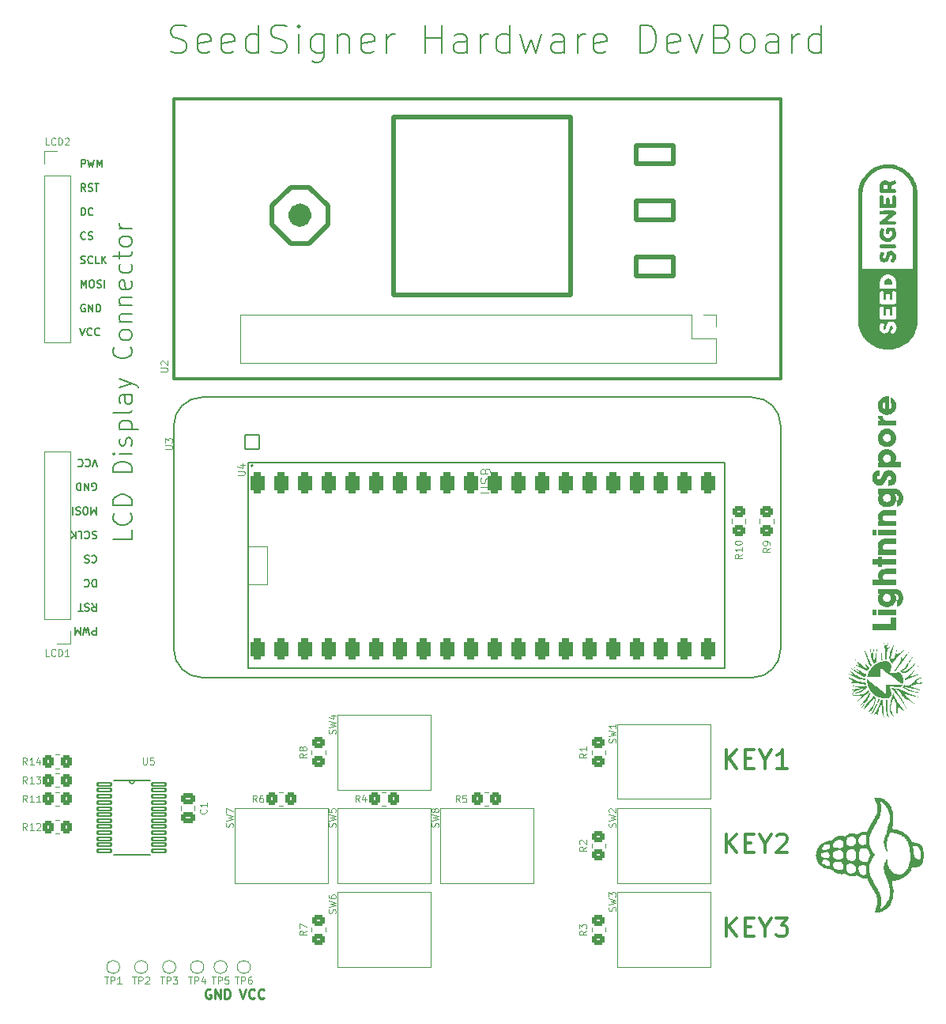
<source format=gbr>
%TF.GenerationSoftware,KiCad,Pcbnew,9.0.2*%
%TF.CreationDate,2025-07-08T15:45:21-06:00*%
%TF.ProjectId,seedsigner-hardware-dev-v1,73656564-7369-4676-9e65-722d68617264,rev?*%
%TF.SameCoordinates,Original*%
%TF.FileFunction,Legend,Top*%
%TF.FilePolarity,Positive*%
%FSLAX46Y46*%
G04 Gerber Fmt 4.6, Leading zero omitted, Abs format (unit mm)*
G04 Created by KiCad (PCBNEW 9.0.2) date 2025-07-08 15:45:21*
%MOMM*%
%LPD*%
G01*
G04 APERTURE LIST*
G04 Aperture macros list*
%AMRoundRect*
0 Rectangle with rounded corners*
0 $1 Rounding radius*
0 $2 $3 $4 $5 $6 $7 $8 $9 X,Y pos of 4 corners*
0 Add a 4 corners polygon primitive as box body*
4,1,4,$2,$3,$4,$5,$6,$7,$8,$9,$2,$3,0*
0 Add four circle primitives for the rounded corners*
1,1,$1+$1,$2,$3*
1,1,$1+$1,$4,$5*
1,1,$1+$1,$6,$7*
1,1,$1+$1,$8,$9*
0 Add four rect primitives between the rounded corners*
20,1,$1+$1,$2,$3,$4,$5,0*
20,1,$1+$1,$4,$5,$6,$7,0*
20,1,$1+$1,$6,$7,$8,$9,0*
20,1,$1+$1,$8,$9,$2,$3,0*%
G04 Aperture macros list end*
%ADD10C,0.187500*%
%ADD11C,0.300000*%
%ADD12C,0.250000*%
%ADD13C,0.150000*%
%ADD14C,0.100000*%
%ADD15C,0.000000*%
%ADD16C,0.120000*%
%ADD17C,0.152400*%
%ADD18C,0.200000*%
%ADD19C,0.127000*%
%ADD20C,0.500000*%
%ADD21C,1.250000*%
%ADD22C,2.500000*%
%ADD23C,1.000000*%
%ADD24RoundRect,0.250000X0.350000X0.450000X-0.350000X0.450000X-0.350000X-0.450000X0.350000X-0.450000X0*%
%ADD25RoundRect,0.250000X0.450000X-0.350000X0.450000X0.350000X-0.450000X0.350000X-0.450000X-0.350000X0*%
%ADD26RoundRect,0.250000X-0.350000X-0.450000X0.350000X-0.450000X0.350000X0.450000X-0.350000X0.450000X0*%
%ADD27C,3.500000*%
%ADD28RoundRect,0.250000X-0.450000X0.350000X-0.450000X-0.350000X0.450000X-0.350000X0.450000X0.350000X0*%
%ADD29RoundRect,0.250000X-0.475000X0.337500X-0.475000X-0.337500X0.475000X-0.337500X0.475000X0.337500X0*%
%ADD30RoundRect,0.102000X-0.736600X-0.177800X0.736600X-0.177800X0.736600X0.177800X-0.736600X0.177800X0*%
%ADD31R,1.700000X1.700000*%
%ADD32C,1.700000*%
%ADD33RoundRect,0.381000X0.381000X-0.762000X0.381000X0.762000X-0.381000X0.762000X-0.381000X-0.762000X0*%
%ADD34C,2.750000*%
%ADD35RoundRect,0.102000X-0.754000X-0.754000X0.754000X-0.754000X0.754000X0.754000X-0.754000X0.754000X0*%
%ADD36C,1.712000*%
%ADD37O,1.700000X1.700000*%
G04 APERTURE END LIST*
D10*
X9186168Y-59639024D02*
X9186168Y-60439024D01*
X9186168Y-60439024D02*
X8881406Y-60439024D01*
X8881406Y-60439024D02*
X8805216Y-60400929D01*
X8805216Y-60400929D02*
X8767121Y-60362834D01*
X8767121Y-60362834D02*
X8729025Y-60286643D01*
X8729025Y-60286643D02*
X8729025Y-60172358D01*
X8729025Y-60172358D02*
X8767121Y-60096167D01*
X8767121Y-60096167D02*
X8805216Y-60058072D01*
X8805216Y-60058072D02*
X8881406Y-60019977D01*
X8881406Y-60019977D02*
X9186168Y-60019977D01*
X8462359Y-60439024D02*
X8271883Y-59639024D01*
X8271883Y-59639024D02*
X8119502Y-60210453D01*
X8119502Y-60210453D02*
X7967121Y-59639024D01*
X7967121Y-59639024D02*
X7776645Y-60439024D01*
X7471882Y-59639024D02*
X7471882Y-60439024D01*
X7471882Y-60439024D02*
X7205216Y-59867596D01*
X7205216Y-59867596D02*
X6938549Y-60439024D01*
X6938549Y-60439024D02*
X6938549Y-59639024D01*
X8729025Y-57063114D02*
X8995692Y-57444067D01*
X9186168Y-57063114D02*
X9186168Y-57863114D01*
X9186168Y-57863114D02*
X8881406Y-57863114D01*
X8881406Y-57863114D02*
X8805216Y-57825019D01*
X8805216Y-57825019D02*
X8767121Y-57786924D01*
X8767121Y-57786924D02*
X8729025Y-57710733D01*
X8729025Y-57710733D02*
X8729025Y-57596448D01*
X8729025Y-57596448D02*
X8767121Y-57520257D01*
X8767121Y-57520257D02*
X8805216Y-57482162D01*
X8805216Y-57482162D02*
X8881406Y-57444067D01*
X8881406Y-57444067D02*
X9186168Y-57444067D01*
X8424264Y-57101210D02*
X8309978Y-57063114D01*
X8309978Y-57063114D02*
X8119502Y-57063114D01*
X8119502Y-57063114D02*
X8043311Y-57101210D01*
X8043311Y-57101210D02*
X8005216Y-57139305D01*
X8005216Y-57139305D02*
X7967121Y-57215495D01*
X7967121Y-57215495D02*
X7967121Y-57291686D01*
X7967121Y-57291686D02*
X8005216Y-57367876D01*
X8005216Y-57367876D02*
X8043311Y-57405971D01*
X8043311Y-57405971D02*
X8119502Y-57444067D01*
X8119502Y-57444067D02*
X8271883Y-57482162D01*
X8271883Y-57482162D02*
X8348073Y-57520257D01*
X8348073Y-57520257D02*
X8386168Y-57558352D01*
X8386168Y-57558352D02*
X8424264Y-57634543D01*
X8424264Y-57634543D02*
X8424264Y-57710733D01*
X8424264Y-57710733D02*
X8386168Y-57786924D01*
X8386168Y-57786924D02*
X8348073Y-57825019D01*
X8348073Y-57825019D02*
X8271883Y-57863114D01*
X8271883Y-57863114D02*
X8081406Y-57863114D01*
X8081406Y-57863114D02*
X7967121Y-57825019D01*
X7738549Y-57863114D02*
X7281406Y-57863114D01*
X7509978Y-57063114D02*
X7509978Y-57863114D01*
X9186168Y-54487204D02*
X9186168Y-55287204D01*
X9186168Y-55287204D02*
X8995692Y-55287204D01*
X8995692Y-55287204D02*
X8881406Y-55249109D01*
X8881406Y-55249109D02*
X8805216Y-55172919D01*
X8805216Y-55172919D02*
X8767121Y-55096728D01*
X8767121Y-55096728D02*
X8729025Y-54944347D01*
X8729025Y-54944347D02*
X8729025Y-54830061D01*
X8729025Y-54830061D02*
X8767121Y-54677680D01*
X8767121Y-54677680D02*
X8805216Y-54601490D01*
X8805216Y-54601490D02*
X8881406Y-54525300D01*
X8881406Y-54525300D02*
X8995692Y-54487204D01*
X8995692Y-54487204D02*
X9186168Y-54487204D01*
X7929025Y-54563395D02*
X7967121Y-54525300D01*
X7967121Y-54525300D02*
X8081406Y-54487204D01*
X8081406Y-54487204D02*
X8157597Y-54487204D01*
X8157597Y-54487204D02*
X8271883Y-54525300D01*
X8271883Y-54525300D02*
X8348073Y-54601490D01*
X8348073Y-54601490D02*
X8386168Y-54677680D01*
X8386168Y-54677680D02*
X8424264Y-54830061D01*
X8424264Y-54830061D02*
X8424264Y-54944347D01*
X8424264Y-54944347D02*
X8386168Y-55096728D01*
X8386168Y-55096728D02*
X8348073Y-55172919D01*
X8348073Y-55172919D02*
X8271883Y-55249109D01*
X8271883Y-55249109D02*
X8157597Y-55287204D01*
X8157597Y-55287204D02*
X8081406Y-55287204D01*
X8081406Y-55287204D02*
X7967121Y-55249109D01*
X7967121Y-55249109D02*
X7929025Y-55211014D01*
X8729025Y-51987485D02*
X8767121Y-51949390D01*
X8767121Y-51949390D02*
X8881406Y-51911294D01*
X8881406Y-51911294D02*
X8957597Y-51911294D01*
X8957597Y-51911294D02*
X9071883Y-51949390D01*
X9071883Y-51949390D02*
X9148073Y-52025580D01*
X9148073Y-52025580D02*
X9186168Y-52101770D01*
X9186168Y-52101770D02*
X9224264Y-52254151D01*
X9224264Y-52254151D02*
X9224264Y-52368437D01*
X9224264Y-52368437D02*
X9186168Y-52520818D01*
X9186168Y-52520818D02*
X9148073Y-52597009D01*
X9148073Y-52597009D02*
X9071883Y-52673199D01*
X9071883Y-52673199D02*
X8957597Y-52711294D01*
X8957597Y-52711294D02*
X8881406Y-52711294D01*
X8881406Y-52711294D02*
X8767121Y-52673199D01*
X8767121Y-52673199D02*
X8729025Y-52635104D01*
X8424264Y-51949390D02*
X8309978Y-51911294D01*
X8309978Y-51911294D02*
X8119502Y-51911294D01*
X8119502Y-51911294D02*
X8043311Y-51949390D01*
X8043311Y-51949390D02*
X8005216Y-51987485D01*
X8005216Y-51987485D02*
X7967121Y-52063675D01*
X7967121Y-52063675D02*
X7967121Y-52139866D01*
X7967121Y-52139866D02*
X8005216Y-52216056D01*
X8005216Y-52216056D02*
X8043311Y-52254151D01*
X8043311Y-52254151D02*
X8119502Y-52292247D01*
X8119502Y-52292247D02*
X8271883Y-52330342D01*
X8271883Y-52330342D02*
X8348073Y-52368437D01*
X8348073Y-52368437D02*
X8386168Y-52406532D01*
X8386168Y-52406532D02*
X8424264Y-52482723D01*
X8424264Y-52482723D02*
X8424264Y-52558913D01*
X8424264Y-52558913D02*
X8386168Y-52635104D01*
X8386168Y-52635104D02*
X8348073Y-52673199D01*
X8348073Y-52673199D02*
X8271883Y-52711294D01*
X8271883Y-52711294D02*
X8081406Y-52711294D01*
X8081406Y-52711294D02*
X7967121Y-52673199D01*
X9224264Y-49373480D02*
X9109978Y-49335384D01*
X9109978Y-49335384D02*
X8919502Y-49335384D01*
X8919502Y-49335384D02*
X8843311Y-49373480D01*
X8843311Y-49373480D02*
X8805216Y-49411575D01*
X8805216Y-49411575D02*
X8767121Y-49487765D01*
X8767121Y-49487765D02*
X8767121Y-49563956D01*
X8767121Y-49563956D02*
X8805216Y-49640146D01*
X8805216Y-49640146D02*
X8843311Y-49678241D01*
X8843311Y-49678241D02*
X8919502Y-49716337D01*
X8919502Y-49716337D02*
X9071883Y-49754432D01*
X9071883Y-49754432D02*
X9148073Y-49792527D01*
X9148073Y-49792527D02*
X9186168Y-49830622D01*
X9186168Y-49830622D02*
X9224264Y-49906813D01*
X9224264Y-49906813D02*
X9224264Y-49983003D01*
X9224264Y-49983003D02*
X9186168Y-50059194D01*
X9186168Y-50059194D02*
X9148073Y-50097289D01*
X9148073Y-50097289D02*
X9071883Y-50135384D01*
X9071883Y-50135384D02*
X8881406Y-50135384D01*
X8881406Y-50135384D02*
X8767121Y-50097289D01*
X7967120Y-49411575D02*
X8005216Y-49373480D01*
X8005216Y-49373480D02*
X8119501Y-49335384D01*
X8119501Y-49335384D02*
X8195692Y-49335384D01*
X8195692Y-49335384D02*
X8309978Y-49373480D01*
X8309978Y-49373480D02*
X8386168Y-49449670D01*
X8386168Y-49449670D02*
X8424263Y-49525860D01*
X8424263Y-49525860D02*
X8462359Y-49678241D01*
X8462359Y-49678241D02*
X8462359Y-49792527D01*
X8462359Y-49792527D02*
X8424263Y-49944908D01*
X8424263Y-49944908D02*
X8386168Y-50021099D01*
X8386168Y-50021099D02*
X8309978Y-50097289D01*
X8309978Y-50097289D02*
X8195692Y-50135384D01*
X8195692Y-50135384D02*
X8119501Y-50135384D01*
X8119501Y-50135384D02*
X8005216Y-50097289D01*
X8005216Y-50097289D02*
X7967120Y-50059194D01*
X7243311Y-49335384D02*
X7624263Y-49335384D01*
X7624263Y-49335384D02*
X7624263Y-50135384D01*
X6976644Y-49335384D02*
X6976644Y-50135384D01*
X6519501Y-49335384D02*
X6862359Y-49792527D01*
X6519501Y-50135384D02*
X6976644Y-49678241D01*
X9186168Y-46759474D02*
X9186168Y-47559474D01*
X9186168Y-47559474D02*
X8919502Y-46988046D01*
X8919502Y-46988046D02*
X8652835Y-47559474D01*
X8652835Y-47559474D02*
X8652835Y-46759474D01*
X8119501Y-47559474D02*
X7967120Y-47559474D01*
X7967120Y-47559474D02*
X7890930Y-47521379D01*
X7890930Y-47521379D02*
X7814739Y-47445189D01*
X7814739Y-47445189D02*
X7776644Y-47292808D01*
X7776644Y-47292808D02*
X7776644Y-47026141D01*
X7776644Y-47026141D02*
X7814739Y-46873760D01*
X7814739Y-46873760D02*
X7890930Y-46797570D01*
X7890930Y-46797570D02*
X7967120Y-46759474D01*
X7967120Y-46759474D02*
X8119501Y-46759474D01*
X8119501Y-46759474D02*
X8195692Y-46797570D01*
X8195692Y-46797570D02*
X8271882Y-46873760D01*
X8271882Y-46873760D02*
X8309978Y-47026141D01*
X8309978Y-47026141D02*
X8309978Y-47292808D01*
X8309978Y-47292808D02*
X8271882Y-47445189D01*
X8271882Y-47445189D02*
X8195692Y-47521379D01*
X8195692Y-47521379D02*
X8119501Y-47559474D01*
X7471883Y-46797570D02*
X7357597Y-46759474D01*
X7357597Y-46759474D02*
X7167121Y-46759474D01*
X7167121Y-46759474D02*
X7090930Y-46797570D01*
X7090930Y-46797570D02*
X7052835Y-46835665D01*
X7052835Y-46835665D02*
X7014740Y-46911855D01*
X7014740Y-46911855D02*
X7014740Y-46988046D01*
X7014740Y-46988046D02*
X7052835Y-47064236D01*
X7052835Y-47064236D02*
X7090930Y-47102331D01*
X7090930Y-47102331D02*
X7167121Y-47140427D01*
X7167121Y-47140427D02*
X7319502Y-47178522D01*
X7319502Y-47178522D02*
X7395692Y-47216617D01*
X7395692Y-47216617D02*
X7433787Y-47254712D01*
X7433787Y-47254712D02*
X7471883Y-47330903D01*
X7471883Y-47330903D02*
X7471883Y-47407093D01*
X7471883Y-47407093D02*
X7433787Y-47483284D01*
X7433787Y-47483284D02*
X7395692Y-47521379D01*
X7395692Y-47521379D02*
X7319502Y-47559474D01*
X7319502Y-47559474D02*
X7129025Y-47559474D01*
X7129025Y-47559474D02*
X7014740Y-47521379D01*
X6671882Y-46759474D02*
X6671882Y-47559474D01*
X8767121Y-44945469D02*
X8843311Y-44983564D01*
X8843311Y-44983564D02*
X8957597Y-44983564D01*
X8957597Y-44983564D02*
X9071883Y-44945469D01*
X9071883Y-44945469D02*
X9148073Y-44869279D01*
X9148073Y-44869279D02*
X9186168Y-44793088D01*
X9186168Y-44793088D02*
X9224264Y-44640707D01*
X9224264Y-44640707D02*
X9224264Y-44526421D01*
X9224264Y-44526421D02*
X9186168Y-44374040D01*
X9186168Y-44374040D02*
X9148073Y-44297850D01*
X9148073Y-44297850D02*
X9071883Y-44221660D01*
X9071883Y-44221660D02*
X8957597Y-44183564D01*
X8957597Y-44183564D02*
X8881406Y-44183564D01*
X8881406Y-44183564D02*
X8767121Y-44221660D01*
X8767121Y-44221660D02*
X8729025Y-44259755D01*
X8729025Y-44259755D02*
X8729025Y-44526421D01*
X8729025Y-44526421D02*
X8881406Y-44526421D01*
X8386168Y-44183564D02*
X8386168Y-44983564D01*
X8386168Y-44983564D02*
X7929025Y-44183564D01*
X7929025Y-44183564D02*
X7929025Y-44983564D01*
X7548073Y-44183564D02*
X7548073Y-44983564D01*
X7548073Y-44983564D02*
X7357597Y-44983564D01*
X7357597Y-44983564D02*
X7243311Y-44945469D01*
X7243311Y-44945469D02*
X7167121Y-44869279D01*
X7167121Y-44869279D02*
X7129026Y-44793088D01*
X7129026Y-44793088D02*
X7090930Y-44640707D01*
X7090930Y-44640707D02*
X7090930Y-44526421D01*
X7090930Y-44526421D02*
X7129026Y-44374040D01*
X7129026Y-44374040D02*
X7167121Y-44297850D01*
X7167121Y-44297850D02*
X7243311Y-44221660D01*
X7243311Y-44221660D02*
X7357597Y-44183564D01*
X7357597Y-44183564D02*
X7548073Y-44183564D01*
X9300454Y-42407654D02*
X9033787Y-41607654D01*
X9033787Y-41607654D02*
X8767121Y-42407654D01*
X8043311Y-41683845D02*
X8081407Y-41645750D01*
X8081407Y-41645750D02*
X8195692Y-41607654D01*
X8195692Y-41607654D02*
X8271883Y-41607654D01*
X8271883Y-41607654D02*
X8386169Y-41645750D01*
X8386169Y-41645750D02*
X8462359Y-41721940D01*
X8462359Y-41721940D02*
X8500454Y-41798130D01*
X8500454Y-41798130D02*
X8538550Y-41950511D01*
X8538550Y-41950511D02*
X8538550Y-42064797D01*
X8538550Y-42064797D02*
X8500454Y-42217178D01*
X8500454Y-42217178D02*
X8462359Y-42293369D01*
X8462359Y-42293369D02*
X8386169Y-42369559D01*
X8386169Y-42369559D02*
X8271883Y-42407654D01*
X8271883Y-42407654D02*
X8195692Y-42407654D01*
X8195692Y-42407654D02*
X8081407Y-42369559D01*
X8081407Y-42369559D02*
X8043311Y-42331464D01*
X7243311Y-41683845D02*
X7281407Y-41645750D01*
X7281407Y-41645750D02*
X7395692Y-41607654D01*
X7395692Y-41607654D02*
X7471883Y-41607654D01*
X7471883Y-41607654D02*
X7586169Y-41645750D01*
X7586169Y-41645750D02*
X7662359Y-41721940D01*
X7662359Y-41721940D02*
X7700454Y-41798130D01*
X7700454Y-41798130D02*
X7738550Y-41950511D01*
X7738550Y-41950511D02*
X7738550Y-42064797D01*
X7738550Y-42064797D02*
X7700454Y-42217178D01*
X7700454Y-42217178D02*
X7662359Y-42293369D01*
X7662359Y-42293369D02*
X7586169Y-42369559D01*
X7586169Y-42369559D02*
X7471883Y-42407654D01*
X7471883Y-42407654D02*
X7395692Y-42407654D01*
X7395692Y-42407654D02*
X7281407Y-42369559D01*
X7281407Y-42369559D02*
X7243311Y-42331464D01*
D11*
X76673558Y-92739638D02*
X76673558Y-90739638D01*
X77816415Y-92739638D02*
X76959272Y-91596780D01*
X77816415Y-90739638D02*
X76673558Y-91882495D01*
X78673558Y-91692019D02*
X79340225Y-91692019D01*
X79625939Y-92739638D02*
X78673558Y-92739638D01*
X78673558Y-92739638D02*
X78673558Y-90739638D01*
X78673558Y-90739638D02*
X79625939Y-90739638D01*
X80864034Y-91787257D02*
X80864034Y-92739638D01*
X80197368Y-90739638D02*
X80864034Y-91787257D01*
X80864034Y-91787257D02*
X81530701Y-90739638D01*
X82006892Y-90739638D02*
X83244987Y-90739638D01*
X83244987Y-90739638D02*
X82578320Y-91501542D01*
X82578320Y-91501542D02*
X82864035Y-91501542D01*
X82864035Y-91501542D02*
X83054511Y-91596780D01*
X83054511Y-91596780D02*
X83149749Y-91692019D01*
X83149749Y-91692019D02*
X83244987Y-91882495D01*
X83244987Y-91882495D02*
X83244987Y-92358685D01*
X83244987Y-92358685D02*
X83149749Y-92549161D01*
X83149749Y-92549161D02*
X83054511Y-92644400D01*
X83054511Y-92644400D02*
X82864035Y-92739638D01*
X82864035Y-92739638D02*
X82292606Y-92739638D01*
X82292606Y-92739638D02*
X82102130Y-92644400D01*
X82102130Y-92644400D02*
X82006892Y-92549161D01*
D12*
X21426377Y-98412238D02*
X21331139Y-98364619D01*
X21331139Y-98364619D02*
X21188282Y-98364619D01*
X21188282Y-98364619D02*
X21045425Y-98412238D01*
X21045425Y-98412238D02*
X20950187Y-98507476D01*
X20950187Y-98507476D02*
X20902568Y-98602714D01*
X20902568Y-98602714D02*
X20854949Y-98793190D01*
X20854949Y-98793190D02*
X20854949Y-98936047D01*
X20854949Y-98936047D02*
X20902568Y-99126523D01*
X20902568Y-99126523D02*
X20950187Y-99221761D01*
X20950187Y-99221761D02*
X21045425Y-99317000D01*
X21045425Y-99317000D02*
X21188282Y-99364619D01*
X21188282Y-99364619D02*
X21283520Y-99364619D01*
X21283520Y-99364619D02*
X21426377Y-99317000D01*
X21426377Y-99317000D02*
X21473996Y-99269380D01*
X21473996Y-99269380D02*
X21473996Y-98936047D01*
X21473996Y-98936047D02*
X21283520Y-98936047D01*
X21902568Y-99364619D02*
X21902568Y-98364619D01*
X21902568Y-98364619D02*
X22473996Y-99364619D01*
X22473996Y-99364619D02*
X22473996Y-98364619D01*
X22950187Y-99364619D02*
X22950187Y-98364619D01*
X22950187Y-98364619D02*
X23188282Y-98364619D01*
X23188282Y-98364619D02*
X23331139Y-98412238D01*
X23331139Y-98412238D02*
X23426377Y-98507476D01*
X23426377Y-98507476D02*
X23473996Y-98602714D01*
X23473996Y-98602714D02*
X23521615Y-98793190D01*
X23521615Y-98793190D02*
X23521615Y-98936047D01*
X23521615Y-98936047D02*
X23473996Y-99126523D01*
X23473996Y-99126523D02*
X23426377Y-99221761D01*
X23426377Y-99221761D02*
X23331139Y-99317000D01*
X23331139Y-99317000D02*
X23188282Y-99364619D01*
X23188282Y-99364619D02*
X22950187Y-99364619D01*
X24569235Y-98364619D02*
X24902568Y-99364619D01*
X24902568Y-99364619D02*
X25235901Y-98364619D01*
X26140663Y-99269380D02*
X26093044Y-99317000D01*
X26093044Y-99317000D02*
X25950187Y-99364619D01*
X25950187Y-99364619D02*
X25854949Y-99364619D01*
X25854949Y-99364619D02*
X25712092Y-99317000D01*
X25712092Y-99317000D02*
X25616854Y-99221761D01*
X25616854Y-99221761D02*
X25569235Y-99126523D01*
X25569235Y-99126523D02*
X25521616Y-98936047D01*
X25521616Y-98936047D02*
X25521616Y-98793190D01*
X25521616Y-98793190D02*
X25569235Y-98602714D01*
X25569235Y-98602714D02*
X25616854Y-98507476D01*
X25616854Y-98507476D02*
X25712092Y-98412238D01*
X25712092Y-98412238D02*
X25854949Y-98364619D01*
X25854949Y-98364619D02*
X25950187Y-98364619D01*
X25950187Y-98364619D02*
X26093044Y-98412238D01*
X26093044Y-98412238D02*
X26140663Y-98459857D01*
X27140663Y-99269380D02*
X27093044Y-99317000D01*
X27093044Y-99317000D02*
X26950187Y-99364619D01*
X26950187Y-99364619D02*
X26854949Y-99364619D01*
X26854949Y-99364619D02*
X26712092Y-99317000D01*
X26712092Y-99317000D02*
X26616854Y-99221761D01*
X26616854Y-99221761D02*
X26569235Y-99126523D01*
X26569235Y-99126523D02*
X26521616Y-98936047D01*
X26521616Y-98936047D02*
X26521616Y-98793190D01*
X26521616Y-98793190D02*
X26569235Y-98602714D01*
X26569235Y-98602714D02*
X26616854Y-98507476D01*
X26616854Y-98507476D02*
X26712092Y-98412238D01*
X26712092Y-98412238D02*
X26854949Y-98364619D01*
X26854949Y-98364619D02*
X26950187Y-98364619D01*
X26950187Y-98364619D02*
X27093044Y-98412238D01*
X27093044Y-98412238D02*
X27140663Y-98459857D01*
D11*
X76673558Y-83739638D02*
X76673558Y-81739638D01*
X77816415Y-83739638D02*
X76959272Y-82596780D01*
X77816415Y-81739638D02*
X76673558Y-82882495D01*
X78673558Y-82692019D02*
X79340225Y-82692019D01*
X79625939Y-83739638D02*
X78673558Y-83739638D01*
X78673558Y-83739638D02*
X78673558Y-81739638D01*
X78673558Y-81739638D02*
X79625939Y-81739638D01*
X80864034Y-82787257D02*
X80864034Y-83739638D01*
X80197368Y-81739638D02*
X80864034Y-82787257D01*
X80864034Y-82787257D02*
X81530701Y-81739638D01*
X82102130Y-81930114D02*
X82197368Y-81834876D01*
X82197368Y-81834876D02*
X82387844Y-81739638D01*
X82387844Y-81739638D02*
X82864035Y-81739638D01*
X82864035Y-81739638D02*
X83054511Y-81834876D01*
X83054511Y-81834876D02*
X83149749Y-81930114D01*
X83149749Y-81930114D02*
X83244987Y-82120590D01*
X83244987Y-82120590D02*
X83244987Y-82311066D01*
X83244987Y-82311066D02*
X83149749Y-82596780D01*
X83149749Y-82596780D02*
X82006892Y-83739638D01*
X82006892Y-83739638D02*
X83244987Y-83739638D01*
D10*
X7563831Y-10360975D02*
X7563831Y-9560975D01*
X7563831Y-9560975D02*
X7868593Y-9560975D01*
X7868593Y-9560975D02*
X7944783Y-9599070D01*
X7944783Y-9599070D02*
X7982878Y-9637165D01*
X7982878Y-9637165D02*
X8020974Y-9713356D01*
X8020974Y-9713356D02*
X8020974Y-9827641D01*
X8020974Y-9827641D02*
X7982878Y-9903832D01*
X7982878Y-9903832D02*
X7944783Y-9941927D01*
X7944783Y-9941927D02*
X7868593Y-9980022D01*
X7868593Y-9980022D02*
X7563831Y-9980022D01*
X8287640Y-9560975D02*
X8478116Y-10360975D01*
X8478116Y-10360975D02*
X8630497Y-9789546D01*
X8630497Y-9789546D02*
X8782878Y-10360975D01*
X8782878Y-10360975D02*
X8973355Y-9560975D01*
X9278117Y-10360975D02*
X9278117Y-9560975D01*
X9278117Y-9560975D02*
X9544783Y-10132403D01*
X9544783Y-10132403D02*
X9811450Y-9560975D01*
X9811450Y-9560975D02*
X9811450Y-10360975D01*
X8020974Y-12936885D02*
X7754307Y-12555932D01*
X7563831Y-12936885D02*
X7563831Y-12136885D01*
X7563831Y-12136885D02*
X7868593Y-12136885D01*
X7868593Y-12136885D02*
X7944783Y-12174980D01*
X7944783Y-12174980D02*
X7982878Y-12213075D01*
X7982878Y-12213075D02*
X8020974Y-12289266D01*
X8020974Y-12289266D02*
X8020974Y-12403551D01*
X8020974Y-12403551D02*
X7982878Y-12479742D01*
X7982878Y-12479742D02*
X7944783Y-12517837D01*
X7944783Y-12517837D02*
X7868593Y-12555932D01*
X7868593Y-12555932D02*
X7563831Y-12555932D01*
X8325735Y-12898790D02*
X8440021Y-12936885D01*
X8440021Y-12936885D02*
X8630497Y-12936885D01*
X8630497Y-12936885D02*
X8706688Y-12898790D01*
X8706688Y-12898790D02*
X8744783Y-12860694D01*
X8744783Y-12860694D02*
X8782878Y-12784504D01*
X8782878Y-12784504D02*
X8782878Y-12708313D01*
X8782878Y-12708313D02*
X8744783Y-12632123D01*
X8744783Y-12632123D02*
X8706688Y-12594028D01*
X8706688Y-12594028D02*
X8630497Y-12555932D01*
X8630497Y-12555932D02*
X8478116Y-12517837D01*
X8478116Y-12517837D02*
X8401926Y-12479742D01*
X8401926Y-12479742D02*
X8363831Y-12441647D01*
X8363831Y-12441647D02*
X8325735Y-12365456D01*
X8325735Y-12365456D02*
X8325735Y-12289266D01*
X8325735Y-12289266D02*
X8363831Y-12213075D01*
X8363831Y-12213075D02*
X8401926Y-12174980D01*
X8401926Y-12174980D02*
X8478116Y-12136885D01*
X8478116Y-12136885D02*
X8668593Y-12136885D01*
X8668593Y-12136885D02*
X8782878Y-12174980D01*
X9011450Y-12136885D02*
X9468593Y-12136885D01*
X9240021Y-12936885D02*
X9240021Y-12136885D01*
X7563831Y-15512795D02*
X7563831Y-14712795D01*
X7563831Y-14712795D02*
X7754307Y-14712795D01*
X7754307Y-14712795D02*
X7868593Y-14750890D01*
X7868593Y-14750890D02*
X7944783Y-14827080D01*
X7944783Y-14827080D02*
X7982878Y-14903271D01*
X7982878Y-14903271D02*
X8020974Y-15055652D01*
X8020974Y-15055652D02*
X8020974Y-15169938D01*
X8020974Y-15169938D02*
X7982878Y-15322319D01*
X7982878Y-15322319D02*
X7944783Y-15398509D01*
X7944783Y-15398509D02*
X7868593Y-15474700D01*
X7868593Y-15474700D02*
X7754307Y-15512795D01*
X7754307Y-15512795D02*
X7563831Y-15512795D01*
X8820974Y-15436604D02*
X8782878Y-15474700D01*
X8782878Y-15474700D02*
X8668593Y-15512795D01*
X8668593Y-15512795D02*
X8592402Y-15512795D01*
X8592402Y-15512795D02*
X8478116Y-15474700D01*
X8478116Y-15474700D02*
X8401926Y-15398509D01*
X8401926Y-15398509D02*
X8363831Y-15322319D01*
X8363831Y-15322319D02*
X8325735Y-15169938D01*
X8325735Y-15169938D02*
X8325735Y-15055652D01*
X8325735Y-15055652D02*
X8363831Y-14903271D01*
X8363831Y-14903271D02*
X8401926Y-14827080D01*
X8401926Y-14827080D02*
X8478116Y-14750890D01*
X8478116Y-14750890D02*
X8592402Y-14712795D01*
X8592402Y-14712795D02*
X8668593Y-14712795D01*
X8668593Y-14712795D02*
X8782878Y-14750890D01*
X8782878Y-14750890D02*
X8820974Y-14788985D01*
X8020974Y-18012514D02*
X7982878Y-18050610D01*
X7982878Y-18050610D02*
X7868593Y-18088705D01*
X7868593Y-18088705D02*
X7792402Y-18088705D01*
X7792402Y-18088705D02*
X7678116Y-18050610D01*
X7678116Y-18050610D02*
X7601926Y-17974419D01*
X7601926Y-17974419D02*
X7563831Y-17898229D01*
X7563831Y-17898229D02*
X7525735Y-17745848D01*
X7525735Y-17745848D02*
X7525735Y-17631562D01*
X7525735Y-17631562D02*
X7563831Y-17479181D01*
X7563831Y-17479181D02*
X7601926Y-17402990D01*
X7601926Y-17402990D02*
X7678116Y-17326800D01*
X7678116Y-17326800D02*
X7792402Y-17288705D01*
X7792402Y-17288705D02*
X7868593Y-17288705D01*
X7868593Y-17288705D02*
X7982878Y-17326800D01*
X7982878Y-17326800D02*
X8020974Y-17364895D01*
X8325735Y-18050610D02*
X8440021Y-18088705D01*
X8440021Y-18088705D02*
X8630497Y-18088705D01*
X8630497Y-18088705D02*
X8706688Y-18050610D01*
X8706688Y-18050610D02*
X8744783Y-18012514D01*
X8744783Y-18012514D02*
X8782878Y-17936324D01*
X8782878Y-17936324D02*
X8782878Y-17860133D01*
X8782878Y-17860133D02*
X8744783Y-17783943D01*
X8744783Y-17783943D02*
X8706688Y-17745848D01*
X8706688Y-17745848D02*
X8630497Y-17707752D01*
X8630497Y-17707752D02*
X8478116Y-17669657D01*
X8478116Y-17669657D02*
X8401926Y-17631562D01*
X8401926Y-17631562D02*
X8363831Y-17593467D01*
X8363831Y-17593467D02*
X8325735Y-17517276D01*
X8325735Y-17517276D02*
X8325735Y-17441086D01*
X8325735Y-17441086D02*
X8363831Y-17364895D01*
X8363831Y-17364895D02*
X8401926Y-17326800D01*
X8401926Y-17326800D02*
X8478116Y-17288705D01*
X8478116Y-17288705D02*
X8668593Y-17288705D01*
X8668593Y-17288705D02*
X8782878Y-17326800D01*
X7525735Y-20626520D02*
X7640021Y-20664615D01*
X7640021Y-20664615D02*
X7830497Y-20664615D01*
X7830497Y-20664615D02*
X7906688Y-20626520D01*
X7906688Y-20626520D02*
X7944783Y-20588424D01*
X7944783Y-20588424D02*
X7982878Y-20512234D01*
X7982878Y-20512234D02*
X7982878Y-20436043D01*
X7982878Y-20436043D02*
X7944783Y-20359853D01*
X7944783Y-20359853D02*
X7906688Y-20321758D01*
X7906688Y-20321758D02*
X7830497Y-20283662D01*
X7830497Y-20283662D02*
X7678116Y-20245567D01*
X7678116Y-20245567D02*
X7601926Y-20207472D01*
X7601926Y-20207472D02*
X7563831Y-20169377D01*
X7563831Y-20169377D02*
X7525735Y-20093186D01*
X7525735Y-20093186D02*
X7525735Y-20016996D01*
X7525735Y-20016996D02*
X7563831Y-19940805D01*
X7563831Y-19940805D02*
X7601926Y-19902710D01*
X7601926Y-19902710D02*
X7678116Y-19864615D01*
X7678116Y-19864615D02*
X7868593Y-19864615D01*
X7868593Y-19864615D02*
X7982878Y-19902710D01*
X8782879Y-20588424D02*
X8744783Y-20626520D01*
X8744783Y-20626520D02*
X8630498Y-20664615D01*
X8630498Y-20664615D02*
X8554307Y-20664615D01*
X8554307Y-20664615D02*
X8440021Y-20626520D01*
X8440021Y-20626520D02*
X8363831Y-20550329D01*
X8363831Y-20550329D02*
X8325736Y-20474139D01*
X8325736Y-20474139D02*
X8287640Y-20321758D01*
X8287640Y-20321758D02*
X8287640Y-20207472D01*
X8287640Y-20207472D02*
X8325736Y-20055091D01*
X8325736Y-20055091D02*
X8363831Y-19978900D01*
X8363831Y-19978900D02*
X8440021Y-19902710D01*
X8440021Y-19902710D02*
X8554307Y-19864615D01*
X8554307Y-19864615D02*
X8630498Y-19864615D01*
X8630498Y-19864615D02*
X8744783Y-19902710D01*
X8744783Y-19902710D02*
X8782879Y-19940805D01*
X9506688Y-20664615D02*
X9125736Y-20664615D01*
X9125736Y-20664615D02*
X9125736Y-19864615D01*
X9773355Y-20664615D02*
X9773355Y-19864615D01*
X10230498Y-20664615D02*
X9887640Y-20207472D01*
X10230498Y-19864615D02*
X9773355Y-20321758D01*
X7563831Y-23240525D02*
X7563831Y-22440525D01*
X7563831Y-22440525D02*
X7830497Y-23011953D01*
X7830497Y-23011953D02*
X8097164Y-22440525D01*
X8097164Y-22440525D02*
X8097164Y-23240525D01*
X8630498Y-22440525D02*
X8782879Y-22440525D01*
X8782879Y-22440525D02*
X8859069Y-22478620D01*
X8859069Y-22478620D02*
X8935260Y-22554810D01*
X8935260Y-22554810D02*
X8973355Y-22707191D01*
X8973355Y-22707191D02*
X8973355Y-22973858D01*
X8973355Y-22973858D02*
X8935260Y-23126239D01*
X8935260Y-23126239D02*
X8859069Y-23202430D01*
X8859069Y-23202430D02*
X8782879Y-23240525D01*
X8782879Y-23240525D02*
X8630498Y-23240525D01*
X8630498Y-23240525D02*
X8554307Y-23202430D01*
X8554307Y-23202430D02*
X8478117Y-23126239D01*
X8478117Y-23126239D02*
X8440021Y-22973858D01*
X8440021Y-22973858D02*
X8440021Y-22707191D01*
X8440021Y-22707191D02*
X8478117Y-22554810D01*
X8478117Y-22554810D02*
X8554307Y-22478620D01*
X8554307Y-22478620D02*
X8630498Y-22440525D01*
X9278116Y-23202430D02*
X9392402Y-23240525D01*
X9392402Y-23240525D02*
X9582878Y-23240525D01*
X9582878Y-23240525D02*
X9659069Y-23202430D01*
X9659069Y-23202430D02*
X9697164Y-23164334D01*
X9697164Y-23164334D02*
X9735259Y-23088144D01*
X9735259Y-23088144D02*
X9735259Y-23011953D01*
X9735259Y-23011953D02*
X9697164Y-22935763D01*
X9697164Y-22935763D02*
X9659069Y-22897668D01*
X9659069Y-22897668D02*
X9582878Y-22859572D01*
X9582878Y-22859572D02*
X9430497Y-22821477D01*
X9430497Y-22821477D02*
X9354307Y-22783382D01*
X9354307Y-22783382D02*
X9316212Y-22745287D01*
X9316212Y-22745287D02*
X9278116Y-22669096D01*
X9278116Y-22669096D02*
X9278116Y-22592906D01*
X9278116Y-22592906D02*
X9316212Y-22516715D01*
X9316212Y-22516715D02*
X9354307Y-22478620D01*
X9354307Y-22478620D02*
X9430497Y-22440525D01*
X9430497Y-22440525D02*
X9620974Y-22440525D01*
X9620974Y-22440525D02*
X9735259Y-22478620D01*
X10078117Y-23240525D02*
X10078117Y-22440525D01*
X7982878Y-25054530D02*
X7906688Y-25016435D01*
X7906688Y-25016435D02*
X7792402Y-25016435D01*
X7792402Y-25016435D02*
X7678116Y-25054530D01*
X7678116Y-25054530D02*
X7601926Y-25130720D01*
X7601926Y-25130720D02*
X7563831Y-25206911D01*
X7563831Y-25206911D02*
X7525735Y-25359292D01*
X7525735Y-25359292D02*
X7525735Y-25473578D01*
X7525735Y-25473578D02*
X7563831Y-25625959D01*
X7563831Y-25625959D02*
X7601926Y-25702149D01*
X7601926Y-25702149D02*
X7678116Y-25778340D01*
X7678116Y-25778340D02*
X7792402Y-25816435D01*
X7792402Y-25816435D02*
X7868593Y-25816435D01*
X7868593Y-25816435D02*
X7982878Y-25778340D01*
X7982878Y-25778340D02*
X8020974Y-25740244D01*
X8020974Y-25740244D02*
X8020974Y-25473578D01*
X8020974Y-25473578D02*
X7868593Y-25473578D01*
X8363831Y-25816435D02*
X8363831Y-25016435D01*
X8363831Y-25016435D02*
X8820974Y-25816435D01*
X8820974Y-25816435D02*
X8820974Y-25016435D01*
X9201926Y-25816435D02*
X9201926Y-25016435D01*
X9201926Y-25016435D02*
X9392402Y-25016435D01*
X9392402Y-25016435D02*
X9506688Y-25054530D01*
X9506688Y-25054530D02*
X9582878Y-25130720D01*
X9582878Y-25130720D02*
X9620973Y-25206911D01*
X9620973Y-25206911D02*
X9659069Y-25359292D01*
X9659069Y-25359292D02*
X9659069Y-25473578D01*
X9659069Y-25473578D02*
X9620973Y-25625959D01*
X9620973Y-25625959D02*
X9582878Y-25702149D01*
X9582878Y-25702149D02*
X9506688Y-25778340D01*
X9506688Y-25778340D02*
X9392402Y-25816435D01*
X9392402Y-25816435D02*
X9201926Y-25816435D01*
X7449545Y-27592345D02*
X7716212Y-28392345D01*
X7716212Y-28392345D02*
X7982878Y-27592345D01*
X8706688Y-28316154D02*
X8668592Y-28354250D01*
X8668592Y-28354250D02*
X8554307Y-28392345D01*
X8554307Y-28392345D02*
X8478116Y-28392345D01*
X8478116Y-28392345D02*
X8363830Y-28354250D01*
X8363830Y-28354250D02*
X8287640Y-28278059D01*
X8287640Y-28278059D02*
X8249545Y-28201869D01*
X8249545Y-28201869D02*
X8211449Y-28049488D01*
X8211449Y-28049488D02*
X8211449Y-27935202D01*
X8211449Y-27935202D02*
X8249545Y-27782821D01*
X8249545Y-27782821D02*
X8287640Y-27706630D01*
X8287640Y-27706630D02*
X8363830Y-27630440D01*
X8363830Y-27630440D02*
X8478116Y-27592345D01*
X8478116Y-27592345D02*
X8554307Y-27592345D01*
X8554307Y-27592345D02*
X8668592Y-27630440D01*
X8668592Y-27630440D02*
X8706688Y-27668535D01*
X9506688Y-28316154D02*
X9468592Y-28354250D01*
X9468592Y-28354250D02*
X9354307Y-28392345D01*
X9354307Y-28392345D02*
X9278116Y-28392345D01*
X9278116Y-28392345D02*
X9163830Y-28354250D01*
X9163830Y-28354250D02*
X9087640Y-28278059D01*
X9087640Y-28278059D02*
X9049545Y-28201869D01*
X9049545Y-28201869D02*
X9011449Y-28049488D01*
X9011449Y-28049488D02*
X9011449Y-27935202D01*
X9011449Y-27935202D02*
X9049545Y-27782821D01*
X9049545Y-27782821D02*
X9087640Y-27706630D01*
X9087640Y-27706630D02*
X9163830Y-27630440D01*
X9163830Y-27630440D02*
X9278116Y-27592345D01*
X9278116Y-27592345D02*
X9354307Y-27592345D01*
X9354307Y-27592345D02*
X9468592Y-27630440D01*
X9468592Y-27630440D02*
X9506688Y-27668535D01*
D13*
X12997438Y-49222744D02*
X12997438Y-50175125D01*
X12997438Y-50175125D02*
X10997438Y-50175125D01*
X12806961Y-47413220D02*
X12902200Y-47508458D01*
X12902200Y-47508458D02*
X12997438Y-47794172D01*
X12997438Y-47794172D02*
X12997438Y-47984648D01*
X12997438Y-47984648D02*
X12902200Y-48270363D01*
X12902200Y-48270363D02*
X12711723Y-48460839D01*
X12711723Y-48460839D02*
X12521247Y-48556077D01*
X12521247Y-48556077D02*
X12140295Y-48651315D01*
X12140295Y-48651315D02*
X11854580Y-48651315D01*
X11854580Y-48651315D02*
X11473628Y-48556077D01*
X11473628Y-48556077D02*
X11283152Y-48460839D01*
X11283152Y-48460839D02*
X11092676Y-48270363D01*
X11092676Y-48270363D02*
X10997438Y-47984648D01*
X10997438Y-47984648D02*
X10997438Y-47794172D01*
X10997438Y-47794172D02*
X11092676Y-47508458D01*
X11092676Y-47508458D02*
X11187914Y-47413220D01*
X12997438Y-46556077D02*
X10997438Y-46556077D01*
X10997438Y-46556077D02*
X10997438Y-46079887D01*
X10997438Y-46079887D02*
X11092676Y-45794172D01*
X11092676Y-45794172D02*
X11283152Y-45603696D01*
X11283152Y-45603696D02*
X11473628Y-45508458D01*
X11473628Y-45508458D02*
X11854580Y-45413220D01*
X11854580Y-45413220D02*
X12140295Y-45413220D01*
X12140295Y-45413220D02*
X12521247Y-45508458D01*
X12521247Y-45508458D02*
X12711723Y-45603696D01*
X12711723Y-45603696D02*
X12902200Y-45794172D01*
X12902200Y-45794172D02*
X12997438Y-46079887D01*
X12997438Y-46079887D02*
X12997438Y-46556077D01*
X12997438Y-43032267D02*
X10997438Y-43032267D01*
X10997438Y-43032267D02*
X10997438Y-42556077D01*
X10997438Y-42556077D02*
X11092676Y-42270362D01*
X11092676Y-42270362D02*
X11283152Y-42079886D01*
X11283152Y-42079886D02*
X11473628Y-41984648D01*
X11473628Y-41984648D02*
X11854580Y-41889410D01*
X11854580Y-41889410D02*
X12140295Y-41889410D01*
X12140295Y-41889410D02*
X12521247Y-41984648D01*
X12521247Y-41984648D02*
X12711723Y-42079886D01*
X12711723Y-42079886D02*
X12902200Y-42270362D01*
X12902200Y-42270362D02*
X12997438Y-42556077D01*
X12997438Y-42556077D02*
X12997438Y-43032267D01*
X12997438Y-41032267D02*
X11664104Y-41032267D01*
X10997438Y-41032267D02*
X11092676Y-41127505D01*
X11092676Y-41127505D02*
X11187914Y-41032267D01*
X11187914Y-41032267D02*
X11092676Y-40937029D01*
X11092676Y-40937029D02*
X10997438Y-41032267D01*
X10997438Y-41032267D02*
X11187914Y-41032267D01*
X12902200Y-40175124D02*
X12997438Y-39984648D01*
X12997438Y-39984648D02*
X12997438Y-39603696D01*
X12997438Y-39603696D02*
X12902200Y-39413219D01*
X12902200Y-39413219D02*
X12711723Y-39317981D01*
X12711723Y-39317981D02*
X12616485Y-39317981D01*
X12616485Y-39317981D02*
X12426009Y-39413219D01*
X12426009Y-39413219D02*
X12330771Y-39603696D01*
X12330771Y-39603696D02*
X12330771Y-39889410D01*
X12330771Y-39889410D02*
X12235533Y-40079886D01*
X12235533Y-40079886D02*
X12045057Y-40175124D01*
X12045057Y-40175124D02*
X11949819Y-40175124D01*
X11949819Y-40175124D02*
X11759342Y-40079886D01*
X11759342Y-40079886D02*
X11664104Y-39889410D01*
X11664104Y-39889410D02*
X11664104Y-39603696D01*
X11664104Y-39603696D02*
X11759342Y-39413219D01*
X11664104Y-38460838D02*
X13664104Y-38460838D01*
X11759342Y-38460838D02*
X11664104Y-38270362D01*
X11664104Y-38270362D02*
X11664104Y-37889409D01*
X11664104Y-37889409D02*
X11759342Y-37698933D01*
X11759342Y-37698933D02*
X11854580Y-37603695D01*
X11854580Y-37603695D02*
X12045057Y-37508457D01*
X12045057Y-37508457D02*
X12616485Y-37508457D01*
X12616485Y-37508457D02*
X12806961Y-37603695D01*
X12806961Y-37603695D02*
X12902200Y-37698933D01*
X12902200Y-37698933D02*
X12997438Y-37889409D01*
X12997438Y-37889409D02*
X12997438Y-38270362D01*
X12997438Y-38270362D02*
X12902200Y-38460838D01*
X12997438Y-36365600D02*
X12902200Y-36556076D01*
X12902200Y-36556076D02*
X12711723Y-36651314D01*
X12711723Y-36651314D02*
X10997438Y-36651314D01*
X12997438Y-34746552D02*
X11949819Y-34746552D01*
X11949819Y-34746552D02*
X11759342Y-34841790D01*
X11759342Y-34841790D02*
X11664104Y-35032266D01*
X11664104Y-35032266D02*
X11664104Y-35413219D01*
X11664104Y-35413219D02*
X11759342Y-35603695D01*
X12902200Y-34746552D02*
X12997438Y-34937028D01*
X12997438Y-34937028D02*
X12997438Y-35413219D01*
X12997438Y-35413219D02*
X12902200Y-35603695D01*
X12902200Y-35603695D02*
X12711723Y-35698933D01*
X12711723Y-35698933D02*
X12521247Y-35698933D01*
X12521247Y-35698933D02*
X12330771Y-35603695D01*
X12330771Y-35603695D02*
X12235533Y-35413219D01*
X12235533Y-35413219D02*
X12235533Y-34937028D01*
X12235533Y-34937028D02*
X12140295Y-34746552D01*
X11664104Y-33984647D02*
X12997438Y-33508457D01*
X11664104Y-33032266D02*
X12997438Y-33508457D01*
X12997438Y-33508457D02*
X13473628Y-33698933D01*
X13473628Y-33698933D02*
X13568866Y-33794171D01*
X13568866Y-33794171D02*
X13664104Y-33984647D01*
X12806961Y-29603694D02*
X12902200Y-29698932D01*
X12902200Y-29698932D02*
X12997438Y-29984646D01*
X12997438Y-29984646D02*
X12997438Y-30175122D01*
X12997438Y-30175122D02*
X12902200Y-30460837D01*
X12902200Y-30460837D02*
X12711723Y-30651313D01*
X12711723Y-30651313D02*
X12521247Y-30746551D01*
X12521247Y-30746551D02*
X12140295Y-30841789D01*
X12140295Y-30841789D02*
X11854580Y-30841789D01*
X11854580Y-30841789D02*
X11473628Y-30746551D01*
X11473628Y-30746551D02*
X11283152Y-30651313D01*
X11283152Y-30651313D02*
X11092676Y-30460837D01*
X11092676Y-30460837D02*
X10997438Y-30175122D01*
X10997438Y-30175122D02*
X10997438Y-29984646D01*
X10997438Y-29984646D02*
X11092676Y-29698932D01*
X11092676Y-29698932D02*
X11187914Y-29603694D01*
X12997438Y-28460837D02*
X12902200Y-28651313D01*
X12902200Y-28651313D02*
X12806961Y-28746551D01*
X12806961Y-28746551D02*
X12616485Y-28841789D01*
X12616485Y-28841789D02*
X12045057Y-28841789D01*
X12045057Y-28841789D02*
X11854580Y-28746551D01*
X11854580Y-28746551D02*
X11759342Y-28651313D01*
X11759342Y-28651313D02*
X11664104Y-28460837D01*
X11664104Y-28460837D02*
X11664104Y-28175122D01*
X11664104Y-28175122D02*
X11759342Y-27984646D01*
X11759342Y-27984646D02*
X11854580Y-27889408D01*
X11854580Y-27889408D02*
X12045057Y-27794170D01*
X12045057Y-27794170D02*
X12616485Y-27794170D01*
X12616485Y-27794170D02*
X12806961Y-27889408D01*
X12806961Y-27889408D02*
X12902200Y-27984646D01*
X12902200Y-27984646D02*
X12997438Y-28175122D01*
X12997438Y-28175122D02*
X12997438Y-28460837D01*
X11664104Y-26937027D02*
X12997438Y-26937027D01*
X11854580Y-26937027D02*
X11759342Y-26841789D01*
X11759342Y-26841789D02*
X11664104Y-26651313D01*
X11664104Y-26651313D02*
X11664104Y-26365598D01*
X11664104Y-26365598D02*
X11759342Y-26175122D01*
X11759342Y-26175122D02*
X11949819Y-26079884D01*
X11949819Y-26079884D02*
X12997438Y-26079884D01*
X11664104Y-25127503D02*
X12997438Y-25127503D01*
X11854580Y-25127503D02*
X11759342Y-25032265D01*
X11759342Y-25032265D02*
X11664104Y-24841789D01*
X11664104Y-24841789D02*
X11664104Y-24556074D01*
X11664104Y-24556074D02*
X11759342Y-24365598D01*
X11759342Y-24365598D02*
X11949819Y-24270360D01*
X11949819Y-24270360D02*
X12997438Y-24270360D01*
X12902200Y-22556074D02*
X12997438Y-22746550D01*
X12997438Y-22746550D02*
X12997438Y-23127503D01*
X12997438Y-23127503D02*
X12902200Y-23317979D01*
X12902200Y-23317979D02*
X12711723Y-23413217D01*
X12711723Y-23413217D02*
X11949819Y-23413217D01*
X11949819Y-23413217D02*
X11759342Y-23317979D01*
X11759342Y-23317979D02*
X11664104Y-23127503D01*
X11664104Y-23127503D02*
X11664104Y-22746550D01*
X11664104Y-22746550D02*
X11759342Y-22556074D01*
X11759342Y-22556074D02*
X11949819Y-22460836D01*
X11949819Y-22460836D02*
X12140295Y-22460836D01*
X12140295Y-22460836D02*
X12330771Y-23413217D01*
X12902200Y-20746550D02*
X12997438Y-20937026D01*
X12997438Y-20937026D02*
X12997438Y-21317979D01*
X12997438Y-21317979D02*
X12902200Y-21508455D01*
X12902200Y-21508455D02*
X12806961Y-21603693D01*
X12806961Y-21603693D02*
X12616485Y-21698931D01*
X12616485Y-21698931D02*
X12045057Y-21698931D01*
X12045057Y-21698931D02*
X11854580Y-21603693D01*
X11854580Y-21603693D02*
X11759342Y-21508455D01*
X11759342Y-21508455D02*
X11664104Y-21317979D01*
X11664104Y-21317979D02*
X11664104Y-20937026D01*
X11664104Y-20937026D02*
X11759342Y-20746550D01*
X11664104Y-20175121D02*
X11664104Y-19413217D01*
X10997438Y-19889407D02*
X12711723Y-19889407D01*
X12711723Y-19889407D02*
X12902200Y-19794169D01*
X12902200Y-19794169D02*
X12997438Y-19603693D01*
X12997438Y-19603693D02*
X12997438Y-19413217D01*
X12997438Y-18460836D02*
X12902200Y-18651312D01*
X12902200Y-18651312D02*
X12806961Y-18746550D01*
X12806961Y-18746550D02*
X12616485Y-18841788D01*
X12616485Y-18841788D02*
X12045057Y-18841788D01*
X12045057Y-18841788D02*
X11854580Y-18746550D01*
X11854580Y-18746550D02*
X11759342Y-18651312D01*
X11759342Y-18651312D02*
X11664104Y-18460836D01*
X11664104Y-18460836D02*
X11664104Y-18175121D01*
X11664104Y-18175121D02*
X11759342Y-17984645D01*
X11759342Y-17984645D02*
X11854580Y-17889407D01*
X11854580Y-17889407D02*
X12045057Y-17794169D01*
X12045057Y-17794169D02*
X12616485Y-17794169D01*
X12616485Y-17794169D02*
X12806961Y-17889407D01*
X12806961Y-17889407D02*
X12902200Y-17984645D01*
X12902200Y-17984645D02*
X12997438Y-18175121D01*
X12997438Y-18175121D02*
X12997438Y-18460836D01*
X12997438Y-16937026D02*
X11664104Y-16937026D01*
X12045057Y-16937026D02*
X11854580Y-16841788D01*
X11854580Y-16841788D02*
X11759342Y-16746550D01*
X11759342Y-16746550D02*
X11664104Y-16556074D01*
X11664104Y-16556074D02*
X11664104Y-16365597D01*
X17170112Y2017800D02*
X17598684Y1874942D01*
X17598684Y1874942D02*
X18312969Y1874942D01*
X18312969Y1874942D02*
X18598684Y2017800D01*
X18598684Y2017800D02*
X18741541Y2160657D01*
X18741541Y2160657D02*
X18884398Y2446371D01*
X18884398Y2446371D02*
X18884398Y2732085D01*
X18884398Y2732085D02*
X18741541Y3017800D01*
X18741541Y3017800D02*
X18598684Y3160657D01*
X18598684Y3160657D02*
X18312969Y3303514D01*
X18312969Y3303514D02*
X17741541Y3446371D01*
X17741541Y3446371D02*
X17455826Y3589228D01*
X17455826Y3589228D02*
X17312969Y3732085D01*
X17312969Y3732085D02*
X17170112Y4017800D01*
X17170112Y4017800D02*
X17170112Y4303514D01*
X17170112Y4303514D02*
X17312969Y4589228D01*
X17312969Y4589228D02*
X17455826Y4732085D01*
X17455826Y4732085D02*
X17741541Y4874942D01*
X17741541Y4874942D02*
X18455826Y4874942D01*
X18455826Y4874942D02*
X18884398Y4732085D01*
X21312969Y2017800D02*
X21027255Y1874942D01*
X21027255Y1874942D02*
X20455827Y1874942D01*
X20455827Y1874942D02*
X20170112Y2017800D01*
X20170112Y2017800D02*
X20027255Y2303514D01*
X20027255Y2303514D02*
X20027255Y3446371D01*
X20027255Y3446371D02*
X20170112Y3732085D01*
X20170112Y3732085D02*
X20455827Y3874942D01*
X20455827Y3874942D02*
X21027255Y3874942D01*
X21027255Y3874942D02*
X21312969Y3732085D01*
X21312969Y3732085D02*
X21455827Y3446371D01*
X21455827Y3446371D02*
X21455827Y3160657D01*
X21455827Y3160657D02*
X20027255Y2874942D01*
X23884398Y2017800D02*
X23598684Y1874942D01*
X23598684Y1874942D02*
X23027256Y1874942D01*
X23027256Y1874942D02*
X22741541Y2017800D01*
X22741541Y2017800D02*
X22598684Y2303514D01*
X22598684Y2303514D02*
X22598684Y3446371D01*
X22598684Y3446371D02*
X22741541Y3732085D01*
X22741541Y3732085D02*
X23027256Y3874942D01*
X23027256Y3874942D02*
X23598684Y3874942D01*
X23598684Y3874942D02*
X23884398Y3732085D01*
X23884398Y3732085D02*
X24027256Y3446371D01*
X24027256Y3446371D02*
X24027256Y3160657D01*
X24027256Y3160657D02*
X22598684Y2874942D01*
X26598685Y1874942D02*
X26598685Y4874942D01*
X26598685Y2017800D02*
X26312970Y1874942D01*
X26312970Y1874942D02*
X25741542Y1874942D01*
X25741542Y1874942D02*
X25455827Y2017800D01*
X25455827Y2017800D02*
X25312970Y2160657D01*
X25312970Y2160657D02*
X25170113Y2446371D01*
X25170113Y2446371D02*
X25170113Y3303514D01*
X25170113Y3303514D02*
X25312970Y3589228D01*
X25312970Y3589228D02*
X25455827Y3732085D01*
X25455827Y3732085D02*
X25741542Y3874942D01*
X25741542Y3874942D02*
X26312970Y3874942D01*
X26312970Y3874942D02*
X26598685Y3732085D01*
X27884399Y2017800D02*
X28312971Y1874942D01*
X28312971Y1874942D02*
X29027256Y1874942D01*
X29027256Y1874942D02*
X29312971Y2017800D01*
X29312971Y2017800D02*
X29455828Y2160657D01*
X29455828Y2160657D02*
X29598685Y2446371D01*
X29598685Y2446371D02*
X29598685Y2732085D01*
X29598685Y2732085D02*
X29455828Y3017800D01*
X29455828Y3017800D02*
X29312971Y3160657D01*
X29312971Y3160657D02*
X29027256Y3303514D01*
X29027256Y3303514D02*
X28455828Y3446371D01*
X28455828Y3446371D02*
X28170113Y3589228D01*
X28170113Y3589228D02*
X28027256Y3732085D01*
X28027256Y3732085D02*
X27884399Y4017800D01*
X27884399Y4017800D02*
X27884399Y4303514D01*
X27884399Y4303514D02*
X28027256Y4589228D01*
X28027256Y4589228D02*
X28170113Y4732085D01*
X28170113Y4732085D02*
X28455828Y4874942D01*
X28455828Y4874942D02*
X29170113Y4874942D01*
X29170113Y4874942D02*
X29598685Y4732085D01*
X30884399Y1874942D02*
X30884399Y3874942D01*
X30884399Y4874942D02*
X30741542Y4732085D01*
X30741542Y4732085D02*
X30884399Y4589228D01*
X30884399Y4589228D02*
X31027256Y4732085D01*
X31027256Y4732085D02*
X30884399Y4874942D01*
X30884399Y4874942D02*
X30884399Y4589228D01*
X33598685Y3874942D02*
X33598685Y1446371D01*
X33598685Y1446371D02*
X33455827Y1160657D01*
X33455827Y1160657D02*
X33312970Y1017800D01*
X33312970Y1017800D02*
X33027256Y874942D01*
X33027256Y874942D02*
X32598685Y874942D01*
X32598685Y874942D02*
X32312970Y1017800D01*
X33598685Y2017800D02*
X33312970Y1874942D01*
X33312970Y1874942D02*
X32741542Y1874942D01*
X32741542Y1874942D02*
X32455827Y2017800D01*
X32455827Y2017800D02*
X32312970Y2160657D01*
X32312970Y2160657D02*
X32170113Y2446371D01*
X32170113Y2446371D02*
X32170113Y3303514D01*
X32170113Y3303514D02*
X32312970Y3589228D01*
X32312970Y3589228D02*
X32455827Y3732085D01*
X32455827Y3732085D02*
X32741542Y3874942D01*
X32741542Y3874942D02*
X33312970Y3874942D01*
X33312970Y3874942D02*
X33598685Y3732085D01*
X35027256Y3874942D02*
X35027256Y1874942D01*
X35027256Y3589228D02*
X35170113Y3732085D01*
X35170113Y3732085D02*
X35455828Y3874942D01*
X35455828Y3874942D02*
X35884399Y3874942D01*
X35884399Y3874942D02*
X36170113Y3732085D01*
X36170113Y3732085D02*
X36312971Y3446371D01*
X36312971Y3446371D02*
X36312971Y1874942D01*
X38884399Y2017800D02*
X38598685Y1874942D01*
X38598685Y1874942D02*
X38027257Y1874942D01*
X38027257Y1874942D02*
X37741542Y2017800D01*
X37741542Y2017800D02*
X37598685Y2303514D01*
X37598685Y2303514D02*
X37598685Y3446371D01*
X37598685Y3446371D02*
X37741542Y3732085D01*
X37741542Y3732085D02*
X38027257Y3874942D01*
X38027257Y3874942D02*
X38598685Y3874942D01*
X38598685Y3874942D02*
X38884399Y3732085D01*
X38884399Y3732085D02*
X39027257Y3446371D01*
X39027257Y3446371D02*
X39027257Y3160657D01*
X39027257Y3160657D02*
X37598685Y2874942D01*
X40312971Y1874942D02*
X40312971Y3874942D01*
X40312971Y3303514D02*
X40455828Y3589228D01*
X40455828Y3589228D02*
X40598686Y3732085D01*
X40598686Y3732085D02*
X40884400Y3874942D01*
X40884400Y3874942D02*
X41170114Y3874942D01*
X44455828Y1874942D02*
X44455828Y4874942D01*
X44455828Y3446371D02*
X46170114Y3446371D01*
X46170114Y1874942D02*
X46170114Y4874942D01*
X48884400Y1874942D02*
X48884400Y3446371D01*
X48884400Y3446371D02*
X48741542Y3732085D01*
X48741542Y3732085D02*
X48455828Y3874942D01*
X48455828Y3874942D02*
X47884400Y3874942D01*
X47884400Y3874942D02*
X47598685Y3732085D01*
X48884400Y2017800D02*
X48598685Y1874942D01*
X48598685Y1874942D02*
X47884400Y1874942D01*
X47884400Y1874942D02*
X47598685Y2017800D01*
X47598685Y2017800D02*
X47455828Y2303514D01*
X47455828Y2303514D02*
X47455828Y2589228D01*
X47455828Y2589228D02*
X47598685Y2874942D01*
X47598685Y2874942D02*
X47884400Y3017800D01*
X47884400Y3017800D02*
X48598685Y3017800D01*
X48598685Y3017800D02*
X48884400Y3160657D01*
X50312971Y1874942D02*
X50312971Y3874942D01*
X50312971Y3303514D02*
X50455828Y3589228D01*
X50455828Y3589228D02*
X50598686Y3732085D01*
X50598686Y3732085D02*
X50884400Y3874942D01*
X50884400Y3874942D02*
X51170114Y3874942D01*
X53455829Y1874942D02*
X53455829Y4874942D01*
X53455829Y2017800D02*
X53170114Y1874942D01*
X53170114Y1874942D02*
X52598686Y1874942D01*
X52598686Y1874942D02*
X52312971Y2017800D01*
X52312971Y2017800D02*
X52170114Y2160657D01*
X52170114Y2160657D02*
X52027257Y2446371D01*
X52027257Y2446371D02*
X52027257Y3303514D01*
X52027257Y3303514D02*
X52170114Y3589228D01*
X52170114Y3589228D02*
X52312971Y3732085D01*
X52312971Y3732085D02*
X52598686Y3874942D01*
X52598686Y3874942D02*
X53170114Y3874942D01*
X53170114Y3874942D02*
X53455829Y3732085D01*
X54598686Y3874942D02*
X55170115Y1874942D01*
X55170115Y1874942D02*
X55741543Y3303514D01*
X55741543Y3303514D02*
X56312972Y1874942D01*
X56312972Y1874942D02*
X56884400Y3874942D01*
X59312972Y1874942D02*
X59312972Y3446371D01*
X59312972Y3446371D02*
X59170114Y3732085D01*
X59170114Y3732085D02*
X58884400Y3874942D01*
X58884400Y3874942D02*
X58312972Y3874942D01*
X58312972Y3874942D02*
X58027257Y3732085D01*
X59312972Y2017800D02*
X59027257Y1874942D01*
X59027257Y1874942D02*
X58312972Y1874942D01*
X58312972Y1874942D02*
X58027257Y2017800D01*
X58027257Y2017800D02*
X57884400Y2303514D01*
X57884400Y2303514D02*
X57884400Y2589228D01*
X57884400Y2589228D02*
X58027257Y2874942D01*
X58027257Y2874942D02*
X58312972Y3017800D01*
X58312972Y3017800D02*
X59027257Y3017800D01*
X59027257Y3017800D02*
X59312972Y3160657D01*
X60741543Y1874942D02*
X60741543Y3874942D01*
X60741543Y3303514D02*
X60884400Y3589228D01*
X60884400Y3589228D02*
X61027258Y3732085D01*
X61027258Y3732085D02*
X61312972Y3874942D01*
X61312972Y3874942D02*
X61598686Y3874942D01*
X63741543Y2017800D02*
X63455829Y1874942D01*
X63455829Y1874942D02*
X62884401Y1874942D01*
X62884401Y1874942D02*
X62598686Y2017800D01*
X62598686Y2017800D02*
X62455829Y2303514D01*
X62455829Y2303514D02*
X62455829Y3446371D01*
X62455829Y3446371D02*
X62598686Y3732085D01*
X62598686Y3732085D02*
X62884401Y3874942D01*
X62884401Y3874942D02*
X63455829Y3874942D01*
X63455829Y3874942D02*
X63741543Y3732085D01*
X63741543Y3732085D02*
X63884401Y3446371D01*
X63884401Y3446371D02*
X63884401Y3160657D01*
X63884401Y3160657D02*
X62455829Y2874942D01*
X67455829Y1874942D02*
X67455829Y4874942D01*
X67455829Y4874942D02*
X68170115Y4874942D01*
X68170115Y4874942D02*
X68598686Y4732085D01*
X68598686Y4732085D02*
X68884401Y4446371D01*
X68884401Y4446371D02*
X69027258Y4160657D01*
X69027258Y4160657D02*
X69170115Y3589228D01*
X69170115Y3589228D02*
X69170115Y3160657D01*
X69170115Y3160657D02*
X69027258Y2589228D01*
X69027258Y2589228D02*
X68884401Y2303514D01*
X68884401Y2303514D02*
X68598686Y2017800D01*
X68598686Y2017800D02*
X68170115Y1874942D01*
X68170115Y1874942D02*
X67455829Y1874942D01*
X71598686Y2017800D02*
X71312972Y1874942D01*
X71312972Y1874942D02*
X70741544Y1874942D01*
X70741544Y1874942D02*
X70455829Y2017800D01*
X70455829Y2017800D02*
X70312972Y2303514D01*
X70312972Y2303514D02*
X70312972Y3446371D01*
X70312972Y3446371D02*
X70455829Y3732085D01*
X70455829Y3732085D02*
X70741544Y3874942D01*
X70741544Y3874942D02*
X71312972Y3874942D01*
X71312972Y3874942D02*
X71598686Y3732085D01*
X71598686Y3732085D02*
X71741544Y3446371D01*
X71741544Y3446371D02*
X71741544Y3160657D01*
X71741544Y3160657D02*
X70312972Y2874942D01*
X72741544Y3874942D02*
X73455830Y1874942D01*
X73455830Y1874942D02*
X74170115Y3874942D01*
X76312972Y3446371D02*
X76741544Y3303514D01*
X76741544Y3303514D02*
X76884401Y3160657D01*
X76884401Y3160657D02*
X77027258Y2874942D01*
X77027258Y2874942D02*
X77027258Y2446371D01*
X77027258Y2446371D02*
X76884401Y2160657D01*
X76884401Y2160657D02*
X76741544Y2017800D01*
X76741544Y2017800D02*
X76455829Y1874942D01*
X76455829Y1874942D02*
X75312972Y1874942D01*
X75312972Y1874942D02*
X75312972Y4874942D01*
X75312972Y4874942D02*
X76312972Y4874942D01*
X76312972Y4874942D02*
X76598687Y4732085D01*
X76598687Y4732085D02*
X76741544Y4589228D01*
X76741544Y4589228D02*
X76884401Y4303514D01*
X76884401Y4303514D02*
X76884401Y4017800D01*
X76884401Y4017800D02*
X76741544Y3732085D01*
X76741544Y3732085D02*
X76598687Y3589228D01*
X76598687Y3589228D02*
X76312972Y3446371D01*
X76312972Y3446371D02*
X75312972Y3446371D01*
X78741544Y1874942D02*
X78455829Y2017800D01*
X78455829Y2017800D02*
X78312972Y2160657D01*
X78312972Y2160657D02*
X78170115Y2446371D01*
X78170115Y2446371D02*
X78170115Y3303514D01*
X78170115Y3303514D02*
X78312972Y3589228D01*
X78312972Y3589228D02*
X78455829Y3732085D01*
X78455829Y3732085D02*
X78741544Y3874942D01*
X78741544Y3874942D02*
X79170115Y3874942D01*
X79170115Y3874942D02*
X79455829Y3732085D01*
X79455829Y3732085D02*
X79598687Y3589228D01*
X79598687Y3589228D02*
X79741544Y3303514D01*
X79741544Y3303514D02*
X79741544Y2446371D01*
X79741544Y2446371D02*
X79598687Y2160657D01*
X79598687Y2160657D02*
X79455829Y2017800D01*
X79455829Y2017800D02*
X79170115Y1874942D01*
X79170115Y1874942D02*
X78741544Y1874942D01*
X82312973Y1874942D02*
X82312973Y3446371D01*
X82312973Y3446371D02*
X82170115Y3732085D01*
X82170115Y3732085D02*
X81884401Y3874942D01*
X81884401Y3874942D02*
X81312973Y3874942D01*
X81312973Y3874942D02*
X81027258Y3732085D01*
X82312973Y2017800D02*
X82027258Y1874942D01*
X82027258Y1874942D02*
X81312973Y1874942D01*
X81312973Y1874942D02*
X81027258Y2017800D01*
X81027258Y2017800D02*
X80884401Y2303514D01*
X80884401Y2303514D02*
X80884401Y2589228D01*
X80884401Y2589228D02*
X81027258Y2874942D01*
X81027258Y2874942D02*
X81312973Y3017800D01*
X81312973Y3017800D02*
X82027258Y3017800D01*
X82027258Y3017800D02*
X82312973Y3160657D01*
X83741544Y1874942D02*
X83741544Y3874942D01*
X83741544Y3303514D02*
X83884401Y3589228D01*
X83884401Y3589228D02*
X84027259Y3732085D01*
X84027259Y3732085D02*
X84312973Y3874942D01*
X84312973Y3874942D02*
X84598687Y3874942D01*
X86884402Y1874942D02*
X86884402Y4874942D01*
X86884402Y2017800D02*
X86598687Y1874942D01*
X86598687Y1874942D02*
X86027259Y1874942D01*
X86027259Y1874942D02*
X85741544Y2017800D01*
X85741544Y2017800D02*
X85598687Y2160657D01*
X85598687Y2160657D02*
X85455830Y2446371D01*
X85455830Y2446371D02*
X85455830Y3303514D01*
X85455830Y3303514D02*
X85598687Y3589228D01*
X85598687Y3589228D02*
X85741544Y3732085D01*
X85741544Y3732085D02*
X86027259Y3874942D01*
X86027259Y3874942D02*
X86598687Y3874942D01*
X86598687Y3874942D02*
X86884402Y3732085D01*
D11*
X76673558Y-74739638D02*
X76673558Y-72739638D01*
X77816415Y-74739638D02*
X76959272Y-73596780D01*
X77816415Y-72739638D02*
X76673558Y-73882495D01*
X78673558Y-73692019D02*
X79340225Y-73692019D01*
X79625939Y-74739638D02*
X78673558Y-74739638D01*
X78673558Y-74739638D02*
X78673558Y-72739638D01*
X78673558Y-72739638D02*
X79625939Y-72739638D01*
X80864034Y-73787257D02*
X80864034Y-74739638D01*
X80197368Y-72739638D02*
X80864034Y-73787257D01*
X80864034Y-73787257D02*
X81530701Y-72739638D01*
X83244987Y-74739638D02*
X82102130Y-74739638D01*
X82673558Y-74739638D02*
X82673558Y-72739638D01*
X82673558Y-72739638D02*
X82483082Y-73025352D01*
X82483082Y-73025352D02*
X82292606Y-73215828D01*
X82292606Y-73215828D02*
X82102130Y-73311066D01*
D14*
X34806050Y-80999999D02*
X34841764Y-80892857D01*
X34841764Y-80892857D02*
X34841764Y-80714285D01*
X34841764Y-80714285D02*
X34806050Y-80642857D01*
X34806050Y-80642857D02*
X34770335Y-80607142D01*
X34770335Y-80607142D02*
X34698907Y-80571428D01*
X34698907Y-80571428D02*
X34627478Y-80571428D01*
X34627478Y-80571428D02*
X34556050Y-80607142D01*
X34556050Y-80607142D02*
X34520335Y-80642857D01*
X34520335Y-80642857D02*
X34484621Y-80714285D01*
X34484621Y-80714285D02*
X34448907Y-80857142D01*
X34448907Y-80857142D02*
X34413192Y-80928571D01*
X34413192Y-80928571D02*
X34377478Y-80964285D01*
X34377478Y-80964285D02*
X34306050Y-80999999D01*
X34306050Y-80999999D02*
X34234621Y-80999999D01*
X34234621Y-80999999D02*
X34163192Y-80964285D01*
X34163192Y-80964285D02*
X34127478Y-80928571D01*
X34127478Y-80928571D02*
X34091764Y-80857142D01*
X34091764Y-80857142D02*
X34091764Y-80678571D01*
X34091764Y-80678571D02*
X34127478Y-80571428D01*
X34091764Y-80321428D02*
X34841764Y-80142856D01*
X34841764Y-80142856D02*
X34306050Y-79999999D01*
X34306050Y-79999999D02*
X34841764Y-79857142D01*
X34841764Y-79857142D02*
X34091764Y-79678571D01*
X34091764Y-79035713D02*
X34091764Y-79392856D01*
X34091764Y-79392856D02*
X34448907Y-79428570D01*
X34448907Y-79428570D02*
X34413192Y-79392856D01*
X34413192Y-79392856D02*
X34377478Y-79321428D01*
X34377478Y-79321428D02*
X34377478Y-79142856D01*
X34377478Y-79142856D02*
X34413192Y-79071428D01*
X34413192Y-79071428D02*
X34448907Y-79035713D01*
X34448907Y-79035713D02*
X34520335Y-78999999D01*
X34520335Y-78999999D02*
X34698907Y-78999999D01*
X34698907Y-78999999D02*
X34770335Y-79035713D01*
X34770335Y-79035713D02*
X34806050Y-79071428D01*
X34806050Y-79071428D02*
X34841764Y-79142856D01*
X34841764Y-79142856D02*
X34841764Y-79321428D01*
X34841764Y-79321428D02*
X34806050Y-79392856D01*
X34806050Y-79392856D02*
X34770335Y-79428570D01*
X24053571Y-97039764D02*
X24482143Y-97039764D01*
X24267857Y-97789764D02*
X24267857Y-97039764D01*
X24732143Y-97789764D02*
X24732143Y-97039764D01*
X24732143Y-97039764D02*
X25017857Y-97039764D01*
X25017857Y-97039764D02*
X25089286Y-97075478D01*
X25089286Y-97075478D02*
X25125000Y-97111192D01*
X25125000Y-97111192D02*
X25160714Y-97182621D01*
X25160714Y-97182621D02*
X25160714Y-97289764D01*
X25160714Y-97289764D02*
X25125000Y-97361192D01*
X25125000Y-97361192D02*
X25089286Y-97396907D01*
X25089286Y-97396907D02*
X25017857Y-97432621D01*
X25017857Y-97432621D02*
X24732143Y-97432621D01*
X25803572Y-97039764D02*
X25660714Y-97039764D01*
X25660714Y-97039764D02*
X25589286Y-97075478D01*
X25589286Y-97075478D02*
X25553572Y-97111192D01*
X25553572Y-97111192D02*
X25482143Y-97218335D01*
X25482143Y-97218335D02*
X25446429Y-97361192D01*
X25446429Y-97361192D02*
X25446429Y-97646907D01*
X25446429Y-97646907D02*
X25482143Y-97718335D01*
X25482143Y-97718335D02*
X25517857Y-97754050D01*
X25517857Y-97754050D02*
X25589286Y-97789764D01*
X25589286Y-97789764D02*
X25732143Y-97789764D01*
X25732143Y-97789764D02*
X25803572Y-97754050D01*
X25803572Y-97754050D02*
X25839286Y-97718335D01*
X25839286Y-97718335D02*
X25875000Y-97646907D01*
X25875000Y-97646907D02*
X25875000Y-97468335D01*
X25875000Y-97468335D02*
X25839286Y-97396907D01*
X25839286Y-97396907D02*
X25803572Y-97361192D01*
X25803572Y-97361192D02*
X25732143Y-97325478D01*
X25732143Y-97325478D02*
X25589286Y-97325478D01*
X25589286Y-97325478D02*
X25517857Y-97361192D01*
X25517857Y-97361192D02*
X25482143Y-97396907D01*
X25482143Y-97396907D02*
X25446429Y-97468335D01*
X34806050Y-90249999D02*
X34841764Y-90142857D01*
X34841764Y-90142857D02*
X34841764Y-89964285D01*
X34841764Y-89964285D02*
X34806050Y-89892857D01*
X34806050Y-89892857D02*
X34770335Y-89857142D01*
X34770335Y-89857142D02*
X34698907Y-89821428D01*
X34698907Y-89821428D02*
X34627478Y-89821428D01*
X34627478Y-89821428D02*
X34556050Y-89857142D01*
X34556050Y-89857142D02*
X34520335Y-89892857D01*
X34520335Y-89892857D02*
X34484621Y-89964285D01*
X34484621Y-89964285D02*
X34448907Y-90107142D01*
X34448907Y-90107142D02*
X34413192Y-90178571D01*
X34413192Y-90178571D02*
X34377478Y-90214285D01*
X34377478Y-90214285D02*
X34306050Y-90249999D01*
X34306050Y-90249999D02*
X34234621Y-90249999D01*
X34234621Y-90249999D02*
X34163192Y-90214285D01*
X34163192Y-90214285D02*
X34127478Y-90178571D01*
X34127478Y-90178571D02*
X34091764Y-90107142D01*
X34091764Y-90107142D02*
X34091764Y-89928571D01*
X34091764Y-89928571D02*
X34127478Y-89821428D01*
X34091764Y-89571428D02*
X34841764Y-89392856D01*
X34841764Y-89392856D02*
X34306050Y-89249999D01*
X34306050Y-89249999D02*
X34841764Y-89107142D01*
X34841764Y-89107142D02*
X34091764Y-88928571D01*
X34091764Y-88321428D02*
X34091764Y-88464285D01*
X34091764Y-88464285D02*
X34127478Y-88535713D01*
X34127478Y-88535713D02*
X34163192Y-88571428D01*
X34163192Y-88571428D02*
X34270335Y-88642856D01*
X34270335Y-88642856D02*
X34413192Y-88678570D01*
X34413192Y-88678570D02*
X34698907Y-88678570D01*
X34698907Y-88678570D02*
X34770335Y-88642856D01*
X34770335Y-88642856D02*
X34806050Y-88607142D01*
X34806050Y-88607142D02*
X34841764Y-88535713D01*
X34841764Y-88535713D02*
X34841764Y-88392856D01*
X34841764Y-88392856D02*
X34806050Y-88321428D01*
X34806050Y-88321428D02*
X34770335Y-88285713D01*
X34770335Y-88285713D02*
X34698907Y-88249999D01*
X34698907Y-88249999D02*
X34520335Y-88249999D01*
X34520335Y-88249999D02*
X34448907Y-88285713D01*
X34448907Y-88285713D02*
X34413192Y-88321428D01*
X34413192Y-88321428D02*
X34377478Y-88392856D01*
X34377478Y-88392856D02*
X34377478Y-88535713D01*
X34377478Y-88535713D02*
X34413192Y-88607142D01*
X34413192Y-88607142D02*
X34448907Y-88642856D01*
X34448907Y-88642856D02*
X34520335Y-88678570D01*
X26374999Y-78341764D02*
X26124999Y-77984621D01*
X25946428Y-78341764D02*
X25946428Y-77591764D01*
X25946428Y-77591764D02*
X26232142Y-77591764D01*
X26232142Y-77591764D02*
X26303571Y-77627478D01*
X26303571Y-77627478D02*
X26339285Y-77663192D01*
X26339285Y-77663192D02*
X26374999Y-77734621D01*
X26374999Y-77734621D02*
X26374999Y-77841764D01*
X26374999Y-77841764D02*
X26339285Y-77913192D01*
X26339285Y-77913192D02*
X26303571Y-77948907D01*
X26303571Y-77948907D02*
X26232142Y-77984621D01*
X26232142Y-77984621D02*
X25946428Y-77984621D01*
X27017857Y-77591764D02*
X26874999Y-77591764D01*
X26874999Y-77591764D02*
X26803571Y-77627478D01*
X26803571Y-77627478D02*
X26767857Y-77663192D01*
X26767857Y-77663192D02*
X26696428Y-77770335D01*
X26696428Y-77770335D02*
X26660714Y-77913192D01*
X26660714Y-77913192D02*
X26660714Y-78198907D01*
X26660714Y-78198907D02*
X26696428Y-78270335D01*
X26696428Y-78270335D02*
X26732142Y-78306050D01*
X26732142Y-78306050D02*
X26803571Y-78341764D01*
X26803571Y-78341764D02*
X26946428Y-78341764D01*
X26946428Y-78341764D02*
X27017857Y-78306050D01*
X27017857Y-78306050D02*
X27053571Y-78270335D01*
X27053571Y-78270335D02*
X27089285Y-78198907D01*
X27089285Y-78198907D02*
X27089285Y-78020335D01*
X27089285Y-78020335D02*
X27053571Y-77948907D01*
X27053571Y-77948907D02*
X27017857Y-77913192D01*
X27017857Y-77913192D02*
X26946428Y-77877478D01*
X26946428Y-77877478D02*
X26803571Y-77877478D01*
X26803571Y-77877478D02*
X26732142Y-77913192D01*
X26732142Y-77913192D02*
X26696428Y-77948907D01*
X26696428Y-77948907D02*
X26660714Y-78020335D01*
X31691764Y-92125000D02*
X31334621Y-92375000D01*
X31691764Y-92553571D02*
X30941764Y-92553571D01*
X30941764Y-92553571D02*
X30941764Y-92267857D01*
X30941764Y-92267857D02*
X30977478Y-92196428D01*
X30977478Y-92196428D02*
X31013192Y-92160714D01*
X31013192Y-92160714D02*
X31084621Y-92125000D01*
X31084621Y-92125000D02*
X31191764Y-92125000D01*
X31191764Y-92125000D02*
X31263192Y-92160714D01*
X31263192Y-92160714D02*
X31298907Y-92196428D01*
X31298907Y-92196428D02*
X31334621Y-92267857D01*
X31334621Y-92267857D02*
X31334621Y-92553571D01*
X30941764Y-91875000D02*
X30941764Y-91375000D01*
X30941764Y-91375000D02*
X31691764Y-91696428D01*
X1767856Y-81341764D02*
X1517856Y-80984621D01*
X1339285Y-81341764D02*
X1339285Y-80591764D01*
X1339285Y-80591764D02*
X1624999Y-80591764D01*
X1624999Y-80591764D02*
X1696428Y-80627478D01*
X1696428Y-80627478D02*
X1732142Y-80663192D01*
X1732142Y-80663192D02*
X1767856Y-80734621D01*
X1767856Y-80734621D02*
X1767856Y-80841764D01*
X1767856Y-80841764D02*
X1732142Y-80913192D01*
X1732142Y-80913192D02*
X1696428Y-80948907D01*
X1696428Y-80948907D02*
X1624999Y-80984621D01*
X1624999Y-80984621D02*
X1339285Y-80984621D01*
X2482142Y-81341764D02*
X2053571Y-81341764D01*
X2267856Y-81341764D02*
X2267856Y-80591764D01*
X2267856Y-80591764D02*
X2196428Y-80698907D01*
X2196428Y-80698907D02*
X2124999Y-80770335D01*
X2124999Y-80770335D02*
X2053571Y-80806050D01*
X2767857Y-80663192D02*
X2803571Y-80627478D01*
X2803571Y-80627478D02*
X2875000Y-80591764D01*
X2875000Y-80591764D02*
X3053571Y-80591764D01*
X3053571Y-80591764D02*
X3125000Y-80627478D01*
X3125000Y-80627478D02*
X3160714Y-80663192D01*
X3160714Y-80663192D02*
X3196428Y-80734621D01*
X3196428Y-80734621D02*
X3196428Y-80806050D01*
X3196428Y-80806050D02*
X3160714Y-80913192D01*
X3160714Y-80913192D02*
X2732142Y-81341764D01*
X2732142Y-81341764D02*
X3196428Y-81341764D01*
X64806050Y-80999999D02*
X64841764Y-80892857D01*
X64841764Y-80892857D02*
X64841764Y-80714285D01*
X64841764Y-80714285D02*
X64806050Y-80642857D01*
X64806050Y-80642857D02*
X64770335Y-80607142D01*
X64770335Y-80607142D02*
X64698907Y-80571428D01*
X64698907Y-80571428D02*
X64627478Y-80571428D01*
X64627478Y-80571428D02*
X64556050Y-80607142D01*
X64556050Y-80607142D02*
X64520335Y-80642857D01*
X64520335Y-80642857D02*
X64484621Y-80714285D01*
X64484621Y-80714285D02*
X64448907Y-80857142D01*
X64448907Y-80857142D02*
X64413192Y-80928571D01*
X64413192Y-80928571D02*
X64377478Y-80964285D01*
X64377478Y-80964285D02*
X64306050Y-80999999D01*
X64306050Y-80999999D02*
X64234621Y-80999999D01*
X64234621Y-80999999D02*
X64163192Y-80964285D01*
X64163192Y-80964285D02*
X64127478Y-80928571D01*
X64127478Y-80928571D02*
X64091764Y-80857142D01*
X64091764Y-80857142D02*
X64091764Y-80678571D01*
X64091764Y-80678571D02*
X64127478Y-80571428D01*
X64091764Y-80321428D02*
X64841764Y-80142856D01*
X64841764Y-80142856D02*
X64306050Y-79999999D01*
X64306050Y-79999999D02*
X64841764Y-79857142D01*
X64841764Y-79857142D02*
X64091764Y-79678571D01*
X64163192Y-79428570D02*
X64127478Y-79392856D01*
X64127478Y-79392856D02*
X64091764Y-79321428D01*
X64091764Y-79321428D02*
X64091764Y-79142856D01*
X64091764Y-79142856D02*
X64127478Y-79071428D01*
X64127478Y-79071428D02*
X64163192Y-79035713D01*
X64163192Y-79035713D02*
X64234621Y-78999999D01*
X64234621Y-78999999D02*
X64306050Y-78999999D01*
X64306050Y-78999999D02*
X64413192Y-79035713D01*
X64413192Y-79035713D02*
X64841764Y-79464285D01*
X64841764Y-79464285D02*
X64841764Y-78999999D01*
X81341764Y-51125000D02*
X80984621Y-51375000D01*
X81341764Y-51553571D02*
X80591764Y-51553571D01*
X80591764Y-51553571D02*
X80591764Y-51267857D01*
X80591764Y-51267857D02*
X80627478Y-51196428D01*
X80627478Y-51196428D02*
X80663192Y-51160714D01*
X80663192Y-51160714D02*
X80734621Y-51125000D01*
X80734621Y-51125000D02*
X80841764Y-51125000D01*
X80841764Y-51125000D02*
X80913192Y-51160714D01*
X80913192Y-51160714D02*
X80948907Y-51196428D01*
X80948907Y-51196428D02*
X80984621Y-51267857D01*
X80984621Y-51267857D02*
X80984621Y-51553571D01*
X81341764Y-50767857D02*
X81341764Y-50625000D01*
X81341764Y-50625000D02*
X81306050Y-50553571D01*
X81306050Y-50553571D02*
X81270335Y-50517857D01*
X81270335Y-50517857D02*
X81163192Y-50446428D01*
X81163192Y-50446428D02*
X81020335Y-50410714D01*
X81020335Y-50410714D02*
X80734621Y-50410714D01*
X80734621Y-50410714D02*
X80663192Y-50446428D01*
X80663192Y-50446428D02*
X80627478Y-50482143D01*
X80627478Y-50482143D02*
X80591764Y-50553571D01*
X80591764Y-50553571D02*
X80591764Y-50696428D01*
X80591764Y-50696428D02*
X80627478Y-50767857D01*
X80627478Y-50767857D02*
X80663192Y-50803571D01*
X80663192Y-50803571D02*
X80734621Y-50839285D01*
X80734621Y-50839285D02*
X80913192Y-50839285D01*
X80913192Y-50839285D02*
X80984621Y-50803571D01*
X80984621Y-50803571D02*
X81020335Y-50767857D01*
X81020335Y-50767857D02*
X81056050Y-50696428D01*
X81056050Y-50696428D02*
X81056050Y-50553571D01*
X81056050Y-50553571D02*
X81020335Y-50482143D01*
X81020335Y-50482143D02*
X80984621Y-50446428D01*
X80984621Y-50446428D02*
X80913192Y-50410714D01*
X19053571Y-97039764D02*
X19482143Y-97039764D01*
X19267857Y-97789764D02*
X19267857Y-97039764D01*
X19732143Y-97789764D02*
X19732143Y-97039764D01*
X19732143Y-97039764D02*
X20017857Y-97039764D01*
X20017857Y-97039764D02*
X20089286Y-97075478D01*
X20089286Y-97075478D02*
X20125000Y-97111192D01*
X20125000Y-97111192D02*
X20160714Y-97182621D01*
X20160714Y-97182621D02*
X20160714Y-97289764D01*
X20160714Y-97289764D02*
X20125000Y-97361192D01*
X20125000Y-97361192D02*
X20089286Y-97396907D01*
X20089286Y-97396907D02*
X20017857Y-97432621D01*
X20017857Y-97432621D02*
X19732143Y-97432621D01*
X20803572Y-97289764D02*
X20803572Y-97789764D01*
X20625000Y-97004050D02*
X20446429Y-97539764D01*
X20446429Y-97539764D02*
X20910714Y-97539764D01*
X48124999Y-78341764D02*
X47874999Y-77984621D01*
X47696428Y-78341764D02*
X47696428Y-77591764D01*
X47696428Y-77591764D02*
X47982142Y-77591764D01*
X47982142Y-77591764D02*
X48053571Y-77627478D01*
X48053571Y-77627478D02*
X48089285Y-77663192D01*
X48089285Y-77663192D02*
X48124999Y-77734621D01*
X48124999Y-77734621D02*
X48124999Y-77841764D01*
X48124999Y-77841764D02*
X48089285Y-77913192D01*
X48089285Y-77913192D02*
X48053571Y-77948907D01*
X48053571Y-77948907D02*
X47982142Y-77984621D01*
X47982142Y-77984621D02*
X47696428Y-77984621D01*
X48803571Y-77591764D02*
X48446428Y-77591764D01*
X48446428Y-77591764D02*
X48410714Y-77948907D01*
X48410714Y-77948907D02*
X48446428Y-77913192D01*
X48446428Y-77913192D02*
X48517857Y-77877478D01*
X48517857Y-77877478D02*
X48696428Y-77877478D01*
X48696428Y-77877478D02*
X48767857Y-77913192D01*
X48767857Y-77913192D02*
X48803571Y-77948907D01*
X48803571Y-77948907D02*
X48839285Y-78020335D01*
X48839285Y-78020335D02*
X48839285Y-78198907D01*
X48839285Y-78198907D02*
X48803571Y-78270335D01*
X48803571Y-78270335D02*
X48767857Y-78306050D01*
X48767857Y-78306050D02*
X48696428Y-78341764D01*
X48696428Y-78341764D02*
X48517857Y-78341764D01*
X48517857Y-78341764D02*
X48446428Y-78306050D01*
X48446428Y-78306050D02*
X48410714Y-78270335D01*
X1767856Y-74341764D02*
X1517856Y-73984621D01*
X1339285Y-74341764D02*
X1339285Y-73591764D01*
X1339285Y-73591764D02*
X1624999Y-73591764D01*
X1624999Y-73591764D02*
X1696428Y-73627478D01*
X1696428Y-73627478D02*
X1732142Y-73663192D01*
X1732142Y-73663192D02*
X1767856Y-73734621D01*
X1767856Y-73734621D02*
X1767856Y-73841764D01*
X1767856Y-73841764D02*
X1732142Y-73913192D01*
X1732142Y-73913192D02*
X1696428Y-73948907D01*
X1696428Y-73948907D02*
X1624999Y-73984621D01*
X1624999Y-73984621D02*
X1339285Y-73984621D01*
X2482142Y-74341764D02*
X2053571Y-74341764D01*
X2267856Y-74341764D02*
X2267856Y-73591764D01*
X2267856Y-73591764D02*
X2196428Y-73698907D01*
X2196428Y-73698907D02*
X2124999Y-73770335D01*
X2124999Y-73770335D02*
X2053571Y-73806050D01*
X3125000Y-73841764D02*
X3125000Y-74341764D01*
X2946428Y-73556050D02*
X2767857Y-74091764D01*
X2767857Y-74091764D02*
X3232142Y-74091764D01*
X64806050Y-89999999D02*
X64841764Y-89892857D01*
X64841764Y-89892857D02*
X64841764Y-89714285D01*
X64841764Y-89714285D02*
X64806050Y-89642857D01*
X64806050Y-89642857D02*
X64770335Y-89607142D01*
X64770335Y-89607142D02*
X64698907Y-89571428D01*
X64698907Y-89571428D02*
X64627478Y-89571428D01*
X64627478Y-89571428D02*
X64556050Y-89607142D01*
X64556050Y-89607142D02*
X64520335Y-89642857D01*
X64520335Y-89642857D02*
X64484621Y-89714285D01*
X64484621Y-89714285D02*
X64448907Y-89857142D01*
X64448907Y-89857142D02*
X64413192Y-89928571D01*
X64413192Y-89928571D02*
X64377478Y-89964285D01*
X64377478Y-89964285D02*
X64306050Y-89999999D01*
X64306050Y-89999999D02*
X64234621Y-89999999D01*
X64234621Y-89999999D02*
X64163192Y-89964285D01*
X64163192Y-89964285D02*
X64127478Y-89928571D01*
X64127478Y-89928571D02*
X64091764Y-89857142D01*
X64091764Y-89857142D02*
X64091764Y-89678571D01*
X64091764Y-89678571D02*
X64127478Y-89571428D01*
X64091764Y-89321428D02*
X64841764Y-89142856D01*
X64841764Y-89142856D02*
X64306050Y-88999999D01*
X64306050Y-88999999D02*
X64841764Y-88857142D01*
X64841764Y-88857142D02*
X64091764Y-88678571D01*
X64091764Y-88464285D02*
X64091764Y-87999999D01*
X64091764Y-87999999D02*
X64377478Y-88249999D01*
X64377478Y-88249999D02*
X64377478Y-88142856D01*
X64377478Y-88142856D02*
X64413192Y-88071428D01*
X64413192Y-88071428D02*
X64448907Y-88035713D01*
X64448907Y-88035713D02*
X64520335Y-87999999D01*
X64520335Y-87999999D02*
X64698907Y-87999999D01*
X64698907Y-87999999D02*
X64770335Y-88035713D01*
X64770335Y-88035713D02*
X64806050Y-88071428D01*
X64806050Y-88071428D02*
X64841764Y-88142856D01*
X64841764Y-88142856D02*
X64841764Y-88357142D01*
X64841764Y-88357142D02*
X64806050Y-88428570D01*
X64806050Y-88428570D02*
X64770335Y-88464285D01*
X20950335Y-79125000D02*
X20986050Y-79160714D01*
X20986050Y-79160714D02*
X21021764Y-79267857D01*
X21021764Y-79267857D02*
X21021764Y-79339285D01*
X21021764Y-79339285D02*
X20986050Y-79446428D01*
X20986050Y-79446428D02*
X20914621Y-79517857D01*
X20914621Y-79517857D02*
X20843192Y-79553571D01*
X20843192Y-79553571D02*
X20700335Y-79589285D01*
X20700335Y-79589285D02*
X20593192Y-79589285D01*
X20593192Y-79589285D02*
X20450335Y-79553571D01*
X20450335Y-79553571D02*
X20378907Y-79517857D01*
X20378907Y-79517857D02*
X20307478Y-79446428D01*
X20307478Y-79446428D02*
X20271764Y-79339285D01*
X20271764Y-79339285D02*
X20271764Y-79267857D01*
X20271764Y-79267857D02*
X20307478Y-79160714D01*
X20307478Y-79160714D02*
X20343192Y-79125000D01*
X21021764Y-78410714D02*
X21021764Y-78839285D01*
X21021764Y-78625000D02*
X20271764Y-78625000D01*
X20271764Y-78625000D02*
X20378907Y-78696428D01*
X20378907Y-78696428D02*
X20450335Y-78767857D01*
X20450335Y-78767857D02*
X20486050Y-78839285D01*
X13053571Y-97039764D02*
X13482143Y-97039764D01*
X13267857Y-97789764D02*
X13267857Y-97039764D01*
X13732143Y-97789764D02*
X13732143Y-97039764D01*
X13732143Y-97039764D02*
X14017857Y-97039764D01*
X14017857Y-97039764D02*
X14089286Y-97075478D01*
X14089286Y-97075478D02*
X14125000Y-97111192D01*
X14125000Y-97111192D02*
X14160714Y-97182621D01*
X14160714Y-97182621D02*
X14160714Y-97289764D01*
X14160714Y-97289764D02*
X14125000Y-97361192D01*
X14125000Y-97361192D02*
X14089286Y-97396907D01*
X14089286Y-97396907D02*
X14017857Y-97432621D01*
X14017857Y-97432621D02*
X13732143Y-97432621D01*
X14446429Y-97111192D02*
X14482143Y-97075478D01*
X14482143Y-97075478D02*
X14553572Y-97039764D01*
X14553572Y-97039764D02*
X14732143Y-97039764D01*
X14732143Y-97039764D02*
X14803572Y-97075478D01*
X14803572Y-97075478D02*
X14839286Y-97111192D01*
X14839286Y-97111192D02*
X14875000Y-97182621D01*
X14875000Y-97182621D02*
X14875000Y-97254050D01*
X14875000Y-97254050D02*
X14839286Y-97361192D01*
X14839286Y-97361192D02*
X14410714Y-97789764D01*
X14410714Y-97789764D02*
X14875000Y-97789764D01*
X14186766Y-73578219D02*
X14186766Y-74185362D01*
X14186766Y-74185362D02*
X14222480Y-74256790D01*
X14222480Y-74256790D02*
X14258195Y-74292505D01*
X14258195Y-74292505D02*
X14329623Y-74328219D01*
X14329623Y-74328219D02*
X14472480Y-74328219D01*
X14472480Y-74328219D02*
X14543909Y-74292505D01*
X14543909Y-74292505D02*
X14579623Y-74256790D01*
X14579623Y-74256790D02*
X14615337Y-74185362D01*
X14615337Y-74185362D02*
X14615337Y-73578219D01*
X15329623Y-73578219D02*
X14972480Y-73578219D01*
X14972480Y-73578219D02*
X14936766Y-73935362D01*
X14936766Y-73935362D02*
X14972480Y-73899647D01*
X14972480Y-73899647D02*
X15043909Y-73863933D01*
X15043909Y-73863933D02*
X15222480Y-73863933D01*
X15222480Y-73863933D02*
X15293909Y-73899647D01*
X15293909Y-73899647D02*
X15329623Y-73935362D01*
X15329623Y-73935362D02*
X15365337Y-74006790D01*
X15365337Y-74006790D02*
X15365337Y-74185362D01*
X15365337Y-74185362D02*
X15329623Y-74256790D01*
X15329623Y-74256790D02*
X15293909Y-74292505D01*
X15293909Y-74292505D02*
X15222480Y-74328219D01*
X15222480Y-74328219D02*
X15043909Y-74328219D01*
X15043909Y-74328219D02*
X14972480Y-74292505D01*
X14972480Y-74292505D02*
X14936766Y-74256790D01*
X61691764Y-92125000D02*
X61334621Y-92375000D01*
X61691764Y-92553571D02*
X60941764Y-92553571D01*
X60941764Y-92553571D02*
X60941764Y-92267857D01*
X60941764Y-92267857D02*
X60977478Y-92196428D01*
X60977478Y-92196428D02*
X61013192Y-92160714D01*
X61013192Y-92160714D02*
X61084621Y-92125000D01*
X61084621Y-92125000D02*
X61191764Y-92125000D01*
X61191764Y-92125000D02*
X61263192Y-92160714D01*
X61263192Y-92160714D02*
X61298907Y-92196428D01*
X61298907Y-92196428D02*
X61334621Y-92267857D01*
X61334621Y-92267857D02*
X61334621Y-92553571D01*
X60941764Y-91875000D02*
X60941764Y-91410714D01*
X60941764Y-91410714D02*
X61227478Y-91660714D01*
X61227478Y-91660714D02*
X61227478Y-91553571D01*
X61227478Y-91553571D02*
X61263192Y-91482143D01*
X61263192Y-91482143D02*
X61298907Y-91446428D01*
X61298907Y-91446428D02*
X61370335Y-91410714D01*
X61370335Y-91410714D02*
X61548907Y-91410714D01*
X61548907Y-91410714D02*
X61620335Y-91446428D01*
X61620335Y-91446428D02*
X61656050Y-91482143D01*
X61656050Y-91482143D02*
X61691764Y-91553571D01*
X61691764Y-91553571D02*
X61691764Y-91767857D01*
X61691764Y-91767857D02*
X61656050Y-91839285D01*
X61656050Y-91839285D02*
X61620335Y-91875000D01*
X4125000Y-62721764D02*
X3767857Y-62721764D01*
X3767857Y-62721764D02*
X3767857Y-61971764D01*
X4803571Y-62650335D02*
X4767857Y-62686050D01*
X4767857Y-62686050D02*
X4660714Y-62721764D01*
X4660714Y-62721764D02*
X4589286Y-62721764D01*
X4589286Y-62721764D02*
X4482143Y-62686050D01*
X4482143Y-62686050D02*
X4410714Y-62614621D01*
X4410714Y-62614621D02*
X4375000Y-62543192D01*
X4375000Y-62543192D02*
X4339286Y-62400335D01*
X4339286Y-62400335D02*
X4339286Y-62293192D01*
X4339286Y-62293192D02*
X4375000Y-62150335D01*
X4375000Y-62150335D02*
X4410714Y-62078907D01*
X4410714Y-62078907D02*
X4482143Y-62007478D01*
X4482143Y-62007478D02*
X4589286Y-61971764D01*
X4589286Y-61971764D02*
X4660714Y-61971764D01*
X4660714Y-61971764D02*
X4767857Y-62007478D01*
X4767857Y-62007478D02*
X4803571Y-62043192D01*
X5125000Y-62721764D02*
X5125000Y-61971764D01*
X5125000Y-61971764D02*
X5303571Y-61971764D01*
X5303571Y-61971764D02*
X5410714Y-62007478D01*
X5410714Y-62007478D02*
X5482143Y-62078907D01*
X5482143Y-62078907D02*
X5517857Y-62150335D01*
X5517857Y-62150335D02*
X5553571Y-62293192D01*
X5553571Y-62293192D02*
X5553571Y-62400335D01*
X5553571Y-62400335D02*
X5517857Y-62543192D01*
X5517857Y-62543192D02*
X5482143Y-62614621D01*
X5482143Y-62614621D02*
X5410714Y-62686050D01*
X5410714Y-62686050D02*
X5303571Y-62721764D01*
X5303571Y-62721764D02*
X5125000Y-62721764D01*
X6267857Y-62721764D02*
X5839286Y-62721764D01*
X6053571Y-62721764D02*
X6053571Y-61971764D01*
X6053571Y-61971764D02*
X5982143Y-62078907D01*
X5982143Y-62078907D02*
X5910714Y-62150335D01*
X5910714Y-62150335D02*
X5839286Y-62186050D01*
X78341764Y-51782143D02*
X77984621Y-52032143D01*
X78341764Y-52210714D02*
X77591764Y-52210714D01*
X77591764Y-52210714D02*
X77591764Y-51925000D01*
X77591764Y-51925000D02*
X77627478Y-51853571D01*
X77627478Y-51853571D02*
X77663192Y-51817857D01*
X77663192Y-51817857D02*
X77734621Y-51782143D01*
X77734621Y-51782143D02*
X77841764Y-51782143D01*
X77841764Y-51782143D02*
X77913192Y-51817857D01*
X77913192Y-51817857D02*
X77948907Y-51853571D01*
X77948907Y-51853571D02*
X77984621Y-51925000D01*
X77984621Y-51925000D02*
X77984621Y-52210714D01*
X78341764Y-51067857D02*
X78341764Y-51496428D01*
X78341764Y-51282143D02*
X77591764Y-51282143D01*
X77591764Y-51282143D02*
X77698907Y-51353571D01*
X77698907Y-51353571D02*
X77770335Y-51425000D01*
X77770335Y-51425000D02*
X77806050Y-51496428D01*
X77591764Y-50603571D02*
X77591764Y-50532142D01*
X77591764Y-50532142D02*
X77627478Y-50460714D01*
X77627478Y-50460714D02*
X77663192Y-50425000D01*
X77663192Y-50425000D02*
X77734621Y-50389285D01*
X77734621Y-50389285D02*
X77877478Y-50353571D01*
X77877478Y-50353571D02*
X78056050Y-50353571D01*
X78056050Y-50353571D02*
X78198907Y-50389285D01*
X78198907Y-50389285D02*
X78270335Y-50425000D01*
X78270335Y-50425000D02*
X78306050Y-50460714D01*
X78306050Y-50460714D02*
X78341764Y-50532142D01*
X78341764Y-50532142D02*
X78341764Y-50603571D01*
X78341764Y-50603571D02*
X78306050Y-50675000D01*
X78306050Y-50675000D02*
X78270335Y-50710714D01*
X78270335Y-50710714D02*
X78198907Y-50746428D01*
X78198907Y-50746428D02*
X78056050Y-50782142D01*
X78056050Y-50782142D02*
X77877478Y-50782142D01*
X77877478Y-50782142D02*
X77734621Y-50746428D01*
X77734621Y-50746428D02*
X77663192Y-50710714D01*
X77663192Y-50710714D02*
X77627478Y-50675000D01*
X77627478Y-50675000D02*
X77591764Y-50603571D01*
X61691764Y-83125000D02*
X61334621Y-83375000D01*
X61691764Y-83553571D02*
X60941764Y-83553571D01*
X60941764Y-83553571D02*
X60941764Y-83267857D01*
X60941764Y-83267857D02*
X60977478Y-83196428D01*
X60977478Y-83196428D02*
X61013192Y-83160714D01*
X61013192Y-83160714D02*
X61084621Y-83125000D01*
X61084621Y-83125000D02*
X61191764Y-83125000D01*
X61191764Y-83125000D02*
X61263192Y-83160714D01*
X61263192Y-83160714D02*
X61298907Y-83196428D01*
X61298907Y-83196428D02*
X61334621Y-83267857D01*
X61334621Y-83267857D02*
X61334621Y-83553571D01*
X61013192Y-82839285D02*
X60977478Y-82803571D01*
X60977478Y-82803571D02*
X60941764Y-82732143D01*
X60941764Y-82732143D02*
X60941764Y-82553571D01*
X60941764Y-82553571D02*
X60977478Y-82482143D01*
X60977478Y-82482143D02*
X61013192Y-82446428D01*
X61013192Y-82446428D02*
X61084621Y-82410714D01*
X61084621Y-82410714D02*
X61156050Y-82410714D01*
X61156050Y-82410714D02*
X61263192Y-82446428D01*
X61263192Y-82446428D02*
X61691764Y-82875000D01*
X61691764Y-82875000D02*
X61691764Y-82410714D01*
X37374999Y-78341764D02*
X37124999Y-77984621D01*
X36946428Y-78341764D02*
X36946428Y-77591764D01*
X36946428Y-77591764D02*
X37232142Y-77591764D01*
X37232142Y-77591764D02*
X37303571Y-77627478D01*
X37303571Y-77627478D02*
X37339285Y-77663192D01*
X37339285Y-77663192D02*
X37374999Y-77734621D01*
X37374999Y-77734621D02*
X37374999Y-77841764D01*
X37374999Y-77841764D02*
X37339285Y-77913192D01*
X37339285Y-77913192D02*
X37303571Y-77948907D01*
X37303571Y-77948907D02*
X37232142Y-77984621D01*
X37232142Y-77984621D02*
X36946428Y-77984621D01*
X38017857Y-77841764D02*
X38017857Y-78341764D01*
X37839285Y-77556050D02*
X37660714Y-78091764D01*
X37660714Y-78091764D02*
X38124999Y-78091764D01*
X31691764Y-73125000D02*
X31334621Y-73375000D01*
X31691764Y-73553571D02*
X30941764Y-73553571D01*
X30941764Y-73553571D02*
X30941764Y-73267857D01*
X30941764Y-73267857D02*
X30977478Y-73196428D01*
X30977478Y-73196428D02*
X31013192Y-73160714D01*
X31013192Y-73160714D02*
X31084621Y-73125000D01*
X31084621Y-73125000D02*
X31191764Y-73125000D01*
X31191764Y-73125000D02*
X31263192Y-73160714D01*
X31263192Y-73160714D02*
X31298907Y-73196428D01*
X31298907Y-73196428D02*
X31334621Y-73267857D01*
X31334621Y-73267857D02*
X31334621Y-73553571D01*
X31263192Y-72696428D02*
X31227478Y-72767857D01*
X31227478Y-72767857D02*
X31191764Y-72803571D01*
X31191764Y-72803571D02*
X31120335Y-72839285D01*
X31120335Y-72839285D02*
X31084621Y-72839285D01*
X31084621Y-72839285D02*
X31013192Y-72803571D01*
X31013192Y-72803571D02*
X30977478Y-72767857D01*
X30977478Y-72767857D02*
X30941764Y-72696428D01*
X30941764Y-72696428D02*
X30941764Y-72553571D01*
X30941764Y-72553571D02*
X30977478Y-72482143D01*
X30977478Y-72482143D02*
X31013192Y-72446428D01*
X31013192Y-72446428D02*
X31084621Y-72410714D01*
X31084621Y-72410714D02*
X31120335Y-72410714D01*
X31120335Y-72410714D02*
X31191764Y-72446428D01*
X31191764Y-72446428D02*
X31227478Y-72482143D01*
X31227478Y-72482143D02*
X31263192Y-72553571D01*
X31263192Y-72553571D02*
X31263192Y-72696428D01*
X31263192Y-72696428D02*
X31298907Y-72767857D01*
X31298907Y-72767857D02*
X31334621Y-72803571D01*
X31334621Y-72803571D02*
X31406050Y-72839285D01*
X31406050Y-72839285D02*
X31548907Y-72839285D01*
X31548907Y-72839285D02*
X31620335Y-72803571D01*
X31620335Y-72803571D02*
X31656050Y-72767857D01*
X31656050Y-72767857D02*
X31691764Y-72696428D01*
X31691764Y-72696428D02*
X31691764Y-72553571D01*
X31691764Y-72553571D02*
X31656050Y-72482143D01*
X31656050Y-72482143D02*
X31620335Y-72446428D01*
X31620335Y-72446428D02*
X31548907Y-72410714D01*
X31548907Y-72410714D02*
X31406050Y-72410714D01*
X31406050Y-72410714D02*
X31334621Y-72446428D01*
X31334621Y-72446428D02*
X31298907Y-72482143D01*
X31298907Y-72482143D02*
X31263192Y-72553571D01*
X23806050Y-80999999D02*
X23841764Y-80892857D01*
X23841764Y-80892857D02*
X23841764Y-80714285D01*
X23841764Y-80714285D02*
X23806050Y-80642857D01*
X23806050Y-80642857D02*
X23770335Y-80607142D01*
X23770335Y-80607142D02*
X23698907Y-80571428D01*
X23698907Y-80571428D02*
X23627478Y-80571428D01*
X23627478Y-80571428D02*
X23556050Y-80607142D01*
X23556050Y-80607142D02*
X23520335Y-80642857D01*
X23520335Y-80642857D02*
X23484621Y-80714285D01*
X23484621Y-80714285D02*
X23448907Y-80857142D01*
X23448907Y-80857142D02*
X23413192Y-80928571D01*
X23413192Y-80928571D02*
X23377478Y-80964285D01*
X23377478Y-80964285D02*
X23306050Y-80999999D01*
X23306050Y-80999999D02*
X23234621Y-80999999D01*
X23234621Y-80999999D02*
X23163192Y-80964285D01*
X23163192Y-80964285D02*
X23127478Y-80928571D01*
X23127478Y-80928571D02*
X23091764Y-80857142D01*
X23091764Y-80857142D02*
X23091764Y-80678571D01*
X23091764Y-80678571D02*
X23127478Y-80571428D01*
X23091764Y-80321428D02*
X23841764Y-80142856D01*
X23841764Y-80142856D02*
X23306050Y-79999999D01*
X23306050Y-79999999D02*
X23841764Y-79857142D01*
X23841764Y-79857142D02*
X23091764Y-79678571D01*
X23091764Y-79464285D02*
X23091764Y-78964285D01*
X23091764Y-78964285D02*
X23841764Y-79285713D01*
X64806050Y-71999999D02*
X64841764Y-71892857D01*
X64841764Y-71892857D02*
X64841764Y-71714285D01*
X64841764Y-71714285D02*
X64806050Y-71642857D01*
X64806050Y-71642857D02*
X64770335Y-71607142D01*
X64770335Y-71607142D02*
X64698907Y-71571428D01*
X64698907Y-71571428D02*
X64627478Y-71571428D01*
X64627478Y-71571428D02*
X64556050Y-71607142D01*
X64556050Y-71607142D02*
X64520335Y-71642857D01*
X64520335Y-71642857D02*
X64484621Y-71714285D01*
X64484621Y-71714285D02*
X64448907Y-71857142D01*
X64448907Y-71857142D02*
X64413192Y-71928571D01*
X64413192Y-71928571D02*
X64377478Y-71964285D01*
X64377478Y-71964285D02*
X64306050Y-71999999D01*
X64306050Y-71999999D02*
X64234621Y-71999999D01*
X64234621Y-71999999D02*
X64163192Y-71964285D01*
X64163192Y-71964285D02*
X64127478Y-71928571D01*
X64127478Y-71928571D02*
X64091764Y-71857142D01*
X64091764Y-71857142D02*
X64091764Y-71678571D01*
X64091764Y-71678571D02*
X64127478Y-71571428D01*
X64091764Y-71321428D02*
X64841764Y-71142856D01*
X64841764Y-71142856D02*
X64306050Y-70999999D01*
X64306050Y-70999999D02*
X64841764Y-70857142D01*
X64841764Y-70857142D02*
X64091764Y-70678571D01*
X64841764Y-69999999D02*
X64841764Y-70428570D01*
X64841764Y-70214285D02*
X64091764Y-70214285D01*
X64091764Y-70214285D02*
X64198907Y-70285713D01*
X64198907Y-70285713D02*
X64270335Y-70357142D01*
X64270335Y-70357142D02*
X64306050Y-70428570D01*
X24341764Y-43321428D02*
X24948907Y-43321428D01*
X24948907Y-43321428D02*
X25020335Y-43285714D01*
X25020335Y-43285714D02*
X25056050Y-43250000D01*
X25056050Y-43250000D02*
X25091764Y-43178571D01*
X25091764Y-43178571D02*
X25091764Y-43035714D01*
X25091764Y-43035714D02*
X25056050Y-42964285D01*
X25056050Y-42964285D02*
X25020335Y-42928571D01*
X25020335Y-42928571D02*
X24948907Y-42892857D01*
X24948907Y-42892857D02*
X24341764Y-42892857D01*
X24591764Y-42214286D02*
X25091764Y-42214286D01*
X24306050Y-42392857D02*
X24841764Y-42571428D01*
X24841764Y-42571428D02*
X24841764Y-42107143D01*
X50372419Y-45196115D02*
X51181942Y-45196115D01*
X51181942Y-45196115D02*
X51277180Y-45148496D01*
X51277180Y-45148496D02*
X51324800Y-45100877D01*
X51324800Y-45100877D02*
X51372419Y-45005639D01*
X51372419Y-45005639D02*
X51372419Y-44815163D01*
X51372419Y-44815163D02*
X51324800Y-44719925D01*
X51324800Y-44719925D02*
X51277180Y-44672306D01*
X51277180Y-44672306D02*
X51181942Y-44624687D01*
X51181942Y-44624687D02*
X50372419Y-44624687D01*
X51324800Y-44196115D02*
X51372419Y-44053258D01*
X51372419Y-44053258D02*
X51372419Y-43815163D01*
X51372419Y-43815163D02*
X51324800Y-43719925D01*
X51324800Y-43719925D02*
X51277180Y-43672306D01*
X51277180Y-43672306D02*
X51181942Y-43624687D01*
X51181942Y-43624687D02*
X51086704Y-43624687D01*
X51086704Y-43624687D02*
X50991466Y-43672306D01*
X50991466Y-43672306D02*
X50943847Y-43719925D01*
X50943847Y-43719925D02*
X50896228Y-43815163D01*
X50896228Y-43815163D02*
X50848609Y-44005639D01*
X50848609Y-44005639D02*
X50800990Y-44100877D01*
X50800990Y-44100877D02*
X50753371Y-44148496D01*
X50753371Y-44148496D02*
X50658133Y-44196115D01*
X50658133Y-44196115D02*
X50562895Y-44196115D01*
X50562895Y-44196115D02*
X50467657Y-44148496D01*
X50467657Y-44148496D02*
X50420038Y-44100877D01*
X50420038Y-44100877D02*
X50372419Y-44005639D01*
X50372419Y-44005639D02*
X50372419Y-43767544D01*
X50372419Y-43767544D02*
X50420038Y-43624687D01*
X50848609Y-42862782D02*
X50896228Y-42719925D01*
X50896228Y-42719925D02*
X50943847Y-42672306D01*
X50943847Y-42672306D02*
X51039085Y-42624687D01*
X51039085Y-42624687D02*
X51181942Y-42624687D01*
X51181942Y-42624687D02*
X51277180Y-42672306D01*
X51277180Y-42672306D02*
X51324800Y-42719925D01*
X51324800Y-42719925D02*
X51372419Y-42815163D01*
X51372419Y-42815163D02*
X51372419Y-43196115D01*
X51372419Y-43196115D02*
X50372419Y-43196115D01*
X50372419Y-43196115D02*
X50372419Y-42862782D01*
X50372419Y-42862782D02*
X50420038Y-42767544D01*
X50420038Y-42767544D02*
X50467657Y-42719925D01*
X50467657Y-42719925D02*
X50562895Y-42672306D01*
X50562895Y-42672306D02*
X50658133Y-42672306D01*
X50658133Y-42672306D02*
X50753371Y-42719925D01*
X50753371Y-42719925D02*
X50800990Y-42767544D01*
X50800990Y-42767544D02*
X50848609Y-42862782D01*
X50848609Y-42862782D02*
X50848609Y-43196115D01*
X61691764Y-73125000D02*
X61334621Y-73375000D01*
X61691764Y-73553571D02*
X60941764Y-73553571D01*
X60941764Y-73553571D02*
X60941764Y-73267857D01*
X60941764Y-73267857D02*
X60977478Y-73196428D01*
X60977478Y-73196428D02*
X61013192Y-73160714D01*
X61013192Y-73160714D02*
X61084621Y-73125000D01*
X61084621Y-73125000D02*
X61191764Y-73125000D01*
X61191764Y-73125000D02*
X61263192Y-73160714D01*
X61263192Y-73160714D02*
X61298907Y-73196428D01*
X61298907Y-73196428D02*
X61334621Y-73267857D01*
X61334621Y-73267857D02*
X61334621Y-73553571D01*
X61691764Y-72410714D02*
X61691764Y-72839285D01*
X61691764Y-72625000D02*
X60941764Y-72625000D01*
X60941764Y-72625000D02*
X61048907Y-72696428D01*
X61048907Y-72696428D02*
X61120335Y-72767857D01*
X61120335Y-72767857D02*
X61156050Y-72839285D01*
X10053571Y-97039764D02*
X10482143Y-97039764D01*
X10267857Y-97789764D02*
X10267857Y-97039764D01*
X10732143Y-97789764D02*
X10732143Y-97039764D01*
X10732143Y-97039764D02*
X11017857Y-97039764D01*
X11017857Y-97039764D02*
X11089286Y-97075478D01*
X11089286Y-97075478D02*
X11125000Y-97111192D01*
X11125000Y-97111192D02*
X11160714Y-97182621D01*
X11160714Y-97182621D02*
X11160714Y-97289764D01*
X11160714Y-97289764D02*
X11125000Y-97361192D01*
X11125000Y-97361192D02*
X11089286Y-97396907D01*
X11089286Y-97396907D02*
X11017857Y-97432621D01*
X11017857Y-97432621D02*
X10732143Y-97432621D01*
X11875000Y-97789764D02*
X11446429Y-97789764D01*
X11660714Y-97789764D02*
X11660714Y-97039764D01*
X11660714Y-97039764D02*
X11589286Y-97146907D01*
X11589286Y-97146907D02*
X11517857Y-97218335D01*
X11517857Y-97218335D02*
X11446429Y-97254050D01*
X4125000Y-7961764D02*
X3767857Y-7961764D01*
X3767857Y-7961764D02*
X3767857Y-7211764D01*
X4803571Y-7890335D02*
X4767857Y-7926050D01*
X4767857Y-7926050D02*
X4660714Y-7961764D01*
X4660714Y-7961764D02*
X4589286Y-7961764D01*
X4589286Y-7961764D02*
X4482143Y-7926050D01*
X4482143Y-7926050D02*
X4410714Y-7854621D01*
X4410714Y-7854621D02*
X4375000Y-7783192D01*
X4375000Y-7783192D02*
X4339286Y-7640335D01*
X4339286Y-7640335D02*
X4339286Y-7533192D01*
X4339286Y-7533192D02*
X4375000Y-7390335D01*
X4375000Y-7390335D02*
X4410714Y-7318907D01*
X4410714Y-7318907D02*
X4482143Y-7247478D01*
X4482143Y-7247478D02*
X4589286Y-7211764D01*
X4589286Y-7211764D02*
X4660714Y-7211764D01*
X4660714Y-7211764D02*
X4767857Y-7247478D01*
X4767857Y-7247478D02*
X4803571Y-7283192D01*
X5125000Y-7961764D02*
X5125000Y-7211764D01*
X5125000Y-7211764D02*
X5303571Y-7211764D01*
X5303571Y-7211764D02*
X5410714Y-7247478D01*
X5410714Y-7247478D02*
X5482143Y-7318907D01*
X5482143Y-7318907D02*
X5517857Y-7390335D01*
X5517857Y-7390335D02*
X5553571Y-7533192D01*
X5553571Y-7533192D02*
X5553571Y-7640335D01*
X5553571Y-7640335D02*
X5517857Y-7783192D01*
X5517857Y-7783192D02*
X5482143Y-7854621D01*
X5482143Y-7854621D02*
X5410714Y-7926050D01*
X5410714Y-7926050D02*
X5303571Y-7961764D01*
X5303571Y-7961764D02*
X5125000Y-7961764D01*
X5839286Y-7283192D02*
X5875000Y-7247478D01*
X5875000Y-7247478D02*
X5946429Y-7211764D01*
X5946429Y-7211764D02*
X6125000Y-7211764D01*
X6125000Y-7211764D02*
X6196429Y-7247478D01*
X6196429Y-7247478D02*
X6232143Y-7283192D01*
X6232143Y-7283192D02*
X6267857Y-7354621D01*
X6267857Y-7354621D02*
X6267857Y-7426050D01*
X6267857Y-7426050D02*
X6232143Y-7533192D01*
X6232143Y-7533192D02*
X5803571Y-7961764D01*
X5803571Y-7961764D02*
X6267857Y-7961764D01*
X1767856Y-76341764D02*
X1517856Y-75984621D01*
X1339285Y-76341764D02*
X1339285Y-75591764D01*
X1339285Y-75591764D02*
X1624999Y-75591764D01*
X1624999Y-75591764D02*
X1696428Y-75627478D01*
X1696428Y-75627478D02*
X1732142Y-75663192D01*
X1732142Y-75663192D02*
X1767856Y-75734621D01*
X1767856Y-75734621D02*
X1767856Y-75841764D01*
X1767856Y-75841764D02*
X1732142Y-75913192D01*
X1732142Y-75913192D02*
X1696428Y-75948907D01*
X1696428Y-75948907D02*
X1624999Y-75984621D01*
X1624999Y-75984621D02*
X1339285Y-75984621D01*
X2482142Y-76341764D02*
X2053571Y-76341764D01*
X2267856Y-76341764D02*
X2267856Y-75591764D01*
X2267856Y-75591764D02*
X2196428Y-75698907D01*
X2196428Y-75698907D02*
X2124999Y-75770335D01*
X2124999Y-75770335D02*
X2053571Y-75806050D01*
X2732142Y-75591764D02*
X3196428Y-75591764D01*
X3196428Y-75591764D02*
X2946428Y-75877478D01*
X2946428Y-75877478D02*
X3053571Y-75877478D01*
X3053571Y-75877478D02*
X3125000Y-75913192D01*
X3125000Y-75913192D02*
X3160714Y-75948907D01*
X3160714Y-75948907D02*
X3196428Y-76020335D01*
X3196428Y-76020335D02*
X3196428Y-76198907D01*
X3196428Y-76198907D02*
X3160714Y-76270335D01*
X3160714Y-76270335D02*
X3125000Y-76306050D01*
X3125000Y-76306050D02*
X3053571Y-76341764D01*
X3053571Y-76341764D02*
X2839285Y-76341764D01*
X2839285Y-76341764D02*
X2767857Y-76306050D01*
X2767857Y-76306050D02*
X2732142Y-76270335D01*
X16591764Y-40571428D02*
X17198907Y-40571428D01*
X17198907Y-40571428D02*
X17270335Y-40535714D01*
X17270335Y-40535714D02*
X17306050Y-40500000D01*
X17306050Y-40500000D02*
X17341764Y-40428571D01*
X17341764Y-40428571D02*
X17341764Y-40285714D01*
X17341764Y-40285714D02*
X17306050Y-40214285D01*
X17306050Y-40214285D02*
X17270335Y-40178571D01*
X17270335Y-40178571D02*
X17198907Y-40142857D01*
X17198907Y-40142857D02*
X16591764Y-40142857D01*
X16591764Y-39857143D02*
X16591764Y-39392857D01*
X16591764Y-39392857D02*
X16877478Y-39642857D01*
X16877478Y-39642857D02*
X16877478Y-39535714D01*
X16877478Y-39535714D02*
X16913192Y-39464286D01*
X16913192Y-39464286D02*
X16948907Y-39428571D01*
X16948907Y-39428571D02*
X17020335Y-39392857D01*
X17020335Y-39392857D02*
X17198907Y-39392857D01*
X17198907Y-39392857D02*
X17270335Y-39428571D01*
X17270335Y-39428571D02*
X17306050Y-39464286D01*
X17306050Y-39464286D02*
X17341764Y-39535714D01*
X17341764Y-39535714D02*
X17341764Y-39750000D01*
X17341764Y-39750000D02*
X17306050Y-39821428D01*
X17306050Y-39821428D02*
X17270335Y-39857143D01*
X16053571Y-97039764D02*
X16482143Y-97039764D01*
X16267857Y-97789764D02*
X16267857Y-97039764D01*
X16732143Y-97789764D02*
X16732143Y-97039764D01*
X16732143Y-97039764D02*
X17017857Y-97039764D01*
X17017857Y-97039764D02*
X17089286Y-97075478D01*
X17089286Y-97075478D02*
X17125000Y-97111192D01*
X17125000Y-97111192D02*
X17160714Y-97182621D01*
X17160714Y-97182621D02*
X17160714Y-97289764D01*
X17160714Y-97289764D02*
X17125000Y-97361192D01*
X17125000Y-97361192D02*
X17089286Y-97396907D01*
X17089286Y-97396907D02*
X17017857Y-97432621D01*
X17017857Y-97432621D02*
X16732143Y-97432621D01*
X17410714Y-97039764D02*
X17875000Y-97039764D01*
X17875000Y-97039764D02*
X17625000Y-97325478D01*
X17625000Y-97325478D02*
X17732143Y-97325478D01*
X17732143Y-97325478D02*
X17803572Y-97361192D01*
X17803572Y-97361192D02*
X17839286Y-97396907D01*
X17839286Y-97396907D02*
X17875000Y-97468335D01*
X17875000Y-97468335D02*
X17875000Y-97646907D01*
X17875000Y-97646907D02*
X17839286Y-97718335D01*
X17839286Y-97718335D02*
X17803572Y-97754050D01*
X17803572Y-97754050D02*
X17732143Y-97789764D01*
X17732143Y-97789764D02*
X17517857Y-97789764D01*
X17517857Y-97789764D02*
X17446429Y-97754050D01*
X17446429Y-97754050D02*
X17410714Y-97718335D01*
X45806050Y-80999999D02*
X45841764Y-80892857D01*
X45841764Y-80892857D02*
X45841764Y-80714285D01*
X45841764Y-80714285D02*
X45806050Y-80642857D01*
X45806050Y-80642857D02*
X45770335Y-80607142D01*
X45770335Y-80607142D02*
X45698907Y-80571428D01*
X45698907Y-80571428D02*
X45627478Y-80571428D01*
X45627478Y-80571428D02*
X45556050Y-80607142D01*
X45556050Y-80607142D02*
X45520335Y-80642857D01*
X45520335Y-80642857D02*
X45484621Y-80714285D01*
X45484621Y-80714285D02*
X45448907Y-80857142D01*
X45448907Y-80857142D02*
X45413192Y-80928571D01*
X45413192Y-80928571D02*
X45377478Y-80964285D01*
X45377478Y-80964285D02*
X45306050Y-80999999D01*
X45306050Y-80999999D02*
X45234621Y-80999999D01*
X45234621Y-80999999D02*
X45163192Y-80964285D01*
X45163192Y-80964285D02*
X45127478Y-80928571D01*
X45127478Y-80928571D02*
X45091764Y-80857142D01*
X45091764Y-80857142D02*
X45091764Y-80678571D01*
X45091764Y-80678571D02*
X45127478Y-80571428D01*
X45091764Y-80321428D02*
X45841764Y-80142856D01*
X45841764Y-80142856D02*
X45306050Y-79999999D01*
X45306050Y-79999999D02*
X45841764Y-79857142D01*
X45841764Y-79857142D02*
X45091764Y-79678571D01*
X45413192Y-79285713D02*
X45377478Y-79357142D01*
X45377478Y-79357142D02*
X45341764Y-79392856D01*
X45341764Y-79392856D02*
X45270335Y-79428570D01*
X45270335Y-79428570D02*
X45234621Y-79428570D01*
X45234621Y-79428570D02*
X45163192Y-79392856D01*
X45163192Y-79392856D02*
X45127478Y-79357142D01*
X45127478Y-79357142D02*
X45091764Y-79285713D01*
X45091764Y-79285713D02*
X45091764Y-79142856D01*
X45091764Y-79142856D02*
X45127478Y-79071428D01*
X45127478Y-79071428D02*
X45163192Y-79035713D01*
X45163192Y-79035713D02*
X45234621Y-78999999D01*
X45234621Y-78999999D02*
X45270335Y-78999999D01*
X45270335Y-78999999D02*
X45341764Y-79035713D01*
X45341764Y-79035713D02*
X45377478Y-79071428D01*
X45377478Y-79071428D02*
X45413192Y-79142856D01*
X45413192Y-79142856D02*
X45413192Y-79285713D01*
X45413192Y-79285713D02*
X45448907Y-79357142D01*
X45448907Y-79357142D02*
X45484621Y-79392856D01*
X45484621Y-79392856D02*
X45556050Y-79428570D01*
X45556050Y-79428570D02*
X45698907Y-79428570D01*
X45698907Y-79428570D02*
X45770335Y-79392856D01*
X45770335Y-79392856D02*
X45806050Y-79357142D01*
X45806050Y-79357142D02*
X45841764Y-79285713D01*
X45841764Y-79285713D02*
X45841764Y-79142856D01*
X45841764Y-79142856D02*
X45806050Y-79071428D01*
X45806050Y-79071428D02*
X45770335Y-79035713D01*
X45770335Y-79035713D02*
X45698907Y-78999999D01*
X45698907Y-78999999D02*
X45556050Y-78999999D01*
X45556050Y-78999999D02*
X45484621Y-79035713D01*
X45484621Y-79035713D02*
X45448907Y-79071428D01*
X45448907Y-79071428D02*
X45413192Y-79142856D01*
X21553571Y-97039764D02*
X21982143Y-97039764D01*
X21767857Y-97789764D02*
X21767857Y-97039764D01*
X22232143Y-97789764D02*
X22232143Y-97039764D01*
X22232143Y-97039764D02*
X22517857Y-97039764D01*
X22517857Y-97039764D02*
X22589286Y-97075478D01*
X22589286Y-97075478D02*
X22625000Y-97111192D01*
X22625000Y-97111192D02*
X22660714Y-97182621D01*
X22660714Y-97182621D02*
X22660714Y-97289764D01*
X22660714Y-97289764D02*
X22625000Y-97361192D01*
X22625000Y-97361192D02*
X22589286Y-97396907D01*
X22589286Y-97396907D02*
X22517857Y-97432621D01*
X22517857Y-97432621D02*
X22232143Y-97432621D01*
X23339286Y-97039764D02*
X22982143Y-97039764D01*
X22982143Y-97039764D02*
X22946429Y-97396907D01*
X22946429Y-97396907D02*
X22982143Y-97361192D01*
X22982143Y-97361192D02*
X23053572Y-97325478D01*
X23053572Y-97325478D02*
X23232143Y-97325478D01*
X23232143Y-97325478D02*
X23303572Y-97361192D01*
X23303572Y-97361192D02*
X23339286Y-97396907D01*
X23339286Y-97396907D02*
X23375000Y-97468335D01*
X23375000Y-97468335D02*
X23375000Y-97646907D01*
X23375000Y-97646907D02*
X23339286Y-97718335D01*
X23339286Y-97718335D02*
X23303572Y-97754050D01*
X23303572Y-97754050D02*
X23232143Y-97789764D01*
X23232143Y-97789764D02*
X23053572Y-97789764D01*
X23053572Y-97789764D02*
X22982143Y-97754050D01*
X22982143Y-97754050D02*
X22946429Y-97718335D01*
X16091764Y-32271428D02*
X16698907Y-32271428D01*
X16698907Y-32271428D02*
X16770335Y-32235714D01*
X16770335Y-32235714D02*
X16806050Y-32200000D01*
X16806050Y-32200000D02*
X16841764Y-32128571D01*
X16841764Y-32128571D02*
X16841764Y-31985714D01*
X16841764Y-31985714D02*
X16806050Y-31914285D01*
X16806050Y-31914285D02*
X16770335Y-31878571D01*
X16770335Y-31878571D02*
X16698907Y-31842857D01*
X16698907Y-31842857D02*
X16091764Y-31842857D01*
X16163192Y-31521428D02*
X16127478Y-31485714D01*
X16127478Y-31485714D02*
X16091764Y-31414286D01*
X16091764Y-31414286D02*
X16091764Y-31235714D01*
X16091764Y-31235714D02*
X16127478Y-31164286D01*
X16127478Y-31164286D02*
X16163192Y-31128571D01*
X16163192Y-31128571D02*
X16234621Y-31092857D01*
X16234621Y-31092857D02*
X16306050Y-31092857D01*
X16306050Y-31092857D02*
X16413192Y-31128571D01*
X16413192Y-31128571D02*
X16841764Y-31557143D01*
X16841764Y-31557143D02*
X16841764Y-31092857D01*
X1767856Y-78341764D02*
X1517856Y-77984621D01*
X1339285Y-78341764D02*
X1339285Y-77591764D01*
X1339285Y-77591764D02*
X1624999Y-77591764D01*
X1624999Y-77591764D02*
X1696428Y-77627478D01*
X1696428Y-77627478D02*
X1732142Y-77663192D01*
X1732142Y-77663192D02*
X1767856Y-77734621D01*
X1767856Y-77734621D02*
X1767856Y-77841764D01*
X1767856Y-77841764D02*
X1732142Y-77913192D01*
X1732142Y-77913192D02*
X1696428Y-77948907D01*
X1696428Y-77948907D02*
X1624999Y-77984621D01*
X1624999Y-77984621D02*
X1339285Y-77984621D01*
X2482142Y-78341764D02*
X2053571Y-78341764D01*
X2267856Y-78341764D02*
X2267856Y-77591764D01*
X2267856Y-77591764D02*
X2196428Y-77698907D01*
X2196428Y-77698907D02*
X2124999Y-77770335D01*
X2124999Y-77770335D02*
X2053571Y-77806050D01*
X3196428Y-78341764D02*
X2767857Y-78341764D01*
X2982142Y-78341764D02*
X2982142Y-77591764D01*
X2982142Y-77591764D02*
X2910714Y-77698907D01*
X2910714Y-77698907D02*
X2839285Y-77770335D01*
X2839285Y-77770335D02*
X2767857Y-77806050D01*
X34806050Y-70999999D02*
X34841764Y-70892857D01*
X34841764Y-70892857D02*
X34841764Y-70714285D01*
X34841764Y-70714285D02*
X34806050Y-70642857D01*
X34806050Y-70642857D02*
X34770335Y-70607142D01*
X34770335Y-70607142D02*
X34698907Y-70571428D01*
X34698907Y-70571428D02*
X34627478Y-70571428D01*
X34627478Y-70571428D02*
X34556050Y-70607142D01*
X34556050Y-70607142D02*
X34520335Y-70642857D01*
X34520335Y-70642857D02*
X34484621Y-70714285D01*
X34484621Y-70714285D02*
X34448907Y-70857142D01*
X34448907Y-70857142D02*
X34413192Y-70928571D01*
X34413192Y-70928571D02*
X34377478Y-70964285D01*
X34377478Y-70964285D02*
X34306050Y-70999999D01*
X34306050Y-70999999D02*
X34234621Y-70999999D01*
X34234621Y-70999999D02*
X34163192Y-70964285D01*
X34163192Y-70964285D02*
X34127478Y-70928571D01*
X34127478Y-70928571D02*
X34091764Y-70857142D01*
X34091764Y-70857142D02*
X34091764Y-70678571D01*
X34091764Y-70678571D02*
X34127478Y-70571428D01*
X34091764Y-70321428D02*
X34841764Y-70142856D01*
X34841764Y-70142856D02*
X34306050Y-69999999D01*
X34306050Y-69999999D02*
X34841764Y-69857142D01*
X34841764Y-69857142D02*
X34091764Y-69678571D01*
X34341764Y-69071428D02*
X34841764Y-69071428D01*
X34056050Y-69249999D02*
X34591764Y-69428570D01*
X34591764Y-69428570D02*
X34591764Y-68964285D01*
D15*
%TO.C,ART1*%
G36*
X91160018Y-68248641D02*
G01*
X91155474Y-68253184D01*
X91150930Y-68248641D01*
X91155474Y-68244097D01*
X91160018Y-68248641D01*
G37*
G36*
X89851395Y-65840412D02*
G01*
X89846852Y-65844955D01*
X89842308Y-65840412D01*
X89846852Y-65835868D01*
X89851395Y-65840412D01*
G37*
G36*
X97657692Y-64549964D02*
G01*
X97653149Y-64554508D01*
X97648605Y-64549964D01*
X97653149Y-64545421D01*
X97657692Y-64549964D01*
G37*
G36*
X96721664Y-62596118D02*
G01*
X96717120Y-62600662D01*
X96712576Y-62596118D01*
X96717120Y-62591574D01*
X96721664Y-62596118D01*
G37*
G36*
X91487174Y-62005421D02*
G01*
X91482630Y-62009964D01*
X91478086Y-62005421D01*
X91482630Y-62000877D01*
X91487174Y-62005421D01*
G37*
G36*
X92077871Y-61696440D02*
G01*
X92073328Y-61700984D01*
X92068784Y-61696440D01*
X92073328Y-61691896D01*
X92077871Y-61696440D01*
G37*
G36*
X97282069Y-67102081D02*
G01*
X97280822Y-67107484D01*
X97276011Y-67108140D01*
X97268531Y-67104815D01*
X97269952Y-67102081D01*
X97280737Y-67100994D01*
X97282069Y-67102081D01*
G37*
G36*
X94966386Y-61887909D02*
G01*
X94967029Y-61897126D01*
X94964809Y-61906823D01*
X94961538Y-61902617D01*
X94960455Y-61888414D01*
X94962256Y-61885198D01*
X94966386Y-61887909D01*
G37*
G36*
X92530819Y-61601020D02*
G01*
X92529391Y-61613921D01*
X92526236Y-61612379D01*
X92525035Y-61593774D01*
X92526236Y-61589660D01*
X92529553Y-61588519D01*
X92530819Y-61601020D01*
G37*
G36*
X92903488Y-61442614D02*
G01*
X92904131Y-61451831D01*
X92901911Y-61461528D01*
X92898640Y-61457321D01*
X92897557Y-61443118D01*
X92899358Y-61439903D01*
X92903488Y-61442614D01*
G37*
G36*
X97375826Y-63583965D02*
G01*
X97375975Y-63585560D01*
X97369765Y-63593146D01*
X97360072Y-63601464D01*
X97349307Y-63609323D01*
X97351564Y-63604617D01*
X97356641Y-63598032D01*
X97369905Y-63583904D01*
X97375826Y-63583965D01*
G37*
G36*
X90873988Y-62621689D02*
G01*
X90880573Y-62626766D01*
X90894701Y-62640030D01*
X90894640Y-62645951D01*
X90893045Y-62646100D01*
X90885459Y-62639890D01*
X90877141Y-62630197D01*
X90869282Y-62619433D01*
X90873988Y-62621689D01*
G37*
G36*
X92521407Y-61667025D02*
G01*
X92521395Y-61669177D01*
X92520084Y-61683272D01*
X92517319Y-61681926D01*
X92516869Y-61680364D01*
X92515538Y-61660568D01*
X92517206Y-61653101D01*
X92520189Y-61652799D01*
X92521407Y-61667025D01*
G37*
G36*
X92804884Y-58043202D02*
G01*
X92804884Y-58329464D01*
X92586780Y-58329464D01*
X92368676Y-58329464D01*
X92368676Y-58043202D01*
X92368676Y-57756941D01*
X92586780Y-57756941D01*
X92804884Y-57756941D01*
X92804884Y-58043202D01*
G37*
G36*
X94849607Y-58043202D02*
G01*
X94849607Y-58329464D01*
X93899946Y-58329464D01*
X92950286Y-58329464D01*
X92950286Y-58043202D01*
X92950286Y-57756941D01*
X93899946Y-57756941D01*
X94849607Y-57756941D01*
X94849607Y-58043202D01*
G37*
G36*
X92804884Y-49473542D02*
G01*
X92804884Y-49759803D01*
X92586780Y-49759803D01*
X92368676Y-49759803D01*
X92368676Y-49473542D01*
X92368676Y-49187281D01*
X92586780Y-49187281D01*
X92804884Y-49187281D01*
X92804884Y-49473542D01*
G37*
G36*
X94849607Y-49473542D02*
G01*
X94849607Y-49759803D01*
X93899946Y-49759803D01*
X92950286Y-49759803D01*
X92950286Y-49473542D01*
X92950286Y-49187281D01*
X93899946Y-49187281D01*
X94849607Y-49187281D01*
X94849607Y-49473542D01*
G37*
G36*
X94849607Y-59247317D02*
G01*
X94849607Y-59937979D01*
X93609141Y-59937979D01*
X92368676Y-59937979D01*
X92368676Y-59619911D01*
X92368676Y-59301843D01*
X93318336Y-59301843D01*
X94267997Y-59301843D01*
X94267997Y-58929249D01*
X94267997Y-58556655D01*
X94558802Y-58556655D01*
X94849607Y-58556655D01*
X94849607Y-59247317D01*
G37*
G36*
X93395582Y-52227102D02*
G01*
X93395582Y-52349786D01*
X94122594Y-52349786D01*
X94849607Y-52349786D01*
X94849607Y-52636047D01*
X94849607Y-52922308D01*
X94122594Y-52922308D01*
X93395582Y-52922308D01*
X93395582Y-53026816D01*
X93395582Y-53131324D01*
X93172934Y-53131324D01*
X92950286Y-53131324D01*
X92950286Y-53026816D01*
X92950286Y-52922308D01*
X92664025Y-52922308D01*
X92377764Y-52922308D01*
X92377764Y-52636047D01*
X92377764Y-52349786D01*
X92664025Y-52349786D01*
X92950286Y-52349786D01*
X92950286Y-52227102D01*
X92950286Y-52104419D01*
X93172934Y-52104419D01*
X93395582Y-52104419D01*
X93395582Y-52227102D01*
G37*
G36*
X93216100Y-36973490D02*
G01*
X93481914Y-36973509D01*
X93482227Y-37080270D01*
X93484470Y-37150412D01*
X93491539Y-37207796D01*
X93504631Y-37257475D01*
X93524941Y-37304499D01*
X93542923Y-37336605D01*
X93583569Y-37389643D01*
X93632421Y-37428823D01*
X93687016Y-37452246D01*
X93695531Y-37454280D01*
X93716737Y-37456716D01*
X93755972Y-37458814D01*
X93813092Y-37460571D01*
X93887955Y-37461986D01*
X93980416Y-37463056D01*
X94090332Y-37463778D01*
X94217560Y-37464150D01*
X94295707Y-37464204D01*
X94849607Y-37464204D01*
X94849607Y-37750465D01*
X94849607Y-38036727D01*
X93904490Y-38036727D01*
X92959374Y-38036727D01*
X92959374Y-37768641D01*
X92959374Y-37500555D01*
X93086835Y-37500555D01*
X93214295Y-37500555D01*
X93151702Y-37446683D01*
X93078083Y-37372545D01*
X93020893Y-37291219D01*
X92980404Y-37203271D01*
X92956886Y-37109271D01*
X92950444Y-37025725D01*
X92950286Y-36973471D01*
X93216100Y-36973490D01*
G37*
G36*
X92997024Y-67266181D02*
G01*
X93020078Y-67275105D01*
X93045852Y-67286813D01*
X93068846Y-67298712D01*
X93083560Y-67308210D01*
X93086133Y-67311601D01*
X93082698Y-67325831D01*
X93074669Y-67349249D01*
X93071286Y-67358050D01*
X93036203Y-67443970D01*
X92993217Y-67544479D01*
X92942991Y-67658134D01*
X92886187Y-67783493D01*
X92823467Y-67919115D01*
X92755494Y-68063558D01*
X92682930Y-68215380D01*
X92606437Y-68373138D01*
X92582872Y-68421306D01*
X92444768Y-68703023D01*
X92327781Y-68793900D01*
X92276697Y-68833531D01*
X92238295Y-68863158D01*
X92210944Y-68883977D01*
X92193010Y-68897183D01*
X92182862Y-68903972D01*
X92178867Y-68905541D01*
X92179393Y-68903084D01*
X92179876Y-68902251D01*
X92186193Y-68891772D01*
X92200038Y-68868802D01*
X92219559Y-68836420D01*
X92242899Y-68797701D01*
X92250668Y-68784812D01*
X92349583Y-68617992D01*
X92443475Y-68454189D01*
X92531775Y-68294573D01*
X92613915Y-68140314D01*
X92689325Y-67992580D01*
X92757436Y-67852543D01*
X92817679Y-67721371D01*
X92869484Y-67600235D01*
X92912283Y-67490304D01*
X92945505Y-67392748D01*
X92968208Y-67310340D01*
X92974854Y-67283946D01*
X92980129Y-67266619D01*
X92982191Y-67262630D01*
X92997024Y-67266181D01*
G37*
G36*
X93955773Y-67522471D02*
G01*
X93948364Y-67701082D01*
X93942851Y-67870728D01*
X93939229Y-68030303D01*
X93937497Y-68178701D01*
X93937650Y-68314819D01*
X93939685Y-68437549D01*
X93943600Y-68545787D01*
X93949391Y-68638428D01*
X93957055Y-68714365D01*
X93959217Y-68730286D01*
X93974277Y-68811384D01*
X93997761Y-68905652D01*
X94028979Y-69010533D01*
X94058249Y-69098044D01*
X94075399Y-69148029D01*
X94086511Y-69183003D01*
X94092055Y-69204923D01*
X94092499Y-69215749D01*
X94088311Y-69217440D01*
X94086612Y-69216673D01*
X94065808Y-69200755D01*
X94038771Y-69173409D01*
X94008855Y-69138648D01*
X93979416Y-69100482D01*
X93953810Y-69062924D01*
X93943394Y-69045449D01*
X93902455Y-68960029D01*
X93867596Y-68862200D01*
X93840682Y-68757234D01*
X93839806Y-68753006D01*
X93835017Y-68725559D01*
X93830619Y-68691227D01*
X93826566Y-68648968D01*
X93822817Y-68597739D01*
X93819328Y-68536496D01*
X93816056Y-68464196D01*
X93812958Y-68379796D01*
X93809991Y-68282253D01*
X93807111Y-68170524D01*
X93804275Y-68043567D01*
X93801440Y-67900337D01*
X93799072Y-67769267D01*
X93792620Y-67398945D01*
X93841740Y-67398845D01*
X93877961Y-67397627D01*
X93913314Y-67394657D01*
X93926414Y-67392872D01*
X93961969Y-67387000D01*
X93955773Y-67522471D01*
G37*
G36*
X93281277Y-61428061D02*
G01*
X93282969Y-61443515D01*
X93284653Y-61472180D01*
X93286370Y-61513560D01*
X93288163Y-61567158D01*
X93289177Y-61601020D01*
X93296862Y-61821237D01*
X93306866Y-62034903D01*
X93319053Y-62240223D01*
X93333286Y-62435399D01*
X93349429Y-62618634D01*
X93367344Y-62788132D01*
X93386896Y-62942094D01*
X93395930Y-63004116D01*
X93402561Y-63047831D01*
X93408074Y-63084406D01*
X93411959Y-63110448D01*
X93413708Y-63122562D01*
X93413757Y-63123008D01*
X93405634Y-63125408D01*
X93384571Y-63129894D01*
X93361503Y-63134307D01*
X93332893Y-63138917D01*
X93312427Y-63141003D01*
X93305563Y-63140472D01*
X93302064Y-63129012D01*
X93297701Y-63101837D01*
X93292694Y-63061374D01*
X93287262Y-63010049D01*
X93281623Y-62950290D01*
X93275996Y-62884525D01*
X93270599Y-62815180D01*
X93265652Y-62744684D01*
X93261373Y-62675462D01*
X93258218Y-62615064D01*
X93255367Y-62547390D01*
X93253342Y-62481870D01*
X93252146Y-62415630D01*
X93251781Y-62345794D01*
X93252252Y-62269486D01*
X93253561Y-62183831D01*
X93255711Y-62085952D01*
X93258706Y-61972975D01*
X93258922Y-61965297D01*
X93262534Y-61839535D01*
X93265768Y-61731448D01*
X93268665Y-61640539D01*
X93271266Y-61566313D01*
X93273613Y-61508273D01*
X93275746Y-61465924D01*
X93277707Y-61438770D01*
X93279537Y-61426314D01*
X93281277Y-61428061D01*
G37*
G36*
X91490881Y-62028474D02*
G01*
X91500761Y-62049102D01*
X91516109Y-62082480D01*
X91536036Y-62126648D01*
X91559656Y-62179647D01*
X91586078Y-62239518D01*
X91595979Y-62262090D01*
X91666233Y-62421499D01*
X91736108Y-62578122D01*
X91804885Y-62730421D01*
X91871845Y-62876855D01*
X91936269Y-63015884D01*
X91997438Y-63145969D01*
X92054632Y-63265569D01*
X92107132Y-63373146D01*
X92154220Y-63467160D01*
X92195177Y-63546070D01*
X92199075Y-63553386D01*
X92222438Y-63597199D01*
X92242466Y-63634948D01*
X92257731Y-63663928D01*
X92266805Y-63681433D01*
X92268712Y-63685401D01*
X92262707Y-63692096D01*
X92246551Y-63708707D01*
X92223035Y-63732389D01*
X92206351Y-63749008D01*
X92143989Y-63810892D01*
X92111970Y-63771484D01*
X92083106Y-63734034D01*
X92056341Y-63694742D01*
X92030746Y-63651608D01*
X92005396Y-63602633D01*
X91979365Y-63545816D01*
X91951724Y-63479159D01*
X91921549Y-63400661D01*
X91887912Y-63308324D01*
X91857926Y-63223255D01*
X91841984Y-63176544D01*
X91822652Y-63118253D01*
X91800461Y-63050111D01*
X91775947Y-62973849D01*
X91749643Y-62891195D01*
X91722082Y-62803879D01*
X91693799Y-62713630D01*
X91665327Y-62622176D01*
X91637200Y-62531248D01*
X91609951Y-62442575D01*
X91584114Y-62357886D01*
X91560223Y-62278911D01*
X91538811Y-62207378D01*
X91520413Y-62145017D01*
X91505562Y-62093557D01*
X91494792Y-62054727D01*
X91488636Y-62030258D01*
X91487358Y-62022555D01*
X91490881Y-62028474D01*
G37*
G36*
X94849607Y-53653503D02*
G01*
X94849607Y-53939403D01*
X94238462Y-53942036D01*
X93627317Y-53944669D01*
X93576730Y-53968394D01*
X93516031Y-54006106D01*
X93468430Y-54055392D01*
X93435250Y-54114479D01*
X93417817Y-54181561D01*
X93418193Y-54243611D01*
X93433271Y-54307710D01*
X93460891Y-54369127D01*
X93498891Y-54423134D01*
X93545111Y-54465001D01*
X93548339Y-54467183D01*
X93564371Y-54477723D01*
X93579283Y-54486809D01*
X93594493Y-54494551D01*
X93611415Y-54501054D01*
X93631467Y-54506428D01*
X93656064Y-54510780D01*
X93686621Y-54514217D01*
X93724557Y-54516848D01*
X93771285Y-54518781D01*
X93828223Y-54520122D01*
X93896786Y-54520980D01*
X93978391Y-54521463D01*
X94074453Y-54521679D01*
X94186389Y-54521734D01*
X94265102Y-54521735D01*
X94849607Y-54521735D01*
X94849607Y-54807997D01*
X94849607Y-55094258D01*
X93609141Y-55094258D01*
X92368676Y-55094258D01*
X92368676Y-54807997D01*
X92368676Y-54521735D01*
X92742249Y-54521735D01*
X93115822Y-54521735D01*
X93065377Y-54467249D01*
X93035093Y-54430154D01*
X93005035Y-54386219D01*
X92982702Y-54346837D01*
X92956226Y-54287805D01*
X92937834Y-54233389D01*
X92926331Y-54177906D01*
X92920523Y-54115676D01*
X92919195Y-54044633D01*
X92919804Y-53993720D01*
X92921608Y-53955390D01*
X92925429Y-53924052D01*
X92932094Y-53894120D01*
X92942424Y-53860003D01*
X92949585Y-53838558D01*
X92992654Y-53738574D01*
X93050054Y-53649419D01*
X93121080Y-53571719D01*
X93205024Y-53506096D01*
X93301181Y-53453174D01*
X93408842Y-53413576D01*
X93441020Y-53404945D01*
X93473585Y-53397741D01*
X93510097Y-53391475D01*
X93551907Y-53386089D01*
X93600366Y-53381527D01*
X93656828Y-53377730D01*
X93722643Y-53374641D01*
X93799163Y-53372202D01*
X93887741Y-53370357D01*
X93989729Y-53369047D01*
X94106477Y-53368216D01*
X94239339Y-53367805D01*
X94315707Y-53367738D01*
X94849607Y-53367603D01*
X94849607Y-53653503D01*
G37*
G36*
X89894562Y-65047334D02*
G01*
X89979091Y-65053725D01*
X90057113Y-65066528D01*
X90132746Y-65087035D01*
X90210109Y-65116539D01*
X90293322Y-65156334D01*
X90363596Y-65194587D01*
X90472737Y-65254337D01*
X90584895Y-65311843D01*
X90692857Y-65363460D01*
X90734962Y-65382393D01*
X90788593Y-65402130D01*
X90858115Y-65421540D01*
X90941244Y-65440230D01*
X91035696Y-65457810D01*
X91139187Y-65473887D01*
X91249432Y-65488067D01*
X91364147Y-65499960D01*
X91468321Y-65508315D01*
X91522751Y-65512368D01*
X91561639Y-65516495D01*
X91587598Y-65521678D01*
X91603239Y-65528900D01*
X91611174Y-65539142D01*
X91614014Y-65553387D01*
X91614350Y-65563238D01*
X91616249Y-65581180D01*
X91621215Y-65612199D01*
X91628449Y-65651611D01*
X91635407Y-65686407D01*
X91656238Y-65786856D01*
X91571874Y-65761774D01*
X91495311Y-65740665D01*
X91413489Y-65721486D01*
X91324298Y-65703891D01*
X91225630Y-65687534D01*
X91115379Y-65672070D01*
X90991434Y-65657152D01*
X90851689Y-65642436D01*
X90832862Y-65640580D01*
X90714663Y-65628960D01*
X90597716Y-65617379D01*
X90483412Y-65605981D01*
X90373141Y-65594908D01*
X90268291Y-65584304D01*
X90170253Y-65574312D01*
X90080418Y-65565074D01*
X90000173Y-65556733D01*
X89930911Y-65549433D01*
X89874019Y-65543316D01*
X89830888Y-65538526D01*
X89802908Y-65535206D01*
X89791469Y-65533498D01*
X89791277Y-65533412D01*
X89799051Y-65531349D01*
X89822494Y-65527078D01*
X89859284Y-65520976D01*
X89907097Y-65513417D01*
X89963612Y-65504777D01*
X90022038Y-65496088D01*
X90086583Y-65486502D01*
X90146435Y-65477409D01*
X90198849Y-65469242D01*
X90241082Y-65462433D01*
X90270390Y-65457417D01*
X90283059Y-65454894D01*
X90310322Y-65448026D01*
X90218443Y-65357250D01*
X90112195Y-65259831D01*
X90008318Y-65179949D01*
X89906273Y-65117199D01*
X89876802Y-65102079D01*
X89840894Y-65083814D01*
X89811949Y-65067813D01*
X89793352Y-65056028D01*
X89788197Y-65050937D01*
X89796511Y-65048191D01*
X89819449Y-65046599D01*
X89853487Y-65046281D01*
X89894562Y-65047334D01*
G37*
G36*
X89949484Y-64318255D02*
G01*
X89969840Y-64330795D01*
X90001415Y-64351012D01*
X90042286Y-64377661D01*
X90090532Y-64409496D01*
X90144228Y-64445273D01*
X90149454Y-64448772D01*
X90301979Y-64549641D01*
X90446288Y-64642462D01*
X90581729Y-64726870D01*
X90707648Y-64802501D01*
X90823393Y-64868991D01*
X90928310Y-64925976D01*
X91021746Y-64973092D01*
X91103048Y-65009974D01*
X91171563Y-65036258D01*
X91226637Y-65051581D01*
X91232719Y-65052739D01*
X91258736Y-65056698D01*
X91298557Y-65061921D01*
X91347901Y-65067883D01*
X91402485Y-65074060D01*
X91439463Y-65078017D01*
X91596226Y-65094383D01*
X91594638Y-65140242D01*
X91592899Y-65177055D01*
X91590452Y-65214117D01*
X91589572Y-65224723D01*
X91585590Y-65248317D01*
X91579691Y-65261981D01*
X91577240Y-65263345D01*
X91559796Y-65261826D01*
X91527604Y-65257608D01*
X91483802Y-65251203D01*
X91431532Y-65243120D01*
X91373934Y-65233870D01*
X91314149Y-65223964D01*
X91255316Y-65213913D01*
X91200577Y-65204226D01*
X91153071Y-65195415D01*
X91123667Y-65189605D01*
X91021222Y-65167835D01*
X90932874Y-65147221D01*
X90854717Y-65126438D01*
X90782844Y-65104157D01*
X90713348Y-65079055D01*
X90642321Y-65049805D01*
X90565856Y-65015080D01*
X90480047Y-64973556D01*
X90464812Y-64966005D01*
X90420863Y-64943865D01*
X90368912Y-64917202D01*
X90310945Y-64887079D01*
X90248945Y-64854561D01*
X90184898Y-64820712D01*
X90120790Y-64786596D01*
X90058605Y-64753277D01*
X90000329Y-64721819D01*
X89947947Y-64693287D01*
X89903444Y-64668745D01*
X89868804Y-64649257D01*
X89846014Y-64635888D01*
X89837058Y-64629700D01*
X89837029Y-64629459D01*
X89846296Y-64630536D01*
X89870970Y-64635014D01*
X89908701Y-64642420D01*
X89957138Y-64652285D01*
X90013931Y-64664137D01*
X90074259Y-64676975D01*
X90136919Y-64690268D01*
X90193537Y-64701969D01*
X90241751Y-64711617D01*
X90279200Y-64718748D01*
X90303522Y-64722898D01*
X90312331Y-64723650D01*
X90307298Y-64716359D01*
X90291296Y-64697479D01*
X90265805Y-64668660D01*
X90232308Y-64631552D01*
X90192288Y-64587807D01*
X90147226Y-64539074D01*
X90129130Y-64519636D01*
X90082369Y-64469348D01*
X90039888Y-64423379D01*
X90003204Y-64383392D01*
X89973835Y-64351054D01*
X89953299Y-64328028D01*
X89943114Y-64315979D01*
X89942272Y-64314636D01*
X89949484Y-64318255D01*
G37*
G36*
X96294035Y-62202288D02*
G01*
X96293883Y-62203077D01*
X96288740Y-62210781D01*
X96274300Y-62231890D01*
X96251620Y-62264871D01*
X96221759Y-62308191D01*
X96185772Y-62360318D01*
X96144717Y-62419719D01*
X96099652Y-62484861D01*
X96068964Y-62529188D01*
X96030081Y-62585379D01*
X95982070Y-62654831D01*
X95926110Y-62735838D01*
X95863379Y-62826691D01*
X95795055Y-62925682D01*
X95722317Y-63031102D01*
X95646344Y-63141244D01*
X95568315Y-63254400D01*
X95489407Y-63368861D01*
X95410800Y-63482919D01*
X95340749Y-63584592D01*
X94836793Y-64316157D01*
X94756237Y-64327166D01*
X94720040Y-64331590D01*
X94691209Y-64334134D01*
X94674059Y-64334461D01*
X94671287Y-64333779D01*
X94674489Y-64325088D01*
X94686175Y-64303912D01*
X94704771Y-64272904D01*
X94728702Y-64234717D01*
X94745958Y-64207939D01*
X94767060Y-64175209D01*
X94796418Y-64129207D01*
X94832673Y-64072086D01*
X94874464Y-64005998D01*
X94920434Y-63933095D01*
X94969222Y-63855531D01*
X95019469Y-63775458D01*
X95064626Y-63703329D01*
X95113627Y-63625173D01*
X95161282Y-63549552D01*
X95206417Y-63478303D01*
X95247857Y-63413263D01*
X95284428Y-63356269D01*
X95314954Y-63309160D01*
X95338262Y-63273771D01*
X95353176Y-63251942D01*
X95353402Y-63251626D01*
X95402575Y-63183090D01*
X95393946Y-62908767D01*
X95391876Y-62840109D01*
X95390164Y-62777557D01*
X95388857Y-62723352D01*
X95388002Y-62679736D01*
X95387648Y-62648953D01*
X95387841Y-62633245D01*
X95388067Y-62631695D01*
X95391966Y-62638961D01*
X95401353Y-62660834D01*
X95415264Y-62694934D01*
X95432732Y-62738876D01*
X95452794Y-62790279D01*
X95462338Y-62815024D01*
X95483533Y-62869542D01*
X95502889Y-62918158D01*
X95519371Y-62958362D01*
X95531941Y-62987644D01*
X95539562Y-63003492D01*
X95541041Y-63005540D01*
X95548278Y-62999809D01*
X95566642Y-62981758D01*
X95595056Y-62952531D01*
X95632442Y-62913275D01*
X95677722Y-62865136D01*
X95729818Y-62809260D01*
X95787652Y-62746793D01*
X95850146Y-62678881D01*
X95916222Y-62606671D01*
X95917389Y-62605391D01*
X95996418Y-62518824D01*
X96064049Y-62444848D01*
X96121094Y-62382596D01*
X96168369Y-62331197D01*
X96206686Y-62289783D01*
X96236859Y-62257484D01*
X96259701Y-62233431D01*
X96276027Y-62216754D01*
X96286648Y-62206584D01*
X96292380Y-62202052D01*
X96294035Y-62202288D01*
G37*
G36*
X94029618Y-61278408D02*
G01*
X94023993Y-61292447D01*
X94013988Y-61320568D01*
X94000381Y-61360363D01*
X93983949Y-61409425D01*
X93965470Y-61465348D01*
X93945721Y-61525723D01*
X93925479Y-61588144D01*
X93905522Y-61650204D01*
X93886626Y-61709495D01*
X93869570Y-61763610D01*
X93855130Y-61810143D01*
X93844084Y-61846685D01*
X93837209Y-61870830D01*
X93835283Y-61880170D01*
X93835295Y-61880185D01*
X93843657Y-61877848D01*
X93865540Y-61867298D01*
X93901274Y-61848354D01*
X93951184Y-61820834D01*
X94015599Y-61784558D01*
X94094845Y-61739343D01*
X94189249Y-61685010D01*
X94220286Y-61667072D01*
X94242281Y-61654850D01*
X94255956Y-61648218D01*
X94258260Y-61647867D01*
X94251718Y-61654972D01*
X94234793Y-61671281D01*
X94210598Y-61693822D01*
X94199066Y-61704388D01*
X94137985Y-61766118D01*
X94084055Y-61834341D01*
X94034283Y-61913206D01*
X93995206Y-61987245D01*
X93966722Y-62047305D01*
X93942725Y-62103844D01*
X93922848Y-62159122D01*
X93906725Y-62215402D01*
X93893989Y-62274946D01*
X93884276Y-62340014D01*
X93877218Y-62412869D01*
X93872450Y-62495773D01*
X93869605Y-62590986D01*
X93868317Y-62700772D01*
X93868140Y-62772222D01*
X93868140Y-63100483D01*
X93797710Y-63100476D01*
X93727281Y-63100470D01*
X93727241Y-62771049D01*
X93726810Y-62666109D01*
X93725580Y-62569235D01*
X93723609Y-62482600D01*
X93720955Y-62408378D01*
X93717675Y-62348744D01*
X93715246Y-62318945D01*
X93701155Y-62186743D01*
X93684000Y-62046332D01*
X93664441Y-61902180D01*
X93643140Y-61758758D01*
X93620757Y-61620533D01*
X93597954Y-61491976D01*
X93577632Y-61388305D01*
X93570069Y-61350387D01*
X93564518Y-61319807D01*
X93561654Y-61300448D01*
X93561591Y-61295667D01*
X93565448Y-61302974D01*
X93574800Y-61324887D01*
X93588681Y-61359020D01*
X93606130Y-61402988D01*
X93626182Y-61454407D01*
X93635726Y-61479155D01*
X93656827Y-61533176D01*
X93676078Y-61580801D01*
X93692458Y-61619638D01*
X93704946Y-61647297D01*
X93712522Y-61661387D01*
X93714041Y-61662670D01*
X93721280Y-61655096D01*
X93738114Y-61635125D01*
X93762967Y-61604701D01*
X93794265Y-61565765D01*
X93830432Y-61520262D01*
X93863463Y-61478337D01*
X93916432Y-61411073D01*
X93958838Y-61357758D01*
X93991114Y-61317870D01*
X94013693Y-61290888D01*
X94027009Y-61276289D01*
X94031496Y-61273552D01*
X94029618Y-61278408D01*
G37*
G36*
X94849607Y-47346611D02*
G01*
X94849607Y-47632453D01*
X94243006Y-47635144D01*
X94123188Y-47635687D01*
X94020156Y-47636203D01*
X93932524Y-47636742D01*
X93858902Y-47637351D01*
X93797901Y-47638077D01*
X93748135Y-47638968D01*
X93708213Y-47640072D01*
X93676749Y-47641436D01*
X93652354Y-47643107D01*
X93633639Y-47645135D01*
X93619216Y-47647566D01*
X93607697Y-47650447D01*
X93597693Y-47653827D01*
X93588157Y-47657614D01*
X93535204Y-47683695D01*
X93495521Y-47714509D01*
X93464212Y-47754198D01*
X93454418Y-47770786D01*
X93442149Y-47794265D01*
X93434279Y-47814730D01*
X93429841Y-47837344D01*
X93427867Y-47867267D01*
X93427391Y-47909660D01*
X93427388Y-47915009D01*
X93427761Y-47958995D01*
X93429569Y-47990211D01*
X93433850Y-48014060D01*
X93441639Y-48035944D01*
X93453973Y-48061265D01*
X93456305Y-48065743D01*
X93496972Y-48127008D01*
X93547548Y-48173352D01*
X93609054Y-48205501D01*
X93678473Y-48223546D01*
X93700264Y-48225544D01*
X93739095Y-48227344D01*
X93793833Y-48228928D01*
X93863344Y-48230279D01*
X93946495Y-48231378D01*
X94042152Y-48232210D01*
X94149181Y-48232755D01*
X94266449Y-48232998D01*
X94292988Y-48233008D01*
X94849607Y-48233077D01*
X94849607Y-48514794D01*
X94849607Y-48796512D01*
X93895403Y-48796512D01*
X92941199Y-48796512D01*
X92941199Y-48510251D01*
X92941199Y-48223989D01*
X93023690Y-48223989D01*
X93106182Y-48223989D01*
X93065645Y-48176279D01*
X93015277Y-48111059D01*
X92977490Y-48047379D01*
X92948552Y-47978764D01*
X92943864Y-47964991D01*
X92933913Y-47932760D01*
X92927103Y-47903934D01*
X92922836Y-47873619D01*
X92920511Y-47836918D01*
X92919530Y-47788937D01*
X92919377Y-47765063D01*
X92919658Y-47708625D01*
X92921377Y-47665276D01*
X92925047Y-47629951D01*
X92931182Y-47597588D01*
X92939596Y-47565544D01*
X92978572Y-47460633D01*
X93031825Y-47366717D01*
X93098706Y-47284417D01*
X93178567Y-47214354D01*
X93270762Y-47157150D01*
X93374643Y-47113424D01*
X93427660Y-47097616D01*
X93456533Y-47090627D01*
X93487084Y-47084559D01*
X93520744Y-47079350D01*
X93558941Y-47074939D01*
X93603104Y-47071262D01*
X93654663Y-47068257D01*
X93715046Y-47065864D01*
X93785683Y-47064020D01*
X93868002Y-47062662D01*
X93963434Y-47061729D01*
X94073406Y-47061159D01*
X94199349Y-47060890D01*
X94274812Y-47060847D01*
X94849607Y-47060769D01*
X94849607Y-47346611D01*
G37*
G36*
X94849607Y-50427380D02*
G01*
X94849607Y-50713275D01*
X94247549Y-50716124D01*
X94126797Y-50716731D01*
X94022844Y-50717352D01*
X93934313Y-50718026D01*
X93859828Y-50718792D01*
X93798012Y-50719690D01*
X93747490Y-50720758D01*
X93706884Y-50722036D01*
X93674818Y-50723563D01*
X93649916Y-50725378D01*
X93630802Y-50727520D01*
X93616098Y-50730029D01*
X93604429Y-50732943D01*
X93599269Y-50734576D01*
X93540471Y-50760763D01*
X93495173Y-50796304D01*
X93459833Y-50844241D01*
X93450021Y-50862753D01*
X93435909Y-50892852D01*
X93427551Y-50916857D01*
X93423732Y-50941335D01*
X93423233Y-50972850D01*
X93424188Y-51002121D01*
X93426916Y-51045877D01*
X93432167Y-51078973D01*
X93441701Y-51108912D01*
X93457278Y-51143192D01*
X93457305Y-51143247D01*
X93495598Y-51204175D01*
X93544280Y-51250947D01*
X93605584Y-51285651D01*
X93612964Y-51288729D01*
X93623318Y-51292823D01*
X93633573Y-51296340D01*
X93645141Y-51299329D01*
X93659432Y-51301842D01*
X93677856Y-51303930D01*
X93701825Y-51305643D01*
X93732747Y-51307033D01*
X93772035Y-51308150D01*
X93821099Y-51309045D01*
X93881349Y-51309769D01*
X93954196Y-51310374D01*
X94041050Y-51310909D01*
X94143323Y-51311426D01*
X94256637Y-51311949D01*
X94849607Y-51314648D01*
X94849607Y-51595938D01*
X94849607Y-51877227D01*
X93895403Y-51877227D01*
X92941199Y-51877227D01*
X92941199Y-51590966D01*
X92941199Y-51304705D01*
X93023690Y-51304705D01*
X93106182Y-51304705D01*
X93065645Y-51256995D01*
X93015277Y-51191775D01*
X92977490Y-51128094D01*
X92948552Y-51059479D01*
X92943864Y-51045707D01*
X92933913Y-51013475D01*
X92927103Y-50984650D01*
X92922836Y-50954335D01*
X92920511Y-50917634D01*
X92919530Y-50869652D01*
X92919377Y-50845778D01*
X92919658Y-50789341D01*
X92921377Y-50745991D01*
X92925047Y-50710667D01*
X92931182Y-50678304D01*
X92939596Y-50646260D01*
X92978572Y-50541348D01*
X93031825Y-50447433D01*
X93098706Y-50365133D01*
X93178567Y-50295070D01*
X93270762Y-50237865D01*
X93374643Y-50194139D01*
X93427660Y-50178331D01*
X93456533Y-50171343D01*
X93487084Y-50165275D01*
X93520744Y-50160066D01*
X93558941Y-50155654D01*
X93603104Y-50151977D01*
X93654663Y-50148973D01*
X93715046Y-50146580D01*
X93785683Y-50144735D01*
X93868002Y-50143378D01*
X93963434Y-50142445D01*
X94073406Y-50141875D01*
X94199349Y-50141605D01*
X94274812Y-50141563D01*
X94849607Y-50141485D01*
X94849607Y-50427380D01*
G37*
G36*
X93944432Y-40547653D02*
G01*
X94081958Y-40562027D01*
X94211979Y-40592906D01*
X94335029Y-40640495D01*
X94451642Y-40704997D01*
X94556514Y-40781768D01*
X94645257Y-40865953D01*
X94721115Y-40960480D01*
X94783400Y-41063396D01*
X94831424Y-41172745D01*
X94864501Y-41286574D01*
X94881943Y-41402927D01*
X94883061Y-41519850D01*
X94867170Y-41635390D01*
X94863077Y-41653308D01*
X94851122Y-41691978D01*
X94832341Y-41740473D01*
X94809313Y-41793065D01*
X94784615Y-41844025D01*
X94760825Y-41887624D01*
X94749460Y-41905796D01*
X94729682Y-41935331D01*
X95080449Y-41935331D01*
X95431217Y-41935331D01*
X95431217Y-42221592D01*
X95431217Y-42507854D01*
X94190751Y-42507854D01*
X93889701Y-42507854D01*
X92950286Y-42507854D01*
X92950286Y-42236413D01*
X92950286Y-41964972D01*
X92984365Y-41959339D01*
X93017155Y-41955537D01*
X93052548Y-41953648D01*
X93056762Y-41953606D01*
X93095080Y-41953506D01*
X93055588Y-41896709D01*
X92997534Y-41802093D01*
X92955405Y-41706681D01*
X92927396Y-41605686D01*
X92915535Y-41529461D01*
X93466124Y-41529461D01*
X93471230Y-41607000D01*
X93491024Y-41683329D01*
X93526091Y-41756433D01*
X93577013Y-41824299D01*
X93586247Y-41834101D01*
X93651131Y-41889819D01*
X93722443Y-41929299D01*
X93801521Y-41953046D01*
X93889701Y-41961567D01*
X93921913Y-41961088D01*
X93965826Y-41958707D01*
X93998240Y-41954676D01*
X94025831Y-41947410D01*
X94055275Y-41935324D01*
X94079476Y-41923684D01*
X94153613Y-41877716D01*
X94215764Y-41820164D01*
X94264992Y-41753217D01*
X94300360Y-41679062D01*
X94320931Y-41599885D01*
X94325766Y-41517876D01*
X94313929Y-41435220D01*
X94303657Y-41400537D01*
X94268218Y-41323901D01*
X94219258Y-41256950D01*
X94159069Y-41200934D01*
X94089940Y-41157101D01*
X94014163Y-41126701D01*
X93934028Y-41110982D01*
X93851825Y-41111194D01*
X93792651Y-41121910D01*
X93711275Y-41151549D01*
X93640503Y-41194071D01*
X93580918Y-41247463D01*
X93533104Y-41309712D01*
X93497645Y-41378803D01*
X93475123Y-41452724D01*
X93466124Y-41529461D01*
X92915535Y-41529461D01*
X92914510Y-41522873D01*
X92909839Y-41402295D01*
X92922759Y-41285089D01*
X92952863Y-41172096D01*
X92999745Y-41064157D01*
X93062997Y-40962111D01*
X93142212Y-40866800D01*
X93236984Y-40779064D01*
X93296715Y-40733542D01*
X93411685Y-40662250D01*
X93532186Y-40608096D01*
X93658674Y-40570949D01*
X93791604Y-40550677D01*
X93931434Y-40547151D01*
X93944432Y-40547653D01*
G37*
G36*
X94031469Y-38354353D02*
G01*
X94157553Y-38379589D01*
X94277118Y-38420358D01*
X94389083Y-38475603D01*
X94492366Y-38544268D01*
X94585887Y-38625297D01*
X94668564Y-38717634D01*
X94739317Y-38820222D01*
X94797063Y-38932006D01*
X94840723Y-39051928D01*
X94869215Y-39178933D01*
X94881223Y-39304455D01*
X94882028Y-39353621D01*
X94881266Y-39402187D01*
X94879115Y-39443883D01*
X94876523Y-39468032D01*
X94861694Y-39540417D01*
X94839508Y-39619831D01*
X94812501Y-39698056D01*
X94786289Y-39760397D01*
X94723429Y-39873462D01*
X94645981Y-39976784D01*
X94555424Y-40069112D01*
X94453240Y-40149194D01*
X94340909Y-40215779D01*
X94219911Y-40267615D01*
X94165469Y-40285093D01*
X94038193Y-40312761D01*
X93910084Y-40322774D01*
X93859455Y-40319887D01*
X93782624Y-40315506D01*
X93657294Y-40291329D01*
X93535576Y-40250616D01*
X93418952Y-40193740D01*
X93308901Y-40121074D01*
X93222140Y-40047649D01*
X93134573Y-39952689D01*
X93060376Y-39846189D01*
X93000338Y-39729727D01*
X92955248Y-39604881D01*
X92925894Y-39473229D01*
X92922200Y-39447865D01*
X92914955Y-39326982D01*
X92915983Y-39313675D01*
X93478445Y-39313675D01*
X93482823Y-39395435D01*
X93503568Y-39477031D01*
X93519441Y-39515125D01*
X93559847Y-39580816D01*
X93613915Y-39639224D01*
X93678180Y-39687941D01*
X93749177Y-39724558D01*
X93823442Y-39746668D01*
X93859455Y-39751437D01*
X93947117Y-39749472D01*
X94029852Y-39730958D01*
X94105846Y-39697235D01*
X94173282Y-39649642D01*
X94230346Y-39589520D01*
X94275222Y-39518207D01*
X94306095Y-39437044D01*
X94310716Y-39418493D01*
X94317932Y-39361238D01*
X94316947Y-39296344D01*
X94308288Y-39232112D01*
X94295950Y-39186095D01*
X94260639Y-39111095D01*
X94211935Y-39045333D01*
X94152214Y-38990195D01*
X94083854Y-38947071D01*
X94009234Y-38917349D01*
X93930730Y-38902416D01*
X93850720Y-38903663D01*
X93820707Y-38908606D01*
X93738971Y-38934234D01*
X93666488Y-38974018D01*
X93604276Y-39025912D01*
X93553349Y-39087870D01*
X93514724Y-39157847D01*
X93489418Y-39233798D01*
X93478445Y-39313675D01*
X92915983Y-39313675D01*
X92924447Y-39204137D01*
X92949783Y-39081778D01*
X92990068Y-38962353D01*
X93044407Y-38848309D01*
X93111907Y-38742095D01*
X93191672Y-38646160D01*
X93228435Y-38609690D01*
X93331951Y-38524962D01*
X93443997Y-38456101D01*
X93563566Y-38403505D01*
X93689651Y-38367568D01*
X93821244Y-38348687D01*
X93899946Y-38345707D01*
X94031469Y-38354353D01*
G37*
G36*
X92109076Y-66649213D02*
G01*
X92129657Y-66672769D01*
X92144301Y-66690739D01*
X92149819Y-66699195D01*
X92144804Y-66708254D01*
X92131698Y-66727676D01*
X92113320Y-66753287D01*
X92113001Y-66753721D01*
X92087260Y-66790324D01*
X92066723Y-66824183D01*
X92049072Y-66860129D01*
X92031992Y-66902994D01*
X92013163Y-66957609D01*
X92008765Y-66971038D01*
X91976201Y-67056186D01*
X91930079Y-67153158D01*
X91870383Y-67261982D01*
X91797096Y-67382684D01*
X91710201Y-67515293D01*
X91609681Y-67659835D01*
X91495520Y-67816339D01*
X91489084Y-67824975D01*
X91454208Y-67871307D01*
X91415754Y-67921692D01*
X91375281Y-67974157D01*
X91334347Y-68026730D01*
X91294513Y-68077440D01*
X91257336Y-68124313D01*
X91224377Y-68165378D01*
X91197195Y-68198664D01*
X91177348Y-68222197D01*
X91166396Y-68234006D01*
X91164898Y-68235009D01*
X91168473Y-68227785D01*
X91180746Y-68207518D01*
X91200382Y-68176321D01*
X91226044Y-68136304D01*
X91256393Y-68089578D01*
X91275724Y-68060072D01*
X91347013Y-67951387D01*
X91413128Y-67850193D01*
X91473536Y-67757322D01*
X91527703Y-67673606D01*
X91575098Y-67599878D01*
X91615189Y-67536969D01*
X91647442Y-67485713D01*
X91671325Y-67446940D01*
X91686306Y-67421485D01*
X91691853Y-67410178D01*
X91691804Y-67409705D01*
X91682524Y-67412995D01*
X91661225Y-67428278D01*
X91628797Y-67454754D01*
X91586134Y-67491625D01*
X91534128Y-67538092D01*
X91473670Y-67593355D01*
X91405654Y-67656616D01*
X91330971Y-67727077D01*
X91250514Y-67803938D01*
X91237401Y-67816549D01*
X91191046Y-67861154D01*
X91144163Y-67906245D01*
X91100150Y-67948555D01*
X91062404Y-67984817D01*
X91034325Y-68011764D01*
X91034148Y-68011933D01*
X91020913Y-68023996D01*
X91014791Y-68027854D01*
X91016300Y-68022811D01*
X91025960Y-68008168D01*
X91044288Y-67983229D01*
X91071804Y-67947297D01*
X91109026Y-67899673D01*
X91156473Y-67839660D01*
X91214663Y-67766562D01*
X91243348Y-67730644D01*
X91341880Y-67606991D01*
X91429332Y-67496436D01*
X91506320Y-67398166D01*
X91573461Y-67311369D01*
X91631373Y-67235232D01*
X91680672Y-67168942D01*
X91721975Y-67111688D01*
X91755899Y-67062655D01*
X91783062Y-67021033D01*
X91787359Y-67014138D01*
X91820283Y-66961594D01*
X91856234Y-66905431D01*
X91893461Y-66848268D01*
X91930212Y-66792725D01*
X91964736Y-66741422D01*
X91995282Y-66696978D01*
X92020098Y-66662014D01*
X92037433Y-66639149D01*
X92040435Y-66635582D01*
X92068278Y-66603775D01*
X92109076Y-66649213D01*
G37*
G36*
X92481502Y-66994918D02*
G01*
X92503005Y-67007911D01*
X92530547Y-67026342D01*
X92535170Y-67029580D01*
X92572268Y-67054678D01*
X92615877Y-67082660D01*
X92656651Y-67107532D01*
X92657209Y-67107860D01*
X92681788Y-67122021D01*
X92699752Y-67133430D01*
X92711760Y-67145006D01*
X92718473Y-67159669D01*
X92720550Y-67180338D01*
X92718651Y-67209932D01*
X92713436Y-67251370D01*
X92705563Y-67307572D01*
X92704339Y-67316407D01*
X92677079Y-67472423D01*
X92637895Y-67629951D01*
X92586114Y-67790999D01*
X92521058Y-67957577D01*
X92442052Y-68131693D01*
X92404449Y-68207746D01*
X92362201Y-68289516D01*
X92324855Y-68357053D01*
X92290355Y-68412912D01*
X92256642Y-68459650D01*
X92221659Y-68499825D01*
X92183351Y-68535992D01*
X92139659Y-68570708D01*
X92088527Y-68606530D01*
X92077871Y-68613626D01*
X92040410Y-68637775D01*
X91999817Y-68662886D01*
X91959105Y-68687227D01*
X91921284Y-68709062D01*
X91889366Y-68726658D01*
X91866362Y-68738282D01*
X91855283Y-68742200D01*
X91854845Y-68742024D01*
X91859014Y-68734134D01*
X91872658Y-68714411D01*
X91893999Y-68685296D01*
X91921258Y-68649230D01*
X91943104Y-68620904D01*
X92035184Y-68499985D01*
X92122197Y-68380852D01*
X92203221Y-68264964D01*
X92277335Y-68153777D01*
X92343615Y-68048749D01*
X92401141Y-67951337D01*
X92448990Y-67862998D01*
X92486240Y-67785191D01*
X92510251Y-67724472D01*
X92526465Y-67668708D01*
X92541177Y-67602195D01*
X92553951Y-67528813D01*
X92564346Y-67452442D01*
X92571923Y-67376962D01*
X92576244Y-67306255D01*
X92576871Y-67244200D01*
X92573363Y-67194679D01*
X92571478Y-67183050D01*
X92564061Y-67144364D01*
X91978641Y-67794172D01*
X91895362Y-67886548D01*
X91815559Y-67974947D01*
X91740068Y-68058449D01*
X91669721Y-68136139D01*
X91605354Y-68207099D01*
X91547801Y-68270411D01*
X91497895Y-68325160D01*
X91456471Y-68370427D01*
X91424363Y-68405295D01*
X91402405Y-68428847D01*
X91391432Y-68440166D01*
X91390305Y-68441063D01*
X91393322Y-68432449D01*
X91403220Y-68409317D01*
X91419129Y-68373586D01*
X91440180Y-68327179D01*
X91465502Y-68272015D01*
X91494227Y-68210016D01*
X91517235Y-68160711D01*
X91647081Y-67883275D01*
X91838488Y-67679733D01*
X91937299Y-67574320D01*
X92025460Y-67479511D01*
X92105095Y-67392976D01*
X92178325Y-67312386D01*
X92247272Y-67235413D01*
X92314058Y-67159728D01*
X92352393Y-67115787D01*
X92387582Y-67075813D01*
X92419019Y-67041079D01*
X92444669Y-67013755D01*
X92462499Y-66996010D01*
X92470360Y-66990000D01*
X92481502Y-66994918D01*
G37*
G36*
X91885808Y-66343445D02*
G01*
X91899752Y-66361251D01*
X91917426Y-66387407D01*
X91920423Y-66392140D01*
X91940540Y-66424052D01*
X91958990Y-66453063D01*
X91971819Y-66472958D01*
X91971934Y-66473133D01*
X91987588Y-66496982D01*
X91897401Y-66595817D01*
X91809995Y-66686067D01*
X91706789Y-66782716D01*
X91588692Y-66885005D01*
X91456611Y-66992177D01*
X91311454Y-67103474D01*
X91154128Y-67218137D01*
X91141920Y-67226811D01*
X91118949Y-67243316D01*
X91093832Y-67261829D01*
X91065330Y-67283325D01*
X91032205Y-67308777D01*
X90993217Y-67339160D01*
X90947127Y-67375448D01*
X90892696Y-67418615D01*
X90828685Y-67469636D01*
X90753855Y-67529483D01*
X90666966Y-67599133D01*
X90601127Y-67651976D01*
X90596345Y-67655813D01*
X90593161Y-67658144D01*
X90592584Y-67657837D01*
X90595621Y-67653759D01*
X90603280Y-67644777D01*
X90616569Y-67629757D01*
X90636495Y-67607568D01*
X90664065Y-67577075D01*
X90700289Y-67537147D01*
X90746172Y-67486650D01*
X90802724Y-67424451D01*
X90838312Y-67385313D01*
X90937217Y-67276332D01*
X91024287Y-67179940D01*
X91100124Y-67095467D01*
X91165327Y-67022246D01*
X91200461Y-66982452D01*
X91212770Y-66967229D01*
X91213157Y-66958360D01*
X91201742Y-66948589D01*
X91201031Y-66948069D01*
X91184951Y-66943263D01*
X91153194Y-66939700D01*
X91108215Y-66937374D01*
X91052470Y-66936281D01*
X90988412Y-66936416D01*
X90918499Y-66937777D01*
X90845184Y-66940358D01*
X90770924Y-66944155D01*
X90701091Y-66948935D01*
X90647323Y-66952836D01*
X90604357Y-66954895D01*
X90566659Y-66954921D01*
X90528691Y-66952725D01*
X90484920Y-66948114D01*
X90429809Y-66940900D01*
X90417283Y-66939176D01*
X90362054Y-66931658D01*
X90308033Y-66924513D01*
X90260035Y-66918363D01*
X90222872Y-66913831D01*
X90210127Y-66912395D01*
X90180558Y-66908716D01*
X90160342Y-66905206D01*
X90153845Y-66902625D01*
X90153849Y-66902621D01*
X90163488Y-66901312D01*
X90188769Y-66899435D01*
X90227173Y-66897134D01*
X90276183Y-66894553D01*
X90333279Y-66891834D01*
X90377572Y-66889889D01*
X90567869Y-66879852D01*
X90741061Y-66866562D01*
X90897944Y-66849911D01*
X91039313Y-66829791D01*
X91165966Y-66806094D01*
X91278697Y-66778711D01*
X91347188Y-66758134D01*
X91415516Y-66734008D01*
X91475121Y-66708403D01*
X91528944Y-66679209D01*
X91579929Y-66644317D01*
X91631019Y-66601617D01*
X91685156Y-66548998D01*
X91745284Y-66484352D01*
X91773698Y-66452348D01*
X91807054Y-66414642D01*
X91836344Y-66382016D01*
X91859434Y-66356809D01*
X91874188Y-66341359D01*
X91878388Y-66337614D01*
X91885808Y-66343445D01*
G37*
G36*
X90126889Y-63703403D02*
G01*
X90142939Y-63712387D01*
X90170111Y-63728763D01*
X90206340Y-63751285D01*
X90249561Y-63778706D01*
X90253770Y-63781401D01*
X90400947Y-63875355D01*
X90544684Y-63966387D01*
X90683999Y-64053903D01*
X90817912Y-64137310D01*
X90945441Y-64216017D01*
X91065604Y-64289430D01*
X91177419Y-64356955D01*
X91279906Y-64418001D01*
X91372082Y-64471974D01*
X91452967Y-64518281D01*
X91521578Y-64556330D01*
X91576934Y-64585527D01*
X91616428Y-64604559D01*
X91649495Y-64620107D01*
X91668166Y-64633318D01*
X91674817Y-64648859D01*
X91671822Y-64671401D01*
X91663958Y-64697997D01*
X91656776Y-64723944D01*
X91647554Y-64761624D01*
X91637751Y-64804935D01*
X91632517Y-64829543D01*
X91624287Y-64868153D01*
X91617168Y-64899520D01*
X91612065Y-64919772D01*
X91610132Y-64925313D01*
X91599209Y-64926371D01*
X91574356Y-64924625D01*
X91539503Y-64920640D01*
X91498582Y-64914980D01*
X91455522Y-64908210D01*
X91414255Y-64900893D01*
X91378710Y-64893595D01*
X91363296Y-64889865D01*
X91328289Y-64880086D01*
X91296089Y-64869379D01*
X91264540Y-64856513D01*
X91231485Y-64840258D01*
X91194768Y-64819382D01*
X91152233Y-64792655D01*
X91101723Y-64758846D01*
X91041081Y-64716724D01*
X90968150Y-64665059D01*
X90963107Y-64661465D01*
X90903823Y-64619311D01*
X90832691Y-64568906D01*
X90752762Y-64512401D01*
X90667091Y-64451951D01*
X90578730Y-64389709D01*
X90490731Y-64327829D01*
X90406149Y-64268463D01*
X90373936Y-64245889D01*
X90302479Y-64195781D01*
X90235464Y-64148676D01*
X90174387Y-64105633D01*
X90120742Y-64067712D01*
X90076027Y-64035972D01*
X90041737Y-64011473D01*
X90019367Y-63995272D01*
X90010429Y-63988448D01*
X90015225Y-63989550D01*
X90033887Y-63997971D01*
X90064170Y-64012621D01*
X90103827Y-64032410D01*
X90150613Y-64056245D01*
X90160376Y-64061272D01*
X90312207Y-64139422D01*
X90448466Y-64209218D01*
X90569604Y-64270881D01*
X90676074Y-64324632D01*
X90768327Y-64370692D01*
X90846816Y-64409282D01*
X90911992Y-64440624D01*
X90964309Y-64464939D01*
X91004218Y-64482448D01*
X91032172Y-64493372D01*
X91048622Y-64497933D01*
X91052785Y-64497861D01*
X91051043Y-64490581D01*
X91035810Y-64472688D01*
X91007850Y-64444843D01*
X90967927Y-64407709D01*
X90916805Y-64361946D01*
X90855247Y-64308218D01*
X90784019Y-64247187D01*
X90703883Y-64179513D01*
X90615604Y-64105859D01*
X90519947Y-64026887D01*
X90417674Y-63943258D01*
X90337585Y-63878281D01*
X90285194Y-63835826D01*
X90236964Y-63796578D01*
X90194843Y-63762136D01*
X90160780Y-63734097D01*
X90136721Y-63714060D01*
X90124616Y-63703622D01*
X90124025Y-63703057D01*
X90126889Y-63703403D01*
G37*
G36*
X97306569Y-63663978D02*
G01*
X97296939Y-63676820D01*
X97281001Y-63696866D01*
X97259303Y-63723555D01*
X97256049Y-63727532D01*
X97182252Y-63817668D01*
X97118581Y-63895494D01*
X97063626Y-63962747D01*
X97015978Y-64021161D01*
X96974229Y-64072474D01*
X96936969Y-64118421D01*
X96902789Y-64160740D01*
X96870280Y-64201165D01*
X96838034Y-64241434D01*
X96804642Y-64283281D01*
X96784049Y-64309142D01*
X96704113Y-64410354D01*
X96632466Y-64502641D01*
X96569549Y-64585385D01*
X96515803Y-64657970D01*
X96471669Y-64719779D01*
X96437587Y-64770194D01*
X96414000Y-64808601D01*
X96401346Y-64834380D01*
X96399854Y-64846610D01*
X96414166Y-64853078D01*
X96445216Y-64853840D01*
X96492522Y-64849005D01*
X96555599Y-64838678D01*
X96633967Y-64822967D01*
X96727140Y-64801977D01*
X96834637Y-64775817D01*
X96955975Y-64744592D01*
X97090670Y-64708409D01*
X97238240Y-64667376D01*
X97334194Y-64640061D01*
X97404597Y-64619942D01*
X97469230Y-64601637D01*
X97526076Y-64585706D01*
X97573117Y-64572706D01*
X97608336Y-64563195D01*
X97629715Y-64557733D01*
X97635494Y-64556651D01*
X97628004Y-64560319D01*
X97605738Y-64569350D01*
X97570986Y-64582859D01*
X97526041Y-64599963D01*
X97473195Y-64619780D01*
X97431909Y-64635096D01*
X97342204Y-64668421D01*
X97246924Y-64704163D01*
X97148149Y-64741518D01*
X97047960Y-64779679D01*
X96948437Y-64817841D01*
X96851660Y-64855199D01*
X96759710Y-64890948D01*
X96674666Y-64924281D01*
X96598610Y-64954393D01*
X96533621Y-64980480D01*
X96481779Y-65001735D01*
X96449034Y-65015651D01*
X96385236Y-65043091D01*
X96316045Y-65072026D01*
X96243619Y-65101629D01*
X96170115Y-65131071D01*
X96097692Y-65159524D01*
X96028507Y-65186160D01*
X95964717Y-65210150D01*
X95908480Y-65230667D01*
X95861954Y-65246881D01*
X95827296Y-65257965D01*
X95806664Y-65263091D01*
X95803770Y-65263345D01*
X95799426Y-65254797D01*
X95796319Y-65231270D01*
X95794810Y-65195937D01*
X95794723Y-65183798D01*
X95794723Y-65104251D01*
X95856065Y-65083180D01*
X95896963Y-65066772D01*
X95939688Y-65045989D01*
X95967388Y-65030018D01*
X95987259Y-65014714D01*
X96018456Y-64987325D01*
X96059842Y-64948994D01*
X96110283Y-64900865D01*
X96168643Y-64844083D01*
X96233784Y-64779793D01*
X96304573Y-64709138D01*
X96379872Y-64633263D01*
X96458546Y-64553313D01*
X96539460Y-64470431D01*
X96621476Y-64385763D01*
X96703460Y-64300452D01*
X96784276Y-64215642D01*
X96862787Y-64132480D01*
X96935462Y-64054687D01*
X97019031Y-63964758D01*
X97090815Y-63887621D01*
X97151363Y-63822718D01*
X97201221Y-63769489D01*
X97240937Y-63727375D01*
X97271060Y-63695819D01*
X97292137Y-63674259D01*
X97304716Y-63662139D01*
X97309344Y-63658898D01*
X97306569Y-63663978D01*
G37*
G36*
X91767356Y-65180011D02*
G01*
X91788519Y-65196930D01*
X91822116Y-65224086D01*
X91867347Y-65260824D01*
X91923409Y-65306490D01*
X91989504Y-65360429D01*
X92064828Y-65421986D01*
X92148582Y-65490505D01*
X92239964Y-65565332D01*
X92338174Y-65645813D01*
X92442411Y-65731292D01*
X92551873Y-65821115D01*
X92665760Y-65914626D01*
X92756798Y-65989416D01*
X93745456Y-66801820D01*
X93747805Y-66296125D01*
X93750153Y-65790430D01*
X94640667Y-65790430D01*
X94766181Y-65790498D01*
X94886420Y-65790695D01*
X95000154Y-65791013D01*
X95106156Y-65791442D01*
X95203197Y-65791972D01*
X95290049Y-65792595D01*
X95365484Y-65793300D01*
X95428273Y-65794078D01*
X95477189Y-65794920D01*
X95511003Y-65795817D01*
X95528486Y-65796758D01*
X95530721Y-65797245D01*
X95525819Y-65807937D01*
X95513579Y-65828708D01*
X95500278Y-65849499D01*
X95460224Y-65900649D01*
X95411247Y-65948598D01*
X95359327Y-65987863D01*
X95332633Y-66003290D01*
X95272453Y-66028571D01*
X95208107Y-66044755D01*
X95136943Y-66052023D01*
X95056311Y-66050551D01*
X94963557Y-66040518D01*
X94908676Y-66031808D01*
X94847013Y-66021747D01*
X94776724Y-66011232D01*
X94707046Y-66001599D01*
X94654222Y-65994989D01*
X94607449Y-65990348D01*
X94553662Y-65986318D01*
X94495828Y-65982980D01*
X94436917Y-65980412D01*
X94379896Y-65978695D01*
X94327734Y-65977907D01*
X94283400Y-65978130D01*
X94249861Y-65979441D01*
X94230087Y-65981922D01*
X94226390Y-65983517D01*
X94225245Y-65995244D01*
X94228194Y-66021995D01*
X94234689Y-66061225D01*
X94244183Y-66110383D01*
X94256127Y-66166924D01*
X94269974Y-66228300D01*
X94285175Y-66291962D01*
X94301182Y-66355364D01*
X94317448Y-66415958D01*
X94325604Y-66444741D01*
X94342467Y-66503954D01*
X94354671Y-66549837D01*
X94362960Y-66586415D01*
X94368080Y-66617709D01*
X94370776Y-66647745D01*
X94371793Y-66680545D01*
X94371895Y-66694651D01*
X94364981Y-66789257D01*
X94343018Y-66875760D01*
X94305142Y-66956198D01*
X94250488Y-67032607D01*
X94209519Y-67077129D01*
X94153284Y-67127551D01*
X94094775Y-67167036D01*
X94031198Y-67196534D01*
X93959762Y-67216995D01*
X93877672Y-67229368D01*
X93782137Y-67234603D01*
X93745456Y-67234926D01*
X93552608Y-67225952D01*
X93364605Y-67199615D01*
X93182168Y-67156252D01*
X93006014Y-67096199D01*
X92836863Y-67019795D01*
X92675431Y-66927376D01*
X92522439Y-66819278D01*
X92378604Y-66695840D01*
X92244645Y-66557398D01*
X92206413Y-66512898D01*
X92098908Y-66370438D01*
X92004322Y-66216446D01*
X91923497Y-66052974D01*
X91857277Y-65882074D01*
X91806504Y-65705798D01*
X91772021Y-65526198D01*
X91760320Y-65426923D01*
X91755623Y-65367467D01*
X91752555Y-65311537D01*
X91751128Y-65261760D01*
X91751350Y-65220762D01*
X91753230Y-65191171D01*
X91756777Y-65175612D01*
X91759428Y-65173984D01*
X91767356Y-65180011D01*
G37*
G36*
X93343796Y-67366663D02*
G01*
X93378076Y-67370317D01*
X93393874Y-67372428D01*
X93473393Y-67383683D01*
X93475285Y-67562391D01*
X93476381Y-67618197D01*
X93478548Y-67687956D01*
X93481610Y-67767492D01*
X93485391Y-67852625D01*
X93489713Y-67939176D01*
X93494402Y-68022967D01*
X93495446Y-68040308D01*
X93500492Y-68124805D01*
X93505656Y-68214609D01*
X93510690Y-68305164D01*
X93515345Y-68391913D01*
X93519372Y-68470302D01*
X93522525Y-68535774D01*
X93522898Y-68543989D01*
X93528925Y-68670746D01*
X93534928Y-68780959D01*
X93541057Y-68876260D01*
X93547461Y-68958281D01*
X93554291Y-69028653D01*
X93561694Y-69089007D01*
X93569822Y-69140975D01*
X93578824Y-69186187D01*
X93583624Y-69206472D01*
X93585140Y-69221698D01*
X93578881Y-69221976D01*
X93567390Y-69209050D01*
X93550833Y-69182965D01*
X93531139Y-69147337D01*
X93510232Y-69105784D01*
X93490041Y-69061921D01*
X93476764Y-69030282D01*
X93449887Y-68956501D01*
X93427297Y-68879525D01*
X93408670Y-68797148D01*
X93393681Y-68707163D01*
X93382005Y-68607362D01*
X93373317Y-68495539D01*
X93367292Y-68369486D01*
X93364380Y-68266816D01*
X93361662Y-68149656D01*
X93358946Y-68049950D01*
X93356196Y-67966976D01*
X93353374Y-67900015D01*
X93350443Y-67848344D01*
X93347363Y-67811242D01*
X93344098Y-67787988D01*
X93340610Y-67777861D01*
X93338768Y-67777496D01*
X93330777Y-67786767D01*
X93314972Y-67808440D01*
X93293375Y-67839635D01*
X93268004Y-67877470D01*
X93257665Y-67893186D01*
X93173115Y-68033607D01*
X93105276Y-68171441D01*
X93053291Y-68308769D01*
X93016304Y-68447672D01*
X93004925Y-68507639D01*
X92987193Y-68601253D01*
X92964629Y-68701502D01*
X92938519Y-68803696D01*
X92910149Y-68903145D01*
X92880805Y-68995160D01*
X92851773Y-69075049D01*
X92844213Y-69093793D01*
X92841427Y-69091659D01*
X92838693Y-69072876D01*
X92836129Y-69038974D01*
X92833855Y-68991477D01*
X92832147Y-68938164D01*
X92827603Y-68764359D01*
X92647357Y-68895367D01*
X92597965Y-68931103D01*
X92554066Y-68962551D01*
X92517583Y-68988360D01*
X92490435Y-69007180D01*
X92474544Y-69017661D01*
X92471193Y-69019189D01*
X92476735Y-69009890D01*
X92490488Y-68986975D01*
X92511280Y-68952390D01*
X92537940Y-68908084D01*
X92569294Y-68856007D01*
X92604171Y-68798106D01*
X92620394Y-68771181D01*
X92686552Y-68661168D01*
X92744136Y-68564761D01*
X92794117Y-68480101D01*
X92837463Y-68405326D01*
X92875145Y-68338573D01*
X92908132Y-68277983D01*
X92937393Y-68221694D01*
X92963899Y-68167844D01*
X92988619Y-68114573D01*
X93012522Y-68060018D01*
X93036577Y-68002319D01*
X93061756Y-67939615D01*
X93086690Y-67876047D01*
X93117536Y-67797712D01*
X93148603Y-67720448D01*
X93179077Y-67646146D01*
X93208142Y-67576701D01*
X93234985Y-67514006D01*
X93258791Y-67459953D01*
X93278745Y-67416436D01*
X93294034Y-67385348D01*
X93303842Y-67368583D01*
X93305959Y-67366363D01*
X93318216Y-67365238D01*
X93343796Y-67366663D01*
G37*
G36*
X96708968Y-62615644D02*
G01*
X96704434Y-62628132D01*
X96694928Y-62650216D01*
X96679869Y-62683189D01*
X96658679Y-62728340D01*
X96630777Y-62786961D01*
X96595586Y-62860342D01*
X96587173Y-62877836D01*
X96503738Y-63048695D01*
X96422485Y-63209986D01*
X96343852Y-63360965D01*
X96268276Y-63500888D01*
X96196194Y-63629011D01*
X96128046Y-63744592D01*
X96064269Y-63846885D01*
X96005299Y-63935149D01*
X95951576Y-64008639D01*
X95903537Y-64066611D01*
X95863925Y-64106318D01*
X95843101Y-64122355D01*
X95809975Y-64145205D01*
X95767991Y-64172610D01*
X95720596Y-64202311D01*
X95680069Y-64226821D01*
X95633449Y-64254712D01*
X95591774Y-64279982D01*
X95557762Y-64300956D01*
X95534130Y-64315960D01*
X95523799Y-64323132D01*
X95524551Y-64329489D01*
X95540204Y-64334694D01*
X95567506Y-64338524D01*
X95603208Y-64340757D01*
X95644059Y-64341169D01*
X95686807Y-64339539D01*
X95720294Y-64336602D01*
X95822778Y-64319521D01*
X95914044Y-64291962D01*
X95998962Y-64251906D01*
X96082399Y-64197336D01*
X96112791Y-64173925D01*
X96181974Y-64117847D01*
X96258187Y-64054436D01*
X96342344Y-63982895D01*
X96435360Y-63902430D01*
X96538150Y-63812245D01*
X96651629Y-63711545D01*
X96776712Y-63599535D01*
X96861601Y-63523059D01*
X96939414Y-63452856D01*
X97004739Y-63394023D01*
X97058538Y-63345708D01*
X97101774Y-63307059D01*
X97135412Y-63277225D01*
X97160414Y-63255352D01*
X97177745Y-63240591D01*
X97188366Y-63232088D01*
X97193243Y-63228993D01*
X97193822Y-63229321D01*
X97188177Y-63236869D01*
X97172611Y-63256335D01*
X97148808Y-63285649D01*
X97118451Y-63322740D01*
X97083225Y-63365539D01*
X97068867Y-63382924D01*
X96946211Y-63529705D01*
X96828027Y-63667965D01*
X96714899Y-63797101D01*
X96607412Y-63916510D01*
X96506152Y-64025588D01*
X96411704Y-64123733D01*
X96324652Y-64210342D01*
X96245583Y-64284811D01*
X96175080Y-64346537D01*
X96113729Y-64394917D01*
X96062115Y-64429348D01*
X96044230Y-64439129D01*
X96005871Y-64454040D01*
X95951221Y-64468699D01*
X95882163Y-64482748D01*
X95800581Y-64495827D01*
X95708359Y-64507575D01*
X95656841Y-64513038D01*
X95627230Y-64515365D01*
X95608674Y-64513164D01*
X95594155Y-64503812D01*
X95576652Y-64484690D01*
X95574636Y-64482336D01*
X95508262Y-64418142D01*
X95428702Y-64364216D01*
X95338912Y-64322472D01*
X95314563Y-64313951D01*
X95266067Y-64298071D01*
X95350914Y-64259580D01*
X95416848Y-64228244D01*
X95477607Y-64195934D01*
X95534522Y-64161341D01*
X95588922Y-64123156D01*
X95642137Y-64080070D01*
X95695497Y-64030773D01*
X95750331Y-63973956D01*
X95807968Y-63908309D01*
X95869740Y-63832524D01*
X95936974Y-63745291D01*
X96011001Y-63645300D01*
X96093151Y-63531242D01*
X96099208Y-63522743D01*
X96148658Y-63452421D01*
X96205659Y-63369840D01*
X96268104Y-63278138D01*
X96333885Y-63180452D01*
X96400896Y-63079921D01*
X96467029Y-62979682D01*
X96530179Y-62882872D01*
X96562765Y-62832397D01*
X96598435Y-62777051D01*
X96631152Y-62726542D01*
X96659557Y-62682949D01*
X96682293Y-62648345D01*
X96698003Y-62624808D01*
X96705327Y-62614413D01*
X96705432Y-62614294D01*
X96709107Y-62611461D01*
X96708968Y-62615644D01*
G37*
G36*
X90907013Y-62661787D02*
G01*
X90923213Y-62679983D01*
X90946847Y-62707379D01*
X90975835Y-62741575D01*
X90992935Y-62761968D01*
X91075587Y-62860295D01*
X91163629Y-62963935D01*
X91255379Y-63070972D01*
X91349159Y-63179494D01*
X91443288Y-63287586D01*
X91536084Y-63393333D01*
X91625870Y-63494823D01*
X91710963Y-63590141D01*
X91789684Y-63677373D01*
X91860353Y-63754605D01*
X91921289Y-63819923D01*
X91926598Y-63825531D01*
X91961520Y-63862757D01*
X91991585Y-63895554D01*
X92014738Y-63921618D01*
X92028920Y-63938642D01*
X92032433Y-63944124D01*
X92027427Y-63954278D01*
X92014151Y-63974970D01*
X91995216Y-64002183D01*
X91990102Y-64009262D01*
X91963452Y-64047497D01*
X91933304Y-64093310D01*
X91902489Y-64142134D01*
X91873839Y-64189401D01*
X91850184Y-64230542D01*
X91835288Y-64259013D01*
X91822588Y-64279516D01*
X91810136Y-64290422D01*
X91807588Y-64290966D01*
X91791491Y-64287096D01*
X91760139Y-64275793D01*
X91714646Y-64257522D01*
X91656127Y-64232746D01*
X91585696Y-64201929D01*
X91504470Y-64165535D01*
X91487174Y-64157694D01*
X91455222Y-64142841D01*
X91410980Y-64121764D01*
X91355919Y-64095197D01*
X91291513Y-64063870D01*
X91219233Y-64028519D01*
X91140554Y-63989875D01*
X91056947Y-63948671D01*
X90969885Y-63905640D01*
X90880841Y-63861516D01*
X90791288Y-63817030D01*
X90702699Y-63772915D01*
X90616545Y-63729906D01*
X90534301Y-63688733D01*
X90457438Y-63650131D01*
X90387429Y-63614832D01*
X90325748Y-63583569D01*
X90273867Y-63557075D01*
X90233258Y-63536082D01*
X90205394Y-63521323D01*
X90191748Y-63513532D01*
X90190614Y-63512511D01*
X90200196Y-63513636D01*
X90220300Y-63520416D01*
X90229410Y-63524087D01*
X90264573Y-63538042D01*
X90313329Y-63556265D01*
X90371963Y-63577468D01*
X90436763Y-63600366D01*
X90504015Y-63623670D01*
X90570005Y-63646096D01*
X90631021Y-63666355D01*
X90683348Y-63683162D01*
X90723272Y-63695230D01*
X90723811Y-63695383D01*
X90788231Y-63713039D01*
X90837446Y-63724869D01*
X90873351Y-63731201D01*
X90897843Y-63732363D01*
X90912816Y-63728681D01*
X90913674Y-63728179D01*
X90917982Y-63714976D01*
X90910708Y-63688153D01*
X90892012Y-63647964D01*
X90862056Y-63594662D01*
X90821001Y-63528499D01*
X90769008Y-63449729D01*
X90706239Y-63358604D01*
X90632853Y-63255378D01*
X90549013Y-63140302D01*
X90479262Y-63046230D01*
X90478861Y-63043007D01*
X90490338Y-63050842D01*
X90512189Y-63068492D01*
X90542912Y-63094713D01*
X90581004Y-63128263D01*
X90610215Y-63154508D01*
X90752732Y-63282217D01*
X90887891Y-63400775D01*
X91015215Y-63509819D01*
X91134228Y-63608991D01*
X91244455Y-63697928D01*
X91345420Y-63776271D01*
X91436647Y-63843657D01*
X91517661Y-63899727D01*
X91587985Y-63944118D01*
X91647145Y-63976471D01*
X91694664Y-63996425D01*
X91729534Y-64003603D01*
X91764347Y-64004705D01*
X91763549Y-63965893D01*
X91756981Y-63930332D01*
X91738580Y-63881407D01*
X91708524Y-63819394D01*
X91666989Y-63744570D01*
X91614154Y-63657213D01*
X91550194Y-63557599D01*
X91475287Y-63446006D01*
X91389611Y-63322709D01*
X91293343Y-63187988D01*
X91186660Y-63042118D01*
X91086272Y-62907371D01*
X91042171Y-62848507D01*
X91001903Y-62794518D01*
X90966682Y-62747049D01*
X90937724Y-62707751D01*
X90916243Y-62678270D01*
X90903456Y-62660255D01*
X90900328Y-62655188D01*
X90907013Y-62661787D01*
G37*
G36*
X93830069Y-63266956D02*
G01*
X93886993Y-63269906D01*
X93930885Y-63274819D01*
X93940841Y-63276667D01*
X94034347Y-63305111D01*
X94119070Y-63349295D01*
X94196046Y-63409780D01*
X94208715Y-63422001D01*
X94268882Y-63489466D01*
X94313518Y-63558513D01*
X94344866Y-63633642D01*
X94365172Y-63719350D01*
X94368776Y-63742892D01*
X94372700Y-63780849D01*
X94373246Y-63818369D01*
X94369940Y-63858583D01*
X94362308Y-63904615D01*
X94349877Y-63959596D01*
X94332171Y-64026651D01*
X94318338Y-64075659D01*
X94300846Y-64139800D01*
X94282236Y-64213381D01*
X94264567Y-64287946D01*
X94249901Y-64355041D01*
X94248048Y-64364132D01*
X94237178Y-64419186D01*
X94229958Y-64459098D01*
X94226118Y-64486476D01*
X94225386Y-64503926D01*
X94227494Y-64514055D01*
X94231965Y-64519329D01*
X94249111Y-64524021D01*
X94281841Y-64526401D01*
X94327737Y-64526653D01*
X94384379Y-64524957D01*
X94449348Y-64521497D01*
X94520224Y-64516454D01*
X94594590Y-64510010D01*
X94670025Y-64502349D01*
X94744110Y-64493652D01*
X94814427Y-64484101D01*
X94878556Y-64473879D01*
X94908676Y-64468354D01*
X95003223Y-64453828D01*
X95091573Y-64447670D01*
X95169815Y-64450065D01*
X95202407Y-64454271D01*
X95287830Y-64477351D01*
X95364355Y-64516081D01*
X95431748Y-64570132D01*
X95489771Y-64639176D01*
X95538191Y-64722883D01*
X95576771Y-64820925D01*
X95605276Y-64932974D01*
X95621399Y-65038908D01*
X95626428Y-65101767D01*
X95629233Y-65176139D01*
X95629864Y-65256420D01*
X95628371Y-65337004D01*
X95624806Y-65412287D01*
X95619218Y-65476664D01*
X95617312Y-65491866D01*
X95609339Y-65542824D01*
X95599986Y-65590811D01*
X95590060Y-65632673D01*
X95580373Y-65665256D01*
X95571734Y-65685406D01*
X95566323Y-65690465D01*
X95558063Y-65685196D01*
X95536145Y-65669860D01*
X95501544Y-65645168D01*
X95455239Y-65611831D01*
X95398205Y-65570558D01*
X95331422Y-65522061D01*
X95255864Y-65467049D01*
X95172510Y-65406233D01*
X95082336Y-65340323D01*
X94986320Y-65270029D01*
X94885438Y-65196062D01*
X94801886Y-65134720D01*
X94618637Y-65000113D01*
X94449494Y-64875879D01*
X94293920Y-64761627D01*
X94151377Y-64656962D01*
X94021329Y-64561493D01*
X93903237Y-64474825D01*
X93796566Y-64396567D01*
X93700777Y-64326325D01*
X93615333Y-64263706D01*
X93539698Y-64208318D01*
X93473334Y-64159766D01*
X93415704Y-64117659D01*
X93366271Y-64081604D01*
X93324497Y-64051207D01*
X93289846Y-64026075D01*
X93261780Y-64005816D01*
X93239762Y-63990036D01*
X93223255Y-63978343D01*
X93211722Y-63970344D01*
X93204625Y-63965645D01*
X93201427Y-63963855D01*
X93201217Y-63963811D01*
X93200177Y-63972625D01*
X93199200Y-63997974D01*
X93198305Y-64038217D01*
X93197510Y-64091714D01*
X93196832Y-64156823D01*
X93196291Y-64231906D01*
X93195905Y-64315320D01*
X93195691Y-64405426D01*
X93195653Y-64463632D01*
X93195653Y-64963453D01*
X92485645Y-64963453D01*
X91775637Y-64963453D01*
X91781829Y-64916779D01*
X91795111Y-64842961D01*
X91816294Y-64757950D01*
X91843951Y-64666151D01*
X91876654Y-64571971D01*
X91912974Y-64479813D01*
X91950813Y-64395474D01*
X92037603Y-64235662D01*
X92140244Y-64082789D01*
X92257158Y-63938647D01*
X92386764Y-63805029D01*
X92527484Y-63683726D01*
X92665831Y-63584264D01*
X92822544Y-63492176D01*
X92989522Y-63413994D01*
X93164259Y-63350694D01*
X93344252Y-63303249D01*
X93431932Y-63286368D01*
X93485646Y-63279084D01*
X93549585Y-63273322D01*
X93619873Y-63269154D01*
X93692633Y-63266654D01*
X93763991Y-63265897D01*
X93830069Y-63266956D01*
G37*
G36*
X94693589Y-61397352D02*
G01*
X94692590Y-61401091D01*
X94688644Y-61413342D01*
X94679889Y-61440236D01*
X94667181Y-61479148D01*
X94651380Y-61527452D01*
X94633342Y-61582523D01*
X94622809Y-61614651D01*
X94566875Y-61789779D01*
X94514856Y-61961799D01*
X94467405Y-62128304D01*
X94425173Y-62286883D01*
X94388811Y-62435126D01*
X94358972Y-62570625D01*
X94345072Y-62641557D01*
X94336373Y-62694409D01*
X94328852Y-62751598D01*
X94322720Y-62809942D01*
X94318193Y-62866262D01*
X94315483Y-62917377D01*
X94314804Y-62960104D01*
X94316370Y-62991266D01*
X94320394Y-63007679D01*
X94320477Y-63007800D01*
X94328364Y-63013362D01*
X94344105Y-63015355D01*
X94371234Y-63013875D01*
X94405135Y-63010049D01*
X94487083Y-62995900D01*
X94553812Y-62975545D01*
X94607454Y-62948184D01*
X94641295Y-62921735D01*
X94657646Y-62904528D01*
X94673359Y-62883510D01*
X94688869Y-62857406D01*
X94704606Y-62824942D01*
X94721003Y-62784842D01*
X94738492Y-62735833D01*
X94757506Y-62676638D01*
X94778477Y-62605984D01*
X94801836Y-62522596D01*
X94828016Y-62425200D01*
X94857449Y-62312519D01*
X94887262Y-62196261D01*
X94904297Y-62130029D01*
X94919595Y-62071772D01*
X94932683Y-62023194D01*
X94943088Y-61985994D01*
X94950339Y-61961876D01*
X94953962Y-61952541D01*
X94954121Y-61955439D01*
X94950819Y-61981742D01*
X94945824Y-62020172D01*
X94939907Y-62064847D01*
X94935680Y-62096297D01*
X94924710Y-62190216D01*
X94918122Y-62276068D01*
X94915859Y-62352286D01*
X94917863Y-62417302D01*
X94924077Y-62469548D01*
X94934444Y-62507457D01*
X94948907Y-62529461D01*
X94951598Y-62531402D01*
X94971321Y-62533386D01*
X95004331Y-62522999D01*
X95050606Y-62500253D01*
X95110130Y-62465159D01*
X95182881Y-62417728D01*
X95268842Y-62357973D01*
X95367992Y-62285904D01*
X95390322Y-62269330D01*
X95428692Y-62240432D01*
X95475644Y-62204558D01*
X95528709Y-62163643D01*
X95585417Y-62119622D01*
X95643300Y-62074429D01*
X95699889Y-62029999D01*
X95752715Y-61988267D01*
X95799309Y-61951168D01*
X95837201Y-61920637D01*
X95863923Y-61898608D01*
X95869696Y-61893683D01*
X95883282Y-61882944D01*
X95885688Y-61883408D01*
X95878279Y-61893127D01*
X95862421Y-61910152D01*
X95848392Y-61924059D01*
X95830323Y-61942117D01*
X95801542Y-61971638D01*
X95763759Y-62010820D01*
X95718686Y-62057858D01*
X95668033Y-62110949D01*
X95613509Y-62168289D01*
X95556826Y-62228075D01*
X95499694Y-62288503D01*
X95443823Y-62347769D01*
X95390924Y-62404069D01*
X95342707Y-62455600D01*
X95300882Y-62500558D01*
X95271409Y-62532505D01*
X95133137Y-62684736D01*
X95008385Y-62825280D01*
X94896958Y-62954373D01*
X94798659Y-63072255D01*
X94713294Y-63179165D01*
X94640667Y-63275340D01*
X94580584Y-63361020D01*
X94535365Y-63432209D01*
X94512082Y-63470492D01*
X94495876Y-63494865D01*
X94485032Y-63507323D01*
X94477835Y-63509863D01*
X94472846Y-63504962D01*
X94429779Y-63437638D01*
X94381718Y-63373058D01*
X94331615Y-63314641D01*
X94282422Y-63265805D01*
X94237093Y-63229970D01*
X94233189Y-63227426D01*
X94218323Y-63209145D01*
X94204159Y-63175216D01*
X94191149Y-63128167D01*
X94179745Y-63070525D01*
X94170399Y-63004815D01*
X94163562Y-62933566D01*
X94159687Y-62859302D01*
X94158970Y-62812416D01*
X94167364Y-62649504D01*
X94192668Y-62481863D01*
X94234946Y-62309268D01*
X94294262Y-62131492D01*
X94370680Y-61948310D01*
X94447096Y-61792087D01*
X94472924Y-61743739D01*
X94501506Y-61692408D01*
X94531696Y-61639919D01*
X94562348Y-61588098D01*
X94592316Y-61538769D01*
X94620454Y-61493759D01*
X94645617Y-61454891D01*
X94666657Y-61423991D01*
X94682430Y-61402885D01*
X94691789Y-61393397D01*
X94693589Y-61397352D01*
G37*
G36*
X92895353Y-61498205D02*
G01*
X92893895Y-61518038D01*
X92890461Y-61551088D01*
X92885168Y-61596886D01*
X92878133Y-61654964D01*
X92872443Y-61700984D01*
X92855361Y-61844587D01*
X92838935Y-61994671D01*
X92823347Y-62148871D01*
X92808780Y-62304824D01*
X92795416Y-62460165D01*
X92783439Y-62612529D01*
X92773030Y-62759551D01*
X92764374Y-62898866D01*
X92757652Y-63028111D01*
X92753047Y-63144921D01*
X92750743Y-63246930D01*
X92750513Y-63278835D01*
X92750358Y-63343591D01*
X92670841Y-63389549D01*
X92629133Y-63414373D01*
X92586178Y-63441118D01*
X92549142Y-63465284D01*
X92537835Y-63473050D01*
X92510831Y-63490426D01*
X92489417Y-63501297D01*
X92477822Y-63503557D01*
X92477332Y-63503195D01*
X92470598Y-63491867D01*
X92457788Y-63466603D01*
X92440148Y-63430102D01*
X92418924Y-63385064D01*
X92395363Y-63334186D01*
X92370712Y-63280168D01*
X92346216Y-63225710D01*
X92323122Y-63173509D01*
X92302676Y-63126266D01*
X92296076Y-63110687D01*
X92272444Y-63052372D01*
X92253176Y-62999116D01*
X92237055Y-62946461D01*
X92222869Y-62889951D01*
X92209403Y-62825129D01*
X92195444Y-62747540D01*
X92192633Y-62730972D01*
X92180742Y-62655674D01*
X92167872Y-62565914D01*
X92154451Y-62465350D01*
X92140909Y-62357640D01*
X92127673Y-62246442D01*
X92115173Y-62135415D01*
X92103838Y-62028216D01*
X92094096Y-61928504D01*
X92086376Y-61839938D01*
X92083084Y-61796405D01*
X92081788Y-61773906D01*
X92082065Y-61763569D01*
X92084214Y-61766450D01*
X92088534Y-61783605D01*
X92095326Y-61816090D01*
X92104888Y-61864964D01*
X92109850Y-61890884D01*
X92136539Y-62025843D01*
X92161898Y-62143633D01*
X92186147Y-62245196D01*
X92209505Y-62331472D01*
X92222969Y-62375624D01*
X92240192Y-62423176D01*
X92258542Y-62463269D01*
X92276529Y-62493429D01*
X92292665Y-62511180D01*
X92305462Y-62514049D01*
X92306064Y-62513711D01*
X92319453Y-62497951D01*
X92335398Y-62466940D01*
X92352890Y-62423245D01*
X92370918Y-62369436D01*
X92388473Y-62308082D01*
X92391547Y-62296270D01*
X92403108Y-62248513D01*
X92416629Y-62188362D01*
X92431348Y-62119647D01*
X92446497Y-62046198D01*
X92461314Y-61971844D01*
X92475032Y-61900415D01*
X92486887Y-61835740D01*
X92496113Y-61781650D01*
X92501375Y-61746422D01*
X92505478Y-61721362D01*
X92509349Y-61707623D01*
X92511616Y-61707292D01*
X92511626Y-61718787D01*
X92509880Y-61746000D01*
X92506583Y-61786581D01*
X92501940Y-61838180D01*
X92496158Y-61898447D01*
X92489439Y-61965030D01*
X92487421Y-61984466D01*
X92474801Y-62106332D01*
X92464102Y-62212411D01*
X92455145Y-62304968D01*
X92447747Y-62386269D01*
X92441730Y-62458579D01*
X92436911Y-62524166D01*
X92433112Y-62585295D01*
X92430151Y-62644231D01*
X92427849Y-62703240D01*
X92426398Y-62750608D01*
X92424769Y-62819396D01*
X92424224Y-62873167D01*
X92424878Y-62915053D01*
X92426846Y-62948186D01*
X92430243Y-62975699D01*
X92435186Y-63000724D01*
X92435689Y-63002872D01*
X92452974Y-63060883D01*
X92474969Y-63111777D01*
X92499706Y-63151576D01*
X92519547Y-63172288D01*
X92546124Y-63188823D01*
X92565129Y-63189281D01*
X92578466Y-63173096D01*
X92585161Y-63152737D01*
X92589454Y-63133088D01*
X92596667Y-63097150D01*
X92606504Y-63046521D01*
X92618669Y-62982799D01*
X92632864Y-62907585D01*
X92648793Y-62822476D01*
X92666159Y-62729071D01*
X92684667Y-62628969D01*
X92704019Y-62523769D01*
X92723920Y-62415070D01*
X92744072Y-62304470D01*
X92764179Y-62193569D01*
X92783944Y-62083964D01*
X92800474Y-61991789D01*
X92822009Y-61871583D01*
X92840524Y-61768811D01*
X92856137Y-61683004D01*
X92868964Y-61613695D01*
X92879119Y-61560414D01*
X92886720Y-61522693D01*
X92891882Y-61500064D01*
X92894721Y-61492057D01*
X92895353Y-61498205D01*
G37*
G36*
X93957564Y-34904909D02*
G01*
X94003018Y-34907348D01*
X94041995Y-34910073D01*
X94070857Y-34912785D01*
X94085968Y-34915182D01*
X94087063Y-34915623D01*
X94088503Y-34925448D01*
X94089841Y-34952358D01*
X94091063Y-34995263D01*
X94092158Y-35053072D01*
X94093111Y-35124696D01*
X94093912Y-35209044D01*
X94094546Y-35305026D01*
X94095002Y-35411553D01*
X94095266Y-35527534D01*
X94095331Y-35624490D01*
X94095390Y-35735808D01*
X94095561Y-35841704D01*
X94095834Y-35940796D01*
X94096200Y-36031701D01*
X94096651Y-36113037D01*
X94097176Y-36183422D01*
X94097767Y-36241472D01*
X94098415Y-36285805D01*
X94099110Y-36315039D01*
X94099843Y-36327791D01*
X94100013Y-36328247D01*
X94109750Y-36324140D01*
X94130656Y-36313399D01*
X94156810Y-36299120D01*
X94213344Y-36260646D01*
X94267247Y-36211466D01*
X94313592Y-36156705D01*
X94347453Y-36101487D01*
X94348077Y-36100185D01*
X94371074Y-36045554D01*
X94385722Y-35993230D01*
X94393090Y-35937245D01*
X94394248Y-35871636D01*
X94393465Y-35847204D01*
X94387109Y-35776741D01*
X94373023Y-35717471D01*
X94349028Y-35663281D01*
X94312944Y-35608057D01*
X94303971Y-35596203D01*
X94267997Y-35549574D01*
X94267997Y-35261880D01*
X94268191Y-35191648D01*
X94268741Y-35127618D01*
X94269599Y-35071951D01*
X94270717Y-35026810D01*
X94272046Y-34994357D01*
X94273540Y-34976755D01*
X94274393Y-34974186D01*
X94284768Y-34977970D01*
X94307608Y-34988169D01*
X94339130Y-35003054D01*
X94362998Y-35014676D01*
X94472355Y-35078486D01*
X94572278Y-35156815D01*
X94661291Y-35247844D01*
X94737923Y-35349756D01*
X94800699Y-35460730D01*
X94848147Y-35578949D01*
X94863853Y-35633041D01*
X94876236Y-35694428D01*
X94885368Y-35766408D01*
X94890915Y-35842961D01*
X94892541Y-35918064D01*
X94889911Y-35985696D01*
X94885604Y-36023811D01*
X94857302Y-36151892D01*
X94813653Y-36274710D01*
X94755852Y-36389913D01*
X94685093Y-36495148D01*
X94602569Y-36588064D01*
X94595834Y-36594571D01*
X94492185Y-36681623D01*
X94379499Y-36753156D01*
X94256977Y-36809618D01*
X94153876Y-36843539D01*
X94118920Y-36852832D01*
X94088690Y-36859514D01*
X94058941Y-36864014D01*
X94025431Y-36866763D01*
X93983918Y-36868188D01*
X93930158Y-36868721D01*
X93904490Y-36868779D01*
X93844828Y-36868627D01*
X93799099Y-36867732D01*
X93763065Y-36865671D01*
X93732486Y-36862021D01*
X93703124Y-36856361D01*
X93672435Y-36848691D01*
X93670740Y-36848267D01*
X93654580Y-36843864D01*
X93524881Y-36799045D01*
X93405246Y-36739389D01*
X93296444Y-36665677D01*
X93199241Y-36578690D01*
X93114407Y-36479210D01*
X93042708Y-36368016D01*
X92984912Y-36245891D01*
X92943667Y-36120772D01*
X92929295Y-36048669D01*
X92920703Y-35965992D01*
X92918452Y-35894442D01*
X93423108Y-35894442D01*
X93428497Y-35961696D01*
X93440480Y-36019874D01*
X93441261Y-36022453D01*
X93459762Y-36068847D01*
X93486678Y-36119382D01*
X93518543Y-36168697D01*
X93551889Y-36211428D01*
X93583250Y-36242210D01*
X93583372Y-36242306D01*
X93613534Y-36265011D01*
X93641279Y-36284147D01*
X93662496Y-36297008D01*
X93672435Y-36300984D01*
X93673422Y-36292194D01*
X93674341Y-36267013D01*
X93675173Y-36227225D01*
X93675896Y-36174615D01*
X93676491Y-36110968D01*
X93676937Y-36038067D01*
X93677213Y-35957697D01*
X93677299Y-35878492D01*
X93677299Y-35456000D01*
X93633250Y-35483103D01*
X93572002Y-35530029D01*
X93517658Y-35589531D01*
X93473389Y-35657175D01*
X93442367Y-35728528D01*
X93433070Y-35762988D01*
X93424553Y-35825682D01*
X93423108Y-35894442D01*
X92918452Y-35894442D01*
X92917959Y-35878754D01*
X92921127Y-35792968D01*
X92930275Y-35714647D01*
X92938766Y-35673319D01*
X92980749Y-35540776D01*
X93037413Y-35418333D01*
X93107912Y-35306782D01*
X93191401Y-35206912D01*
X93287035Y-35119513D01*
X93393967Y-35045378D01*
X93511352Y-34985294D01*
X93638344Y-34940054D01*
X93750898Y-34914262D01*
X93800036Y-34907121D01*
X93848997Y-34903497D01*
X93904257Y-34903096D01*
X93957564Y-34904909D01*
G37*
G36*
X94542733Y-66643440D02*
G01*
X94554408Y-66665907D01*
X94572518Y-66701330D01*
X94596226Y-66748055D01*
X94624694Y-66804427D01*
X94657083Y-66868792D01*
X94692556Y-66939497D01*
X94716747Y-66987823D01*
X94756521Y-67066831D01*
X94796243Y-67144769D01*
X94834663Y-67219252D01*
X94870530Y-67287891D01*
X94902591Y-67348298D01*
X94929597Y-67398086D01*
X94950297Y-67434867D01*
X94956259Y-67444953D01*
X95004760Y-67523082D01*
X95063173Y-67613479D01*
X95130117Y-67714170D01*
X95204207Y-67823185D01*
X95284062Y-67938550D01*
X95368299Y-68058294D01*
X95455534Y-68180444D01*
X95544386Y-68303029D01*
X95633471Y-68424076D01*
X95721406Y-68541614D01*
X95771089Y-68607076D01*
X95776364Y-68615892D01*
X95768283Y-68612816D01*
X95767460Y-68612346D01*
X95753176Y-68602840D01*
X95727198Y-68584335D01*
X95692268Y-68558874D01*
X95651125Y-68528501D01*
X95606511Y-68495263D01*
X95561165Y-68461202D01*
X95517830Y-68428364D01*
X95479245Y-68398794D01*
X95448152Y-68374535D01*
X95440304Y-68368286D01*
X95404044Y-68337999D01*
X95361339Y-68300495D01*
X95318563Y-68261444D01*
X95294168Y-68238329D01*
X95251525Y-68198547D01*
X95218170Y-68171229D01*
X95191598Y-68155010D01*
X95169305Y-68148523D01*
X95148784Y-68150403D01*
X95139087Y-68153769D01*
X95115681Y-68170010D01*
X95097196Y-68198214D01*
X95083039Y-68239986D01*
X95072622Y-68296932D01*
X95066955Y-68350002D01*
X95054813Y-68482827D01*
X95042198Y-68598320D01*
X95029006Y-68697321D01*
X95015128Y-68780669D01*
X95007925Y-68816619D01*
X94994783Y-68874295D01*
X94981148Y-68927575D01*
X94967884Y-68973594D01*
X94955858Y-69009483D01*
X94945934Y-69032374D01*
X94940806Y-69039067D01*
X94938699Y-69031578D01*
X94936413Y-69008171D01*
X94934067Y-68971100D01*
X94931782Y-68922620D01*
X94929676Y-68864984D01*
X94927869Y-68800448D01*
X94927659Y-68791527D01*
X94923613Y-68629913D01*
X94919280Y-68485455D01*
X94914599Y-68357137D01*
X94909508Y-68243939D01*
X94903949Y-68144845D01*
X94897859Y-68058837D01*
X94891178Y-67984898D01*
X94883845Y-67922010D01*
X94875800Y-67869155D01*
X94871100Y-67844240D01*
X94863150Y-67810844D01*
X94850806Y-67766106D01*
X94834827Y-67712250D01*
X94815969Y-67651500D01*
X94794990Y-67586080D01*
X94772647Y-67518213D01*
X94749698Y-67450124D01*
X94726900Y-67384038D01*
X94705011Y-67322176D01*
X94684788Y-67266765D01*
X94666988Y-67220027D01*
X94652370Y-67184187D01*
X94641689Y-67161468D01*
X94636047Y-67154074D01*
X94628850Y-67161211D01*
X94615405Y-67181762D01*
X94597453Y-67212814D01*
X94576737Y-67251458D01*
X94570370Y-67263846D01*
X94498017Y-67416182D01*
X94436241Y-67567533D01*
X94385615Y-67715916D01*
X94346714Y-67859347D01*
X94320110Y-67995842D01*
X94306376Y-68123418D01*
X94304514Y-68183861D01*
X94312160Y-68313998D01*
X94335598Y-68452985D01*
X94374800Y-68600723D01*
X94429739Y-68757112D01*
X94500385Y-68922056D01*
X94539083Y-69002659D01*
X94561615Y-69048498D01*
X94580708Y-69088118D01*
X94595136Y-69118910D01*
X94603673Y-69138265D01*
X94605391Y-69143775D01*
X94594907Y-69137928D01*
X94574422Y-69122205D01*
X94547034Y-69099330D01*
X94515839Y-69072028D01*
X94483936Y-69043024D01*
X94454420Y-69015041D01*
X94430390Y-68990805D01*
X94425414Y-68985444D01*
X94355661Y-68901023D01*
X94302574Y-68818836D01*
X94265104Y-68737052D01*
X94246002Y-68672173D01*
X94224400Y-68559656D01*
X94210343Y-68445369D01*
X94203984Y-68327697D01*
X94205475Y-68205024D01*
X94214968Y-68075737D01*
X94232616Y-67938220D01*
X94258569Y-67790858D01*
X94292980Y-67632035D01*
X94336002Y-67460138D01*
X94372712Y-67326244D01*
X94387397Y-67272894D01*
X94401081Y-67220536D01*
X94412568Y-67173941D01*
X94420660Y-67137878D01*
X94422866Y-67126408D01*
X94432060Y-67089224D01*
X94446978Y-67044702D01*
X94464671Y-67001476D01*
X94467858Y-66994637D01*
X94504807Y-66902439D01*
X94526510Y-66810752D01*
X94534448Y-66716522D01*
X94535405Y-66680708D01*
X94536590Y-66653010D01*
X94537807Y-66637502D01*
X94538332Y-66635584D01*
X94542733Y-66643440D01*
G37*
G36*
X93992926Y-55494215D02*
G01*
X94135987Y-55494511D01*
X94268217Y-55494994D01*
X94388737Y-55495656D01*
X94496667Y-55496488D01*
X94591128Y-55497482D01*
X94671240Y-55498630D01*
X94736124Y-55499922D01*
X94784900Y-55501352D01*
X94816690Y-55502910D01*
X94823653Y-55503485D01*
X94945216Y-55521824D01*
X95057830Y-55551395D01*
X95159503Y-55591483D01*
X95248245Y-55641371D01*
X95288303Y-55670694D01*
X95360174Y-55738746D01*
X95426107Y-55821613D01*
X95484691Y-55916510D01*
X95534518Y-56020650D01*
X95574178Y-56131247D01*
X95602261Y-56245513D01*
X95612615Y-56311765D01*
X95616691Y-56357282D01*
X95619340Y-56412151D01*
X95620498Y-56470489D01*
X95620098Y-56526415D01*
X95618075Y-56574047D01*
X95615797Y-56598265D01*
X95591134Y-56738167D01*
X95554995Y-56864570D01*
X95506944Y-56978409D01*
X95446544Y-57080623D01*
X95373361Y-57172148D01*
X95327622Y-57218159D01*
X95244969Y-57283817D01*
X95151127Y-57336545D01*
X95045020Y-57376877D01*
X94965474Y-57397460D01*
X94940483Y-57402869D01*
X94940483Y-57084674D01*
X94940483Y-56766480D01*
X94981111Y-56747382D01*
X95034793Y-56712330D01*
X95077759Y-56663104D01*
X95109420Y-56600626D01*
X95129186Y-56525817D01*
X95131139Y-56513238D01*
X95135206Y-56432426D01*
X95125242Y-56353697D01*
X95102441Y-56279761D01*
X95067997Y-56213329D01*
X95023103Y-56157112D01*
X94968952Y-56113820D01*
X94950713Y-56103571D01*
X94899808Y-56082728D01*
X94841783Y-56066918D01*
X94785751Y-56058405D01*
X94765472Y-56057549D01*
X94721506Y-56057549D01*
X94748008Y-56096172D01*
X94806274Y-56195989D01*
X94848073Y-56302064D01*
X94873828Y-56415684D01*
X94882908Y-56507388D01*
X94880438Y-56622915D01*
X94861118Y-56734904D01*
X94824574Y-56844647D01*
X94770431Y-56953434D01*
X94738615Y-57004880D01*
X94659289Y-57109848D01*
X94568778Y-57201516D01*
X94468607Y-57279578D01*
X94360304Y-57343724D01*
X94245393Y-57393645D01*
X94125402Y-57429034D01*
X94001858Y-57449582D01*
X93900418Y-57453942D01*
X93876285Y-57454979D01*
X93750211Y-57444919D01*
X93625163Y-57419091D01*
X93502665Y-57377189D01*
X93384245Y-57318902D01*
X93334793Y-57288617D01*
X93271805Y-57243144D01*
X93207601Y-57188936D01*
X93147162Y-57130653D01*
X93095469Y-57072956D01*
X93072856Y-57043560D01*
X93009546Y-56940513D01*
X92962539Y-56832018D01*
X92931851Y-56719811D01*
X92917496Y-56605627D01*
X92919490Y-56491198D01*
X92928552Y-56435444D01*
X93472240Y-56435444D01*
X93473667Y-56516130D01*
X93490525Y-56594623D01*
X93522069Y-56668772D01*
X93567550Y-56736428D01*
X93626224Y-56795438D01*
X93697345Y-56843654D01*
X93719517Y-56854989D01*
X93750329Y-56869386D01*
X93774537Y-56879023D01*
X93797210Y-56884854D01*
X93823419Y-56887836D01*
X93858235Y-56888923D01*
X93900418Y-56889070D01*
X93946947Y-56888886D01*
X93980309Y-56887687D01*
X94005508Y-56884504D01*
X94027554Y-56878367D01*
X94051451Y-56868307D01*
X94080490Y-56854203D01*
X94157256Y-56806948D01*
X94220449Y-56747662D01*
X94270404Y-56676011D01*
X94281154Y-56655542D01*
X94303626Y-56600172D01*
X94319284Y-56541248D01*
X94326710Y-56485337D01*
X94325909Y-56448319D01*
X94323117Y-56425279D01*
X94319284Y-56394393D01*
X94317799Y-56382587D01*
X94304346Y-56329646D01*
X94278399Y-56272667D01*
X94242970Y-56217093D01*
X94201070Y-56168368D01*
X94197141Y-56164558D01*
X94127454Y-56109539D01*
X94052404Y-56070780D01*
X93974035Y-56047945D01*
X93894392Y-56040699D01*
X93815521Y-56048705D01*
X93739466Y-56071626D01*
X93668273Y-56109127D01*
X93603986Y-56160871D01*
X93548652Y-56226522D01*
X93518663Y-56276095D01*
X93486990Y-56354716D01*
X93472240Y-56435444D01*
X92928552Y-56435444D01*
X92937847Y-56378261D01*
X92972583Y-56268550D01*
X93023713Y-56163800D01*
X93064666Y-56100695D01*
X93081322Y-56076795D01*
X93092583Y-56059275D01*
X93095689Y-56052985D01*
X93087319Y-56050884D01*
X93065076Y-56049302D01*
X93033262Y-56048507D01*
X93022988Y-56048462D01*
X92950286Y-56048462D01*
X92950286Y-55771288D01*
X92950286Y-55494115D01*
X93839914Y-55494115D01*
X93992926Y-55494215D01*
G37*
G36*
X93834061Y-44797951D02*
G01*
X93993259Y-44797998D01*
X94135440Y-44798161D01*
X94261762Y-44798478D01*
X94373384Y-44798986D01*
X94471464Y-44799722D01*
X94557159Y-44800722D01*
X94631628Y-44802025D01*
X94696030Y-44803667D01*
X94751522Y-44805685D01*
X94799262Y-44808118D01*
X94840409Y-44811001D01*
X94876122Y-44814372D01*
X94907557Y-44818268D01*
X94935874Y-44822726D01*
X94962230Y-44827784D01*
X94987785Y-44833479D01*
X94995009Y-44835206D01*
X95063864Y-44856281D01*
X95136595Y-44886104D01*
X95206740Y-44921595D01*
X95267838Y-44959677D01*
X95288303Y-44974951D01*
X95348817Y-45031504D01*
X95407740Y-45102409D01*
X95462740Y-45183855D01*
X95511485Y-45272035D01*
X95551643Y-45363138D01*
X95580592Y-45452254D01*
X95608453Y-45591982D01*
X95620705Y-45735901D01*
X95617075Y-45879163D01*
X95608777Y-45952075D01*
X95582602Y-46080727D01*
X95543476Y-46200233D01*
X95492236Y-46309600D01*
X95429717Y-46407832D01*
X95356756Y-46493936D01*
X95274188Y-46566915D01*
X95182848Y-46625776D01*
X95083573Y-46669525D01*
X94983650Y-46696001D01*
X94940483Y-46704004D01*
X94940483Y-46387156D01*
X94940483Y-46070308D01*
X94981111Y-46051211D01*
X95034793Y-46016158D01*
X95077759Y-45966932D01*
X95109420Y-45904455D01*
X95129186Y-45829646D01*
X95131139Y-45817066D01*
X95135633Y-45730180D01*
X95124666Y-45648803D01*
X95099482Y-45574490D01*
X95061329Y-45508793D01*
X95011451Y-45453263D01*
X94951093Y-45409453D01*
X94881503Y-45378915D01*
X94803924Y-45363201D01*
X94765472Y-45361378D01*
X94721506Y-45361378D01*
X94748008Y-45400000D01*
X94784970Y-45461073D01*
X94819817Y-45531653D01*
X94848541Y-45603171D01*
X94860460Y-45640446D01*
X94871535Y-45694382D01*
X94878591Y-45760255D01*
X94881558Y-45832262D01*
X94880368Y-45904600D01*
X94874951Y-45971464D01*
X94865238Y-46027053D01*
X94865061Y-46027766D01*
X94828247Y-46139120D01*
X94775250Y-46247295D01*
X94708039Y-46350011D01*
X94628583Y-46444990D01*
X94538852Y-46529952D01*
X94440815Y-46602619D01*
X94336441Y-46660712D01*
X94306603Y-46673949D01*
X94175896Y-46719447D01*
X94043634Y-46747575D01*
X93911219Y-46758586D01*
X93900418Y-46758104D01*
X93780050Y-46752732D01*
X93651530Y-46730267D01*
X93527057Y-46691444D01*
X93408033Y-46636515D01*
X93295859Y-46565734D01*
X93191934Y-46479353D01*
X93183321Y-46471101D01*
X93101836Y-46383078D01*
X93036541Y-46291729D01*
X92985448Y-46193811D01*
X92946572Y-46086081D01*
X92945709Y-46083129D01*
X92922219Y-45970432D01*
X92915907Y-45855463D01*
X92926367Y-45740545D01*
X92926670Y-45739272D01*
X93472240Y-45739272D01*
X93473667Y-45819958D01*
X93490525Y-45898451D01*
X93522069Y-45972601D01*
X93567550Y-46040256D01*
X93626224Y-46099267D01*
X93697345Y-46147482D01*
X93719517Y-46158817D01*
X93750329Y-46173214D01*
X93774537Y-46182851D01*
X93797210Y-46188683D01*
X93823419Y-46191664D01*
X93858235Y-46192751D01*
X93900418Y-46192898D01*
X93946947Y-46192714D01*
X93980309Y-46191515D01*
X94005508Y-46188332D01*
X94027554Y-46182195D01*
X94051451Y-46172135D01*
X94080490Y-46158031D01*
X94157256Y-46110777D01*
X94220449Y-46051490D01*
X94270404Y-45979840D01*
X94281154Y-45959371D01*
X94303626Y-45904000D01*
X94319284Y-45845076D01*
X94326710Y-45789165D01*
X94325909Y-45752147D01*
X94323117Y-45729107D01*
X94319284Y-45698221D01*
X94317799Y-45686416D01*
X94304346Y-45633474D01*
X94278399Y-45576495D01*
X94242970Y-45520921D01*
X94201070Y-45472196D01*
X94197141Y-45468386D01*
X94127524Y-45413442D01*
X94052512Y-45374740D01*
X93974157Y-45351943D01*
X93894510Y-45344714D01*
X93815623Y-45352715D01*
X93739549Y-45375610D01*
X93668338Y-45413060D01*
X93604043Y-45464728D01*
X93548716Y-45530278D01*
X93518663Y-45579923D01*
X93486990Y-45658544D01*
X93472240Y-45739272D01*
X92926670Y-45739272D01*
X92953191Y-45627999D01*
X92995972Y-45520147D01*
X93054304Y-45419312D01*
X93064666Y-45404523D01*
X93081322Y-45380623D01*
X93092583Y-45363103D01*
X93095689Y-45356813D01*
X93087319Y-45354712D01*
X93065076Y-45353131D01*
X93033262Y-45352335D01*
X93022988Y-45352290D01*
X92950286Y-45352290D01*
X92950286Y-45075117D01*
X92950286Y-44797943D01*
X93834061Y-44797951D01*
G37*
G36*
X91673710Y-65852612D02*
G01*
X91682709Y-65875911D01*
X91694453Y-65907899D01*
X91707436Y-65944299D01*
X91720152Y-65980837D01*
X91731093Y-66013236D01*
X91738754Y-66037222D01*
X91741628Y-66048508D01*
X91734872Y-66055436D01*
X91717210Y-66069724D01*
X91693918Y-66087207D01*
X91672350Y-66104515D01*
X91640792Y-66131931D01*
X91602187Y-66166796D01*
X91559480Y-66206447D01*
X91515614Y-66248225D01*
X91513487Y-66250280D01*
X91434850Y-66323495D01*
X91362191Y-66384660D01*
X91291327Y-66436798D01*
X91218079Y-66482931D01*
X91138264Y-66526083D01*
X91118154Y-66536093D01*
X90975217Y-66598856D01*
X90826439Y-66649278D01*
X90668621Y-66688291D01*
X90498564Y-66716825D01*
X90496619Y-66717083D01*
X90433028Y-66725815D01*
X90361582Y-66736121D01*
X90290670Y-66746765D01*
X90228679Y-66756509D01*
X90223989Y-66757273D01*
X90163834Y-66766786D01*
X90121452Y-66772766D01*
X90096852Y-66775212D01*
X90090049Y-66774124D01*
X90101051Y-66769500D01*
X90125380Y-66762530D01*
X90145029Y-66756727D01*
X90178990Y-66746098D01*
X90224335Y-66731585D01*
X90278140Y-66714128D01*
X90337478Y-66694670D01*
X90378480Y-66681111D01*
X90533907Y-66627982D01*
X90677024Y-66575879D01*
X90807145Y-66525119D01*
X90923585Y-66476019D01*
X91025661Y-66428895D01*
X91112688Y-66384064D01*
X91183980Y-66341843D01*
X91238853Y-66302550D01*
X91276623Y-66266500D01*
X91277967Y-66264890D01*
X91299219Y-66233885D01*
X91304806Y-66211612D01*
X91294978Y-66198025D01*
X91269984Y-66193077D01*
X91230075Y-66196722D01*
X91175501Y-66208914D01*
X91106511Y-66229608D01*
X91023355Y-66258756D01*
X90926284Y-66296314D01*
X90815548Y-66342234D01*
X90782880Y-66356258D01*
X90691027Y-66396536D01*
X90595759Y-66439358D01*
X90501619Y-66482625D01*
X90413149Y-66524239D01*
X90334893Y-66562100D01*
X90303551Y-66577691D01*
X90239083Y-66609687D01*
X90182842Y-66636749D01*
X90136169Y-66658296D01*
X90100403Y-66673745D01*
X90076885Y-66682517D01*
X90066955Y-66684030D01*
X90070766Y-66678683D01*
X90152146Y-66609482D01*
X90220538Y-66551218D01*
X90276845Y-66503109D01*
X90321971Y-66464373D01*
X90356820Y-66434228D01*
X90382296Y-66411892D01*
X90399301Y-66396581D01*
X90408741Y-66387516D01*
X90411519Y-66383912D01*
X90411477Y-66383832D01*
X90402277Y-66381183D01*
X90377607Y-66375022D01*
X90339713Y-66365885D01*
X90290844Y-66354307D01*
X90233249Y-66340825D01*
X90169173Y-66325974D01*
X90155082Y-66322727D01*
X90081823Y-66305826D01*
X90024897Y-66292537D01*
X89982920Y-66282418D01*
X89954507Y-66275028D01*
X89938273Y-66269926D01*
X89932835Y-66266669D01*
X89936808Y-66264815D01*
X89948807Y-66263924D01*
X89967448Y-66263552D01*
X89969535Y-66263528D01*
X90032618Y-66262298D01*
X90108874Y-66260003D01*
X90194275Y-66256832D01*
X90284796Y-66252975D01*
X90376412Y-66248620D01*
X90465097Y-66243956D01*
X90546826Y-66239174D01*
X90617572Y-66234462D01*
X90662824Y-66230933D01*
X90762965Y-66221330D01*
X90845409Y-66211118D01*
X90910627Y-66200194D01*
X90959090Y-66188453D01*
X90991270Y-66175791D01*
X91007637Y-66162102D01*
X91010072Y-66153849D01*
X91001067Y-66138028D01*
X90974106Y-66119990D01*
X90929271Y-66099756D01*
X90866641Y-66077351D01*
X90786298Y-66052799D01*
X90688323Y-66026121D01*
X90572796Y-65997342D01*
X90439798Y-65966484D01*
X90289410Y-65933571D01*
X90124025Y-65899098D01*
X90058745Y-65885693D01*
X90000159Y-65873496D01*
X89950371Y-65862958D01*
X89911481Y-65854530D01*
X89885592Y-65848663D01*
X89874805Y-65845807D01*
X89874805Y-65845607D01*
X89887338Y-65846547D01*
X89913743Y-65849594D01*
X89949904Y-65854248D01*
X89983857Y-65858898D01*
X90101342Y-65874797D01*
X90223522Y-65890224D01*
X90348145Y-65904963D01*
X90472957Y-65918796D01*
X90595704Y-65931509D01*
X90714135Y-65942885D01*
X90825995Y-65952710D01*
X90929032Y-65960766D01*
X91020993Y-65966838D01*
X91099625Y-65970711D01*
X91162674Y-65972167D01*
X91166176Y-65972173D01*
X91269718Y-65967567D01*
X91369125Y-65954234D01*
X91461176Y-65932932D01*
X91542651Y-65904422D01*
X91610329Y-65869462D01*
X91615163Y-65866335D01*
X91640730Y-65851159D01*
X91660302Y-65842604D01*
X91668963Y-65842277D01*
X91673710Y-65852612D01*
G37*
G36*
X94115612Y-42791755D02*
G01*
X94173185Y-42794294D01*
X94217772Y-42797846D01*
X94254559Y-42803146D01*
X94288733Y-42810924D01*
X94322522Y-42820961D01*
X94432629Y-42865517D01*
X94533896Y-42925283D01*
X94625187Y-42999010D01*
X94705369Y-43085448D01*
X94773305Y-43183346D01*
X94827861Y-43291453D01*
X94867901Y-43408519D01*
X94872611Y-43426879D01*
X94877206Y-43453204D01*
X94881628Y-43491927D01*
X94885653Y-43538949D01*
X94889058Y-43590169D01*
X94891618Y-43641488D01*
X94893111Y-43688807D01*
X94893311Y-43728026D01*
X94891997Y-43755045D01*
X94890896Y-43761950D01*
X94887897Y-43777178D01*
X94883037Y-43804756D01*
X94877298Y-43839080D01*
X94876540Y-43843739D01*
X94849318Y-43959896D01*
X94807337Y-44067082D01*
X94751597Y-44164240D01*
X94683096Y-44250312D01*
X94602832Y-44324241D01*
X94511804Y-44384970D01*
X94411010Y-44431442D01*
X94301449Y-44462599D01*
X94289901Y-44464860D01*
X94247295Y-44471664D01*
X94195446Y-44478206D01*
X94143270Y-44483407D01*
X94124866Y-44484832D01*
X94031717Y-44491304D01*
X94031717Y-44191546D01*
X94031717Y-43891787D01*
X94097603Y-43885783D01*
X94165482Y-43876099D01*
X94219377Y-43860029D01*
X94262754Y-43836263D01*
X94290079Y-43812992D01*
X94320509Y-43775136D01*
X94339446Y-43732121D01*
X94348436Y-43679534D01*
X94349700Y-43642756D01*
X94341557Y-43581175D01*
X94317974Y-43527777D01*
X94279932Y-43484352D01*
X94252146Y-43464743D01*
X94225728Y-43450901D01*
X94201004Y-43443162D01*
X94170732Y-43439875D01*
X94140769Y-43439338D01*
X94101558Y-43440443D01*
X94073305Y-43444817D01*
X94048871Y-43454053D01*
X94030957Y-43463826D01*
X93990325Y-43492576D01*
X93953353Y-43529742D01*
X93918617Y-43577432D01*
X93884695Y-43637750D01*
X93850162Y-43712801D01*
X93831039Y-43759488D01*
X93802729Y-43827182D01*
X93770525Y-43897915D01*
X93736535Y-43967488D01*
X93702866Y-44031706D01*
X93671626Y-44086370D01*
X93649951Y-44120180D01*
X93610493Y-44171280D01*
X93562457Y-44224258D01*
X93510328Y-44274775D01*
X93458589Y-44318489D01*
X93411721Y-44351060D01*
X93411109Y-44351423D01*
X93377603Y-44369054D01*
X93334739Y-44388585D01*
X93290489Y-44406440D01*
X93279816Y-44410339D01*
X93248914Y-44421036D01*
X93223226Y-44428635D01*
X93198559Y-44433662D01*
X93170720Y-44436643D01*
X93135517Y-44438107D01*
X93088756Y-44438578D01*
X93054794Y-44438605D01*
X92998447Y-44438349D01*
X92956095Y-44437327D01*
X92923562Y-44435067D01*
X92896672Y-44431099D01*
X92871247Y-44424952D01*
X92843112Y-44416154D01*
X92836691Y-44414000D01*
X92734854Y-44370225D01*
X92639919Y-44310689D01*
X92553629Y-44237059D01*
X92477729Y-44151001D01*
X92413962Y-44054183D01*
X92373249Y-43971035D01*
X92350008Y-43911636D01*
X92332957Y-43856737D01*
X92321280Y-43801630D01*
X92314161Y-43741606D01*
X92310784Y-43671957D01*
X92310224Y-43607460D01*
X92311614Y-43527923D01*
X92315889Y-43461911D01*
X92323998Y-43404876D01*
X92336892Y-43352270D01*
X92355521Y-43299545D01*
X92380835Y-43242154D01*
X92390906Y-43221235D01*
X92449411Y-43121438D01*
X92520809Y-43033984D01*
X92604001Y-42959609D01*
X92697891Y-42899053D01*
X92801382Y-42853052D01*
X92913378Y-42822345D01*
X93002540Y-42809774D01*
X93086601Y-42802453D01*
X93086601Y-43094643D01*
X93086601Y-43386832D01*
X93032007Y-43391782D01*
X92972272Y-43403367D01*
X92924806Y-43426890D01*
X92887147Y-43463642D01*
X92882163Y-43470417D01*
X92867586Y-43493497D01*
X92858831Y-43515854D01*
X92854079Y-43544010D01*
X92851729Y-43579532D01*
X92853795Y-43639518D01*
X92866817Y-43687061D01*
X92891881Y-43724982D01*
X92916124Y-43746537D01*
X92969267Y-43776377D01*
X93023854Y-43788106D01*
X93079759Y-43781714D01*
X93120970Y-43765780D01*
X93151746Y-43747389D01*
X93179649Y-43723375D01*
X93206102Y-43691612D01*
X93232530Y-43649970D01*
X93260360Y-43596321D01*
X93291015Y-43528537D01*
X93310010Y-43483460D01*
X93340976Y-43412476D01*
X93376603Y-43337273D01*
X93414441Y-43262610D01*
X93452043Y-43193243D01*
X93486960Y-43133931D01*
X93501777Y-43110834D01*
X93567134Y-43022938D01*
X93636554Y-42950734D01*
X93712780Y-42891790D01*
X93798555Y-42843671D01*
X93807483Y-42839490D01*
X93856632Y-42818982D01*
X93903900Y-42804541D01*
X93953723Y-42795481D01*
X94010538Y-42791114D01*
X94078781Y-42790753D01*
X94115612Y-42791755D01*
G37*
G36*
X97712943Y-64968674D02*
G01*
X97699121Y-64975650D01*
X97673075Y-64987256D01*
X97637129Y-65002424D01*
X97625886Y-65007050D01*
X97558254Y-65035935D01*
X97487111Y-65068427D01*
X97416336Y-65102587D01*
X97349811Y-65136479D01*
X97291415Y-65168165D01*
X97245030Y-65195707D01*
X97235116Y-65202150D01*
X97168840Y-65251759D01*
X97116549Y-65302387D01*
X97078867Y-65352873D01*
X97056419Y-65402058D01*
X97049830Y-65448782D01*
X97059723Y-65491884D01*
X97069618Y-65509640D01*
X97099495Y-65543342D01*
X97138193Y-65566966D01*
X97188341Y-65581616D01*
X97252571Y-65588395D01*
X97257836Y-65588610D01*
X97287155Y-65589386D01*
X97313147Y-65588980D01*
X97339002Y-65586852D01*
X97367906Y-65582469D01*
X97403049Y-65575291D01*
X97447618Y-65564785D01*
X97504801Y-65550412D01*
X97542819Y-65540655D01*
X97600067Y-65526114D01*
X97651191Y-65513514D01*
X97693652Y-65503449D01*
X97724913Y-65496513D01*
X97742434Y-65493301D01*
X97745263Y-65493290D01*
X97740794Y-65500703D01*
X97725644Y-65517383D01*
X97702583Y-65540372D01*
X97689325Y-65552961D01*
X97635820Y-65598107D01*
X97581105Y-65633272D01*
X97521577Y-65659870D01*
X97453632Y-65679316D01*
X97373664Y-65693027D01*
X97316905Y-65699228D01*
X97181346Y-65714004D01*
X97056709Y-65732389D01*
X96944827Y-65754034D01*
X96847538Y-65778590D01*
X96775789Y-65802203D01*
X96747020Y-65814094D01*
X96706503Y-65832253D01*
X96658652Y-65854633D01*
X96607881Y-65879188D01*
X96581860Y-65892102D01*
X96446601Y-65959886D01*
X96568229Y-65994211D01*
X96624776Y-66010768D01*
X96692849Y-66031663D01*
X96769106Y-66055787D01*
X96850206Y-66082032D01*
X96932810Y-66109287D01*
X97013577Y-66136445D01*
X97089164Y-66162396D01*
X97156233Y-66186030D01*
X97211442Y-66206239D01*
X97239660Y-66217122D01*
X97312410Y-66247446D01*
X97381224Y-66278726D01*
X97443245Y-66309498D01*
X97495613Y-66338300D01*
X97535470Y-66363670D01*
X97553184Y-66377512D01*
X97571222Y-66395067D01*
X97576423Y-66403874D01*
X97571360Y-66403946D01*
X97542370Y-66395072D01*
X97499027Y-66382513D01*
X97444567Y-66367157D01*
X97382226Y-66349891D01*
X97315243Y-66331603D01*
X97246853Y-66313179D01*
X97180294Y-66295506D01*
X97118804Y-66279472D01*
X97093766Y-66273058D01*
X96979908Y-66244818D01*
X96878972Y-66221493D01*
X96786644Y-66202223D01*
X96698611Y-66186151D01*
X96610561Y-66172420D01*
X96539911Y-66162885D01*
X96447767Y-66150069D01*
X96343353Y-66133652D01*
X96231997Y-66114576D01*
X96119026Y-66093782D01*
X96009770Y-66072210D01*
X95926976Y-66054664D01*
X95883143Y-66045249D01*
X95846207Y-66037733D01*
X95819513Y-66032763D01*
X95806405Y-66030989D01*
X95805652Y-66031110D01*
X95810897Y-66037404D01*
X95829783Y-66050979D01*
X95859970Y-66070463D01*
X95899116Y-66094479D01*
X95944881Y-66121656D01*
X95994924Y-66150618D01*
X96046905Y-66179992D01*
X96098482Y-66208404D01*
X96147315Y-66234480D01*
X96185492Y-66254069D01*
X96219640Y-66271030D01*
X96251902Y-66286631D01*
X96283472Y-66301247D01*
X96315546Y-66315254D01*
X96349320Y-66329027D01*
X96385989Y-66342942D01*
X96426750Y-66357374D01*
X96472798Y-66372698D01*
X96525328Y-66389290D01*
X96585537Y-66407527D01*
X96654620Y-66427782D01*
X96733773Y-66450431D01*
X96824191Y-66475851D01*
X96927070Y-66504416D01*
X97043606Y-66536501D01*
X97174994Y-66572483D01*
X97322431Y-66612737D01*
X97362344Y-66623623D01*
X97418056Y-66639127D01*
X97456497Y-66650583D01*
X97478076Y-66658161D01*
X97483200Y-66662033D01*
X97472278Y-66662370D01*
X97448676Y-66659739D01*
X97236308Y-66630557D01*
X97041718Y-66601799D01*
X96864520Y-66573390D01*
X96704325Y-66545250D01*
X96560743Y-66517304D01*
X96433387Y-66489473D01*
X96321867Y-66461680D01*
X96225795Y-66433849D01*
X96144783Y-66405902D01*
X96117152Y-66394940D01*
X95952617Y-66319823D01*
X95802411Y-66236381D01*
X95664066Y-66143233D01*
X95653143Y-66135100D01*
X95610697Y-66103224D01*
X95581326Y-66079938D01*
X95563813Y-66062604D01*
X95556942Y-66048582D01*
X95559497Y-66035235D01*
X95570262Y-66019922D01*
X95588018Y-66000005D01*
X95589902Y-65997914D01*
X95613535Y-65967357D01*
X95640560Y-65925628D01*
X95667453Y-65878360D01*
X95680120Y-65853659D01*
X95727826Y-65756688D01*
X95780354Y-65783250D01*
X95841504Y-65810242D01*
X95904107Y-65829185D01*
X95972724Y-65840997D01*
X96051915Y-65846595D01*
X96099159Y-65847355D01*
X96158395Y-65846792D01*
X96204600Y-65844567D01*
X96242883Y-65840189D01*
X96278351Y-65833167D01*
X96297397Y-65828302D01*
X96333150Y-65818161D01*
X96364722Y-65807697D01*
X96393859Y-65795597D01*
X96422310Y-65780546D01*
X96451820Y-65761232D01*
X96484136Y-65736340D01*
X96521005Y-65704558D01*
X96564175Y-65664571D01*
X96615391Y-65615066D01*
X96676401Y-65554730D01*
X96722802Y-65508416D01*
X96803797Y-65427917D01*
X96873911Y-65359418D01*
X96934636Y-65301605D01*
X96987461Y-65253162D01*
X97033878Y-65212775D01*
X97075377Y-65179128D01*
X97113448Y-65150908D01*
X97149583Y-65126797D01*
X97168609Y-65115147D01*
X97195100Y-65100302D01*
X97222478Y-65087233D01*
X97253292Y-65075167D01*
X97290091Y-65063332D01*
X97335421Y-65050954D01*
X97391832Y-65037260D01*
X97461872Y-65021479D01*
X97516834Y-65009537D01*
X97571924Y-64997677D01*
X97622163Y-64986852D01*
X97664359Y-64977751D01*
X97695319Y-64971062D01*
X97711852Y-64967475D01*
X97712218Y-64967395D01*
X97712943Y-64968674D01*
G37*
G36*
X94471792Y-66141419D02*
G01*
X94512607Y-66144855D01*
X94568196Y-66150126D01*
X94613328Y-66154487D01*
X94663575Y-66160112D01*
X94724217Y-66168088D01*
X94787791Y-66177377D01*
X94846835Y-66186937D01*
X94849607Y-66187416D01*
X94937737Y-66200389D01*
X95025731Y-66209139D01*
X95094973Y-66212589D01*
X95144522Y-66213975D01*
X95180619Y-66216287D01*
X95207991Y-66220292D01*
X95231359Y-66226758D01*
X95255450Y-66236453D01*
X95263095Y-66239909D01*
X95287944Y-66250918D01*
X95326189Y-66267379D01*
X95374410Y-66287843D01*
X95429189Y-66310862D01*
X95487106Y-66334985D01*
X95503918Y-66341947D01*
X95565779Y-66368071D01*
X95628804Y-66395648D01*
X95688631Y-66422701D01*
X95740898Y-66447253D01*
X95781245Y-66467328D01*
X95785635Y-66469638D01*
X95832970Y-66494783D01*
X95883676Y-66521747D01*
X95930407Y-66546621D01*
X95954988Y-66559720D01*
X96002002Y-66583391D01*
X96064538Y-66612660D01*
X96141048Y-66646885D01*
X96229984Y-66685424D01*
X96329797Y-66727635D01*
X96438940Y-66772875D01*
X96555864Y-66820502D01*
X96679020Y-66869873D01*
X96806862Y-66920347D01*
X96937840Y-66971281D01*
X97057907Y-67017283D01*
X97123764Y-67042386D01*
X97174283Y-67061814D01*
X97211142Y-67076278D01*
X97236019Y-67086490D01*
X97250593Y-67093161D01*
X97256541Y-67097001D01*
X97255542Y-67098723D01*
X97250864Y-67099052D01*
X97237495Y-67097185D01*
X97208826Y-67091925D01*
X97167310Y-67083780D01*
X97115397Y-67073262D01*
X97055539Y-67060880D01*
X96990189Y-67047144D01*
X96921797Y-67032564D01*
X96852815Y-67017650D01*
X96785694Y-67002912D01*
X96744383Y-66993703D01*
X96617309Y-66964879D01*
X96505790Y-66938850D01*
X96407536Y-66914974D01*
X96320254Y-66892609D01*
X96241652Y-66871114D01*
X96169439Y-66849845D01*
X96101323Y-66828163D01*
X96035013Y-66805423D01*
X95968216Y-66780985D01*
X95921950Y-66763303D01*
X95842855Y-66732894D01*
X95779500Y-66709151D01*
X95730858Y-66691720D01*
X95695904Y-66680252D01*
X95673610Y-66674394D01*
X95662951Y-66673794D01*
X95662087Y-66674312D01*
X95667667Y-66681149D01*
X95685092Y-66699257D01*
X95713050Y-66727364D01*
X95750231Y-66764199D01*
X95795323Y-66808492D01*
X95847015Y-66858971D01*
X95903997Y-66914366D01*
X95964956Y-66973406D01*
X96028584Y-67034820D01*
X96093567Y-67097338D01*
X96158595Y-67159687D01*
X96222358Y-67220598D01*
X96283544Y-67278800D01*
X96340842Y-67333020D01*
X96367245Y-67357886D01*
X96417503Y-67404767D01*
X96472508Y-67455455D01*
X96529830Y-67507764D01*
X96587039Y-67559512D01*
X96641705Y-67608512D01*
X96691397Y-67652582D01*
X96733686Y-67689537D01*
X96766142Y-67717192D01*
X96776273Y-67725523D01*
X96802477Y-67746789D01*
X96823600Y-67764101D01*
X96835149Y-67773778D01*
X96835260Y-67773875D01*
X96833966Y-67775531D01*
X96818492Y-67769729D01*
X96790772Y-67757411D01*
X96752745Y-67739518D01*
X96706347Y-67716992D01*
X96653515Y-67690773D01*
X96596187Y-67661803D01*
X96536298Y-67631022D01*
X96475787Y-67599373D01*
X96471753Y-67597242D01*
X96310411Y-67509891D01*
X96165796Y-67427214D01*
X96037195Y-67348762D01*
X95923899Y-67274087D01*
X95825195Y-67202741D01*
X95749285Y-67141883D01*
X95694331Y-67089555D01*
X95634103Y-67021513D01*
X95569652Y-66939086D01*
X95502028Y-66843598D01*
X95448353Y-66761847D01*
X95397548Y-66683612D01*
X95352658Y-66618766D01*
X95311060Y-66564651D01*
X95270128Y-66518612D01*
X95227239Y-66477991D01*
X95179767Y-66440135D01*
X95125089Y-66402385D01*
X95060580Y-66362085D01*
X95042875Y-66351460D01*
X95000451Y-66326846D01*
X94953572Y-66300809D01*
X94904946Y-66274720D01*
X94857281Y-66249950D01*
X94813283Y-66227871D01*
X94775661Y-66209854D01*
X94747122Y-66197270D01*
X94730374Y-66191492D01*
X94727257Y-66191594D01*
X94731088Y-66199711D01*
X94743818Y-66219402D01*
X94763448Y-66247700D01*
X94787628Y-66281163D01*
X94883389Y-66412408D01*
X94977428Y-66543248D01*
X95068676Y-66672113D01*
X95156064Y-66797433D01*
X95238523Y-66917639D01*
X95314986Y-67031162D01*
X95384382Y-67136430D01*
X95445645Y-67231876D01*
X95497704Y-67315928D01*
X95534445Y-67378157D01*
X95558011Y-67420142D01*
X95586408Y-67472130D01*
X95618879Y-67532633D01*
X95654668Y-67600162D01*
X95693017Y-67673228D01*
X95733171Y-67750343D01*
X95774372Y-67830018D01*
X95815864Y-67910764D01*
X95856890Y-67991093D01*
X95896693Y-68069515D01*
X95934517Y-68144543D01*
X95969604Y-68214686D01*
X96001199Y-68278458D01*
X96028544Y-68334368D01*
X96050883Y-68380928D01*
X96067458Y-68416650D01*
X96077514Y-68440045D01*
X96080294Y-68449623D01*
X96078540Y-68448569D01*
X96071989Y-68438680D01*
X96057435Y-68415190D01*
X96036116Y-68380150D01*
X96009271Y-68335607D01*
X95978138Y-68283611D01*
X95943957Y-68226211D01*
X95935693Y-68212290D01*
X95841086Y-68054244D01*
X95747155Y-67900112D01*
X95654905Y-67751448D01*
X95565336Y-67609810D01*
X95479452Y-67476753D01*
X95398255Y-67353833D01*
X95322747Y-67242607D01*
X95253931Y-67144631D01*
X95203902Y-67076211D01*
X95171488Y-67034486D01*
X95129790Y-66983269D01*
X95081975Y-66926310D01*
X95031208Y-66867357D01*
X94980657Y-66810161D01*
X94958287Y-66785406D01*
X94913024Y-66735348D01*
X94863243Y-66679644D01*
X94810366Y-66619940D01*
X94755813Y-66557882D01*
X94701004Y-66495116D01*
X94647359Y-66433288D01*
X94596298Y-66374044D01*
X94549242Y-66319031D01*
X94507611Y-66269893D01*
X94472825Y-66228279D01*
X94446304Y-66195832D01*
X94429470Y-66174200D01*
X94424270Y-66166490D01*
X94418772Y-66156233D01*
X94415955Y-66148577D01*
X94417832Y-66143396D01*
X94426420Y-66140562D01*
X94443735Y-66139945D01*
X94471792Y-66141419D01*
G37*
D14*
%TO.C,SW5*%
X45000000Y-87000000D02*
X45000000Y-79000000D01*
X45000000Y-79000000D02*
X35000000Y-79000000D01*
X35000000Y-87000000D02*
X45000000Y-87000000D01*
X35000000Y-79000000D02*
X35000000Y-87000000D01*
D16*
%TO.C,TP6*%
X25700000Y-96000000D02*
G75*
G02*
X24300000Y-96000000I-700000J0D01*
G01*
X24300000Y-96000000D02*
G75*
G02*
X25700000Y-96000000I700000J0D01*
G01*
D14*
%TO.C,SW6*%
X35000000Y-88000000D02*
X35000000Y-96000000D01*
X35000000Y-96000000D02*
X45000000Y-96000000D01*
X45000000Y-88000000D02*
X35000000Y-88000000D01*
X45000000Y-96000000D02*
X45000000Y-88000000D01*
D16*
%TO.C,R6*%
X29227064Y-77265000D02*
X28772936Y-77265000D01*
X29227064Y-78735000D02*
X28772936Y-78735000D01*
%TO.C,R7*%
X32265000Y-92227064D02*
X32265000Y-91772936D01*
X33735000Y-92227064D02*
X33735000Y-91772936D01*
%TO.C,R12*%
X4772936Y-80265000D02*
X5227064Y-80265000D01*
X4772936Y-81735000D02*
X5227064Y-81735000D01*
D14*
%TO.C,SW2*%
X75000000Y-87000000D02*
X75000000Y-79000000D01*
X75000000Y-79000000D02*
X65000000Y-79000000D01*
X65000000Y-87000000D02*
X75000000Y-87000000D01*
X65000000Y-79000000D02*
X65000000Y-87000000D01*
D15*
%TO.C,LOGO1*%
G36*
X93830666Y-23979333D02*
G01*
X93821259Y-23988741D01*
X93811852Y-23979333D01*
X93821259Y-23969926D01*
X93830666Y-23979333D01*
G37*
G36*
X94181360Y-18626985D02*
G01*
X94361407Y-18628354D01*
X94512643Y-18630584D01*
X94633190Y-18633629D01*
X94721172Y-18637447D01*
X94774712Y-18641992D01*
X94790636Y-18645555D01*
X94819145Y-18677212D01*
X94844181Y-18732176D01*
X94860455Y-18796166D01*
X94863679Y-18842889D01*
X94857336Y-18887656D01*
X94844598Y-18941022D01*
X94836207Y-18964933D01*
X94823912Y-18984772D01*
X94804428Y-19000885D01*
X94774471Y-19013619D01*
X94730758Y-19023320D01*
X94670004Y-19030336D01*
X94588925Y-19035013D01*
X94484238Y-19037698D01*
X94352659Y-19038737D01*
X94190902Y-19038478D01*
X93995685Y-19037266D01*
X93937175Y-19036824D01*
X93187609Y-19031037D01*
X93151656Y-18986619D01*
X93124981Y-18929301D01*
X93114079Y-18852826D01*
X93118805Y-18772134D01*
X93139012Y-18702165D01*
X93154699Y-18676093D01*
X93193694Y-18626518D01*
X93974380Y-18626518D01*
X94181360Y-18626985D01*
G37*
G36*
X94065367Y-22280651D02*
G01*
X94092488Y-22291143D01*
X94094074Y-22295808D01*
X94108648Y-22308247D01*
X94131703Y-22304815D01*
X94162940Y-22303625D01*
X94169333Y-22316090D01*
X94176258Y-22330297D01*
X94181134Y-223275
... [105017 chars truncated]
</source>
